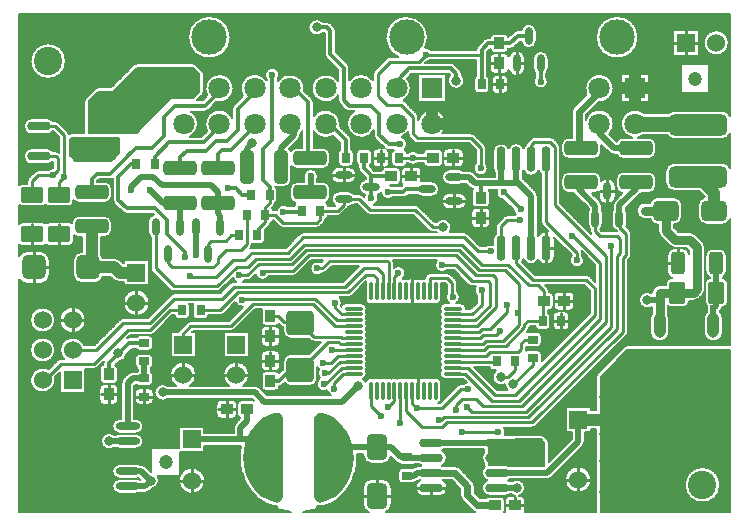
<source format=gtl>
G04 Layer_Physical_Order=1*
G04 Layer_Color=255*
%FSLAX24Y24*%
%MOIN*%
G70*
G01*
G75*
%ADD10C,0.0079*%
G04:AMPARAMS|DCode=11|XSize=28mil|YSize=35.8mil|CornerRadius=2.8mil|HoleSize=0mil|Usage=FLASHONLY|Rotation=0.000|XOffset=0mil|YOffset=0mil|HoleType=Round|Shape=RoundedRectangle|*
%AMROUNDEDRECTD11*
21,1,0.0280,0.0302,0,0,0.0*
21,1,0.0224,0.0358,0,0,0.0*
1,1,0.0056,0.0112,-0.0151*
1,1,0.0056,-0.0112,-0.0151*
1,1,0.0056,-0.0112,0.0151*
1,1,0.0056,0.0112,0.0151*
%
%ADD11ROUNDEDRECTD11*%
G04:AMPARAMS|DCode=12|XSize=28mil|YSize=35.8mil|CornerRadius=2.8mil|HoleSize=0mil|Usage=FLASHONLY|Rotation=270.000|XOffset=0mil|YOffset=0mil|HoleType=Round|Shape=RoundedRectangle|*
%AMROUNDEDRECTD12*
21,1,0.0280,0.0302,0,0,270.0*
21,1,0.0224,0.0358,0,0,270.0*
1,1,0.0056,-0.0151,-0.0112*
1,1,0.0056,-0.0151,0.0112*
1,1,0.0056,0.0151,0.0112*
1,1,0.0056,0.0151,-0.0112*
%
%ADD12ROUNDEDRECTD12*%
G04:AMPARAMS|DCode=13|XSize=41mil|YSize=36mil|CornerRadius=1.8mil|HoleSize=0mil|Usage=FLASHONLY|Rotation=90.000|XOffset=0mil|YOffset=0mil|HoleType=Round|Shape=RoundedRectangle|*
%AMROUNDEDRECTD13*
21,1,0.0410,0.0324,0,0,90.0*
21,1,0.0374,0.0360,0,0,90.0*
1,1,0.0036,0.0162,0.0187*
1,1,0.0036,0.0162,-0.0187*
1,1,0.0036,-0.0162,-0.0187*
1,1,0.0036,-0.0162,0.0187*
%
%ADD13ROUNDEDRECTD13*%
G04:AMPARAMS|DCode=14|XSize=41mil|YSize=36mil|CornerRadius=1.8mil|HoleSize=0mil|Usage=FLASHONLY|Rotation=180.000|XOffset=0mil|YOffset=0mil|HoleType=Round|Shape=RoundedRectangle|*
%AMROUNDEDRECTD14*
21,1,0.0410,0.0324,0,0,180.0*
21,1,0.0374,0.0360,0,0,180.0*
1,1,0.0036,-0.0187,0.0162*
1,1,0.0036,0.0187,0.0162*
1,1,0.0036,0.0187,-0.0162*
1,1,0.0036,-0.0187,-0.0162*
%
%ADD14ROUNDEDRECTD14*%
%ADD15O,0.0800X0.0295*%
%ADD16O,0.0807X0.0256*%
G04:AMPARAMS|DCode=17|XSize=126mil|YSize=80.7mil|CornerRadius=20.2mil|HoleSize=0mil|Usage=FLASHONLY|Rotation=270.000|XOffset=0mil|YOffset=0mil|HoleType=Round|Shape=RoundedRectangle|*
%AMROUNDEDRECTD17*
21,1,0.1260,0.0404,0,0,270.0*
21,1,0.0856,0.0807,0,0,270.0*
1,1,0.0404,-0.0202,-0.0428*
1,1,0.0404,-0.0202,0.0428*
1,1,0.0404,0.0202,0.0428*
1,1,0.0404,0.0202,-0.0428*
%
%ADD17ROUNDEDRECTD17*%
%ADD18O,0.0118X0.0630*%
%ADD19O,0.0630X0.0118*%
%ADD20O,0.0295X0.0850*%
G04:AMPARAMS|DCode=21|XSize=110.2mil|YSize=47.2mil|CornerRadius=11.8mil|HoleSize=0mil|Usage=FLASHONLY|Rotation=180.000|XOffset=0mil|YOffset=0mil|HoleType=Round|Shape=RoundedRectangle|*
%AMROUNDEDRECTD21*
21,1,0.1102,0.0236,0,0,180.0*
21,1,0.0866,0.0472,0,0,180.0*
1,1,0.0236,-0.0433,0.0118*
1,1,0.0236,0.0433,0.0118*
1,1,0.0236,0.0433,-0.0118*
1,1,0.0236,-0.0433,-0.0118*
%
%ADD21ROUNDEDRECTD21*%
G04:AMPARAMS|DCode=22|XSize=110.2mil|YSize=47.2mil|CornerRadius=11.8mil|HoleSize=0mil|Usage=FLASHONLY|Rotation=90.000|XOffset=0mil|YOffset=0mil|HoleType=Round|Shape=RoundedRectangle|*
%AMROUNDEDRECTD22*
21,1,0.1102,0.0236,0,0,90.0*
21,1,0.0866,0.0472,0,0,90.0*
1,1,0.0236,0.0118,0.0433*
1,1,0.0236,0.0118,-0.0433*
1,1,0.0236,-0.0118,-0.0433*
1,1,0.0236,-0.0118,0.0433*
%
%ADD22ROUNDEDRECTD22*%
G04:AMPARAMS|DCode=23|XSize=194.9mil|YSize=70.9mil|CornerRadius=17.7mil|HoleSize=0mil|Usage=FLASHONLY|Rotation=0.000|XOffset=0mil|YOffset=0mil|HoleType=Round|Shape=RoundedRectangle|*
%AMROUNDEDRECTD23*
21,1,0.1949,0.0354,0,0,0.0*
21,1,0.1594,0.0709,0,0,0.0*
1,1,0.0354,0.0797,-0.0177*
1,1,0.0354,-0.0797,-0.0177*
1,1,0.0354,-0.0797,0.0177*
1,1,0.0354,0.0797,0.0177*
%
%ADD23ROUNDEDRECTD23*%
%ADD24R,0.0394X0.0394*%
G04:AMPARAMS|DCode=25|XSize=90.6mil|YSize=82.7mil|CornerRadius=12.4mil|HoleSize=0mil|Usage=FLASHONLY|Rotation=0.000|XOffset=0mil|YOffset=0mil|HoleType=Round|Shape=RoundedRectangle|*
%AMROUNDEDRECTD25*
21,1,0.0906,0.0579,0,0,0.0*
21,1,0.0657,0.0827,0,0,0.0*
1,1,0.0248,0.0329,-0.0289*
1,1,0.0248,-0.0329,-0.0289*
1,1,0.0248,-0.0329,0.0289*
1,1,0.0248,0.0329,0.0289*
%
%ADD25ROUNDEDRECTD25*%
G04:AMPARAMS|DCode=26|XSize=47.2mil|YSize=74.8mil|CornerRadius=11.8mil|HoleSize=0mil|Usage=FLASHONLY|Rotation=180.000|XOffset=0mil|YOffset=0mil|HoleType=Round|Shape=RoundedRectangle|*
%AMROUNDEDRECTD26*
21,1,0.0472,0.0512,0,0,180.0*
21,1,0.0236,0.0748,0,0,180.0*
1,1,0.0236,-0.0118,0.0256*
1,1,0.0236,0.0118,0.0256*
1,1,0.0236,0.0118,-0.0256*
1,1,0.0236,-0.0118,-0.0256*
%
%ADD26ROUNDEDRECTD26*%
%ADD27C,0.0472*%
%ADD28O,0.0281X0.0591*%
%ADD29O,0.0591X0.0281*%
G04:AMPARAMS|DCode=30|XSize=51.2mil|YSize=72mil|CornerRadius=2.6mil|HoleSize=0mil|Usage=FLASHONLY|Rotation=90.000|XOffset=0mil|YOffset=0mil|HoleType=Round|Shape=RoundedRectangle|*
%AMROUNDEDRECTD30*
21,1,0.0512,0.0669,0,0,90.0*
21,1,0.0461,0.0720,0,0,90.0*
1,1,0.0051,0.0335,0.0230*
1,1,0.0051,0.0335,-0.0230*
1,1,0.0051,-0.0335,-0.0230*
1,1,0.0051,-0.0335,0.0230*
%
%ADD30ROUNDEDRECTD30*%
G04:AMPARAMS|DCode=31|XSize=86.6mil|YSize=68.9mil|CornerRadius=17.2mil|HoleSize=0mil|Usage=FLASHONLY|Rotation=90.000|XOffset=0mil|YOffset=0mil|HoleType=Round|Shape=RoundedRectangle|*
%AMROUNDEDRECTD31*
21,1,0.0866,0.0344,0,0,90.0*
21,1,0.0522,0.0689,0,0,90.0*
1,1,0.0344,0.0172,0.0261*
1,1,0.0344,0.0172,-0.0261*
1,1,0.0344,-0.0172,-0.0261*
1,1,0.0344,-0.0172,0.0261*
%
%ADD31ROUNDEDRECTD31*%
G04:AMPARAMS|DCode=32|XSize=86.6mil|YSize=68.9mil|CornerRadius=17.2mil|HoleSize=0mil|Usage=FLASHONLY|Rotation=180.000|XOffset=0mil|YOffset=0mil|HoleType=Round|Shape=RoundedRectangle|*
%AMROUNDEDRECTD32*
21,1,0.0866,0.0344,0,0,180.0*
21,1,0.0522,0.0689,0,0,180.0*
1,1,0.0344,-0.0261,0.0172*
1,1,0.0344,0.0261,0.0172*
1,1,0.0344,0.0261,-0.0172*
1,1,0.0344,-0.0261,-0.0172*
%
%ADD32ROUNDEDRECTD32*%
G04:AMPARAMS|DCode=33|XSize=51.2mil|YSize=72mil|CornerRadius=2.6mil|HoleSize=0mil|Usage=FLASHONLY|Rotation=180.000|XOffset=0mil|YOffset=0mil|HoleType=Round|Shape=RoundedRectangle|*
%AMROUNDEDRECTD33*
21,1,0.0512,0.0669,0,0,180.0*
21,1,0.0461,0.0720,0,0,180.0*
1,1,0.0051,-0.0230,0.0335*
1,1,0.0051,0.0230,0.0335*
1,1,0.0051,0.0230,-0.0335*
1,1,0.0051,-0.0230,-0.0335*
%
%ADD33ROUNDEDRECTD33*%
G04:AMPARAMS|DCode=34|XSize=279.5mil|YSize=218.5mil|CornerRadius=10.9mil|HoleSize=0mil|Usage=FLASHONLY|Rotation=270.000|XOffset=0mil|YOffset=0mil|HoleType=Round|Shape=RoundedRectangle|*
%AMROUNDEDRECTD34*
21,1,0.2795,0.1967,0,0,270.0*
21,1,0.2577,0.2185,0,0,270.0*
1,1,0.0219,-0.0983,-0.1288*
1,1,0.0219,-0.0983,0.1288*
1,1,0.0219,0.0983,0.1288*
1,1,0.0219,0.0983,-0.1288*
%
%ADD34ROUNDEDRECTD34*%
%ADD35O,0.0394X0.0846*%
G04:AMPARAMS|DCode=36|XSize=82.7mil|YSize=78.7mil|CornerRadius=19.7mil|HoleSize=0mil|Usage=FLASHONLY|Rotation=90.000|XOffset=0mil|YOffset=0mil|HoleType=Round|Shape=RoundedRectangle|*
%AMROUNDEDRECTD36*
21,1,0.0827,0.0394,0,0,90.0*
21,1,0.0433,0.0787,0,0,90.0*
1,1,0.0394,0.0197,0.0217*
1,1,0.0394,0.0197,-0.0217*
1,1,0.0394,-0.0197,-0.0217*
1,1,0.0394,-0.0197,0.0217*
%
%ADD36ROUNDEDRECTD36*%
%ADD37C,0.0098*%
%ADD38C,0.0394*%
%ADD39C,0.0138*%
%ADD40C,0.0295*%
%ADD41C,0.0197*%
%ADD42C,0.0118*%
%ADD43C,0.0236*%
%ADD44C,0.0512*%
%ADD45C,0.0945*%
%ADD46R,0.0600X0.0600*%
%ADD47C,0.0600*%
%ADD48R,0.0600X0.0600*%
%ADD49C,0.0709*%
%ADD50R,0.0709X0.0709*%
%ADD51C,0.1181*%
%ADD52C,0.0236*%
%ADD53C,0.0315*%
G36*
X30254Y33471D02*
X30384Y33430D01*
X30535Y33370D01*
X30674Y33287D01*
X30800Y33183D01*
X30804Y33178D01*
X30953Y33013D01*
X31079Y32829D01*
X31179Y32630D01*
X31252Y32419D01*
X31296Y32201D01*
X31311Y31978D01*
X31296Y31756D01*
X31252Y31538D01*
X31179Y31327D01*
X31079Y31128D01*
X30953Y30944D01*
X30804Y30779D01*
X30802Y30776D01*
X30675Y30671D01*
X30534Y30587D01*
X30381Y30525D01*
X30247Y30484D01*
X30174Y30475D01*
X30103Y30494D01*
X30044Y30537D01*
X30005Y30599D01*
X29991Y30672D01*
Y33277D01*
X30005Y33352D01*
X30045Y33415D01*
X30106Y33460D01*
X30179Y33480D01*
X30254Y33471D01*
D02*
G37*
G36*
X28834Y33463D02*
X28893Y33419D01*
X28932Y33357D01*
X28946Y33285D01*
Y30679D01*
X28932Y30605D01*
X28892Y30541D01*
X28831Y30496D01*
X28758Y30477D01*
X28683Y30486D01*
X28553Y30526D01*
X28402Y30587D01*
X28263Y30670D01*
X28138Y30774D01*
X28133Y30779D01*
X27984Y30944D01*
X27858Y31128D01*
X27758Y31327D01*
X27685Y31538D01*
X27641Y31756D01*
X27626Y31978D01*
X27641Y32201D01*
X27685Y32419D01*
X27758Y32630D01*
X27858Y32829D01*
X27984Y33013D01*
X28133Y33178D01*
X28135Y33180D01*
X28262Y33286D01*
X28403Y33370D01*
X28556Y33431D01*
X28690Y33473D01*
X28763Y33482D01*
X28834Y33463D01*
D02*
G37*
D10*
X43810Y45807D02*
G03*
X43810Y45807I-418J0D01*
G01*
X43858Y43354D02*
G03*
X43583Y43543I-276J-106D01*
G01*
X41988D02*
G03*
X41810Y43483I0J-295D01*
G01*
X40797Y45991D02*
G03*
X40797Y45991I-709J0D01*
G01*
D02*
G03*
X40797Y45991I-709J0D01*
G01*
X37401Y46188D02*
G03*
X36886Y46220I-258J0D01*
G01*
X37729Y44790D02*
G03*
X37801Y44968I-187J178D01*
G01*
X37778Y44515D02*
G03*
X37729Y44659I-236J0D01*
G01*
X37801Y45278D02*
G03*
X37284Y45278I-258J0D01*
G01*
X36886Y45846D02*
G03*
X37401Y45878I256J32D01*
G01*
X39468Y43819D02*
G03*
X39970Y44291I30J471D01*
G01*
D02*
G03*
X39070Y44090I-472J0D01*
G01*
X40968Y43483D02*
G03*
X40579Y42648I-289J-374D01*
G01*
X39970Y43109D02*
G03*
X39045Y43244I-472J0D01*
G01*
X37355Y44659D02*
G03*
X37778Y44515I187J-144D01*
G01*
X38642Y43661D02*
G03*
X38573Y43494I167J-167D01*
G01*
X38642Y43661D02*
G03*
X38573Y43494I167J-167D01*
G01*
X43583Y42598D02*
G03*
X43858Y42788I0J295D01*
G01*
X41739Y42735D02*
G03*
X41988Y42598I249J158D01*
G01*
X43858Y41622D02*
G03*
X43583Y41811I-276J-106D01*
G01*
X41988D02*
G03*
X41693Y41516I0J-295D01*
G01*
X41388Y42411D02*
G03*
X41152Y42648I-236J0D01*
G01*
X40779D02*
G03*
X40968Y42735I-100J462D01*
G01*
X40285Y42648D02*
G03*
X40074Y42516I0J-236D01*
G01*
X41152Y41939D02*
G03*
X41388Y42175I0J236D01*
G01*
X40071Y42077D02*
G03*
X40285Y41939I215J98D01*
G01*
X41693Y41161D02*
G03*
X41988Y40866I295J0D01*
G01*
X41388Y41270D02*
G03*
X41152Y41506I-236J0D01*
G01*
X43012Y40664D02*
G03*
X42776Y40379I54J-285D01*
G01*
X42264D02*
G03*
X41973Y40669I-290J0D01*
G01*
X41452D02*
G03*
X41177Y40472I0J-290D01*
G01*
X41152Y40797D02*
G03*
X41388Y41033I0J236D01*
G01*
X40285Y41506D02*
G03*
X40049Y41270I0J-236D01*
G01*
Y41033D02*
G03*
X40265Y40798I236J0D01*
G01*
X40419Y40101D02*
G03*
X40377Y40242I-258J0D01*
G01*
X39823Y42767D02*
G03*
X39970Y43109I-325J343D01*
G01*
X39837Y42140D02*
G03*
X39990Y42077I153J153D01*
G01*
X39837Y42141D02*
G03*
X39990Y42077I153J153D01*
G01*
X39331Y41939D02*
G03*
X39567Y42175I0J236D01*
G01*
X37973Y42618D02*
G03*
X37854Y42667I-118J-118D01*
G01*
X37973Y42618D02*
G03*
X37854Y42667I-118J-118D01*
G01*
X38465Y42648D02*
G03*
X38228Y42411I0J-236D01*
G01*
X38179Y42343D02*
G03*
X38130Y42461I-167J0D01*
G01*
X38179Y42343D02*
G03*
X38130Y42461I-167J0D01*
G01*
X38228Y42175D02*
G03*
X38465Y41939I236J0D01*
G01*
X37470Y41549D02*
G03*
X37553Y41433I250J90D01*
G01*
X36970Y41549D02*
G03*
X37470Y41549I250J90D01*
G01*
X40038Y41011D02*
G03*
X39567Y41211I-278J0D01*
G01*
X39331Y40797D02*
G03*
X39482Y40852I0J236D01*
G01*
X39567Y41270D02*
G03*
X39331Y41506I-236J0D01*
G01*
X39482Y40701D02*
G03*
X40038Y40701I278J0D01*
G01*
X40007Y40540D02*
G03*
X39944Y40387I153J-153D01*
G01*
X40007Y40540D02*
G03*
X39944Y40387I153J-153D01*
G01*
Y40242D02*
G03*
X39902Y40101I217J-141D01*
G01*
X39619D02*
G03*
X39577Y40242I-258J0D01*
G01*
Y40374D02*
G03*
X39513Y40527I-217J0D01*
G01*
X39577Y40374D02*
G03*
X39513Y40527I-217J0D01*
G01*
X39144Y40242D02*
G03*
X39102Y40101I217J-141D01*
G01*
X38465Y41506D02*
G03*
X38228Y41270I0J-236D01*
G01*
Y41033D02*
G03*
X38465Y40797I236J0D01*
G01*
X37437Y40711D02*
G03*
X37374Y40864I-217J0D01*
G01*
X37437Y40711D02*
G03*
X37373Y40864I-217J0D01*
G01*
X38634Y40797D02*
G03*
X38656Y40772I175J128D01*
G01*
X38634Y40797D02*
G03*
X38656Y40772I175J128D01*
G01*
X36771Y46220D02*
G03*
X36639Y46165I0J-187D01*
G01*
X36771Y46220D02*
G03*
X36639Y46165I0J-187D01*
G01*
X36526Y45601D02*
G03*
X36658Y45656I0J187D01*
G01*
X36526Y45601D02*
G03*
X36658Y45656I0J187D01*
G01*
X37020Y45278D02*
G03*
X36473Y45348I-278J0D01*
G01*
X36459Y45985D02*
G03*
X36323Y46111I-136J-11D01*
G01*
X35999D02*
G03*
X35863Y45975I0J-136D01*
G01*
X35798D02*
G03*
X35665Y45920I0J-187D01*
G01*
X36323Y45465D02*
G03*
X36459Y45601I0J136D01*
G01*
X35864Y45590D02*
G03*
X35999Y45465I136J11D01*
G01*
X36473Y45348D02*
G03*
X36323Y45460I-150J-43D01*
G01*
X35999D02*
G03*
X35844Y45305I0J-156D01*
G01*
X35798Y45975D02*
G03*
X35665Y45920I0J-187D01*
G01*
X35439Y45693D02*
G03*
X35385Y45581I132J-132D01*
G01*
X35439Y45693D02*
G03*
X35385Y45581I132J-132D01*
G01*
X37284Y44968D02*
G03*
X37355Y44790I258J0D01*
G01*
X36323Y44775D02*
G03*
X36474Y44893I0J156D01*
G01*
X36474D02*
G03*
X37020Y44968I268J75D01*
G01*
X36459Y44570D02*
G03*
X36293Y44736I-166J0D01*
G01*
Y44102D02*
G03*
X36459Y44268I0J166D01*
G01*
X35844Y44931D02*
G03*
X35999Y44775I156J0D01*
G01*
X36069Y44736D02*
G03*
X35903Y44570I0J-166D01*
G01*
X35829D02*
G03*
X35758Y44696I-146J0D01*
G01*
X35384D02*
G03*
X35313Y44570I75J-125D01*
G01*
X35903Y44268D02*
G03*
X36069Y44102I166J0D01*
G01*
X35683Y44122D02*
G03*
X35829Y44268I0J146D01*
G01*
X35313D02*
G03*
X35459Y44122I146J0D01*
G01*
X34689Y45083D02*
G03*
X34557Y45138I-132J-132D01*
G01*
X34689Y45083D02*
G03*
X34557Y45138I-132J-132D01*
G01*
X33691Y45648D02*
G03*
X33780Y45991I-620J344D01*
G01*
X33691Y45648D02*
G03*
X33780Y45991I-620J344D01*
G01*
X33721Y45177D02*
G03*
X33887Y45246I-0J236D01*
G01*
Y45581D02*
G03*
X33691Y45648I-167J-167D01*
G01*
X33780Y45991D02*
G03*
X32781Y45344I-709J0D01*
G01*
X33780Y45991D02*
G03*
X32781Y45344I-709J0D01*
G01*
X32530D02*
G03*
X32411Y45295I0J-167D01*
G01*
X32530Y45344D02*
G03*
X32411Y45295I0J-167D01*
G01*
X34911Y44783D02*
G03*
X34857Y44916I-187J0D01*
G01*
X34911Y44783D02*
G03*
X34857Y44916I-187J0D01*
G01*
X35000Y44547D02*
G03*
X34911Y44750I-276J0D01*
G01*
X34516Y44727D02*
G03*
X35000Y44547I208J-180D01*
G01*
X34390Y43109D02*
G03*
X33465Y43244I-472J0D01*
G01*
X33209Y44291D02*
G03*
X33079Y44616I-472J0D01*
G01*
X32978Y43885D02*
G03*
X33209Y44291I-242J406D01*
G01*
X33012Y43858D02*
G03*
X32978Y43885I-118J-118D01*
G01*
X33012Y43858D02*
G03*
X32978Y43885I-118J-118D01*
G01*
X33465Y43337D02*
G03*
X33416Y43455I-167J0D01*
G01*
X33465Y43337D02*
G03*
X33416Y43455I-167J0D01*
G01*
X37333Y42667D02*
G03*
X37214Y42618I0J-167D01*
G01*
X37333Y42667D02*
G03*
X37214Y42618I0J-167D01*
G01*
X37102Y42506D02*
G03*
X37054Y42401I118J-118D01*
G01*
X37102Y42506D02*
G03*
X37054Y42401I118J-118D01*
G01*
D02*
G03*
X36970Y42284I167J-207D01*
G01*
D02*
G03*
X36470Y42284I-250J-90D01*
G01*
D02*
G03*
X35955Y42194I-250J-90D01*
G01*
X35345Y42736D02*
G03*
X35226Y42785I-118J-118D01*
G01*
X35345Y42736D02*
G03*
X35226Y42785I-118J-118D01*
G01*
X35709Y42303D02*
G03*
X35660Y42421I-167J0D01*
G01*
X35709Y42303D02*
G03*
X35660Y42421I-167J0D01*
G01*
X36937Y41485D02*
G03*
X36970Y41549I-217J154D01*
G01*
X35955Y41639D02*
G03*
X36004Y41485I266J0D01*
G01*
X35778Y41624D02*
G03*
X35709Y41791I-236J0D01*
G01*
X34969Y42130D02*
G03*
X34813Y42286I-156J0D01*
G01*
X34439D02*
G03*
X34284Y42130I0J-156D01*
G01*
X34813Y41651D02*
G03*
X34969Y41807I0J156D01*
G01*
X35294Y41485D02*
G03*
X35141Y41548I-153J-153D01*
G01*
X35294Y41484D02*
G03*
X35141Y41548I-153J-153D01*
G01*
X34956D02*
G03*
X34815Y41590I-141J-217D01*
G01*
X34284Y41807D02*
G03*
X34439Y41651I156J0D01*
G01*
X36094Y40915D02*
G03*
X36279Y40583I215J-98D01*
G01*
X35374Y41791D02*
G03*
X35778Y41624I167J-167D01*
G01*
X35839Y40827D02*
G03*
X35807Y40915I-136J0D01*
G01*
X36636Y40226D02*
G03*
X36715Y40078I234J30D01*
G01*
X36427Y40059D02*
G03*
X36309Y40010I0J-167D01*
G01*
X36427Y40059D02*
G03*
X36309Y40010I0J-167D01*
G01*
X35703Y40317D02*
G03*
X35839Y40453I0J136D01*
G01*
X35859Y40157D02*
G03*
X35703Y40313I-156J0D01*
G01*
X35435Y41348D02*
G03*
X35352Y41427I-199J-128D01*
G01*
X35025Y41115D02*
G03*
X35173Y40993I211J106D01*
G01*
X34815Y41073D02*
G03*
X34956Y41115I0J258D01*
G01*
X35187Y40979D02*
G03*
X35283Y40923I153J153D01*
G01*
X35187Y40979D02*
G03*
X35283Y40923I153J153D01*
G01*
D02*
G03*
X35243Y40827I96J-96D01*
G01*
Y40453D02*
G03*
X35379Y40317I136J0D01*
G01*
Y40313D02*
G03*
X35224Y40157I0J-156D01*
G01*
X35093Y40532D02*
G03*
X34815Y40810I-278J0D01*
G01*
Y40253D02*
G03*
X35093Y40532I0J278D01*
G01*
X34261Y42785D02*
G03*
X34390Y43109I-344J324D01*
G01*
X33327Y42500D02*
G03*
X33445Y42451I118J118D01*
G01*
X33327Y42500D02*
G03*
X33445Y42451I118J118D01*
G01*
X34279Y42130D02*
G03*
X34143Y42267I-136J0D01*
G01*
X33769D02*
G03*
X33633Y42136I0J-136D01*
G01*
X34143Y41670D02*
G03*
X34279Y41807I0J136D01*
G01*
X33633Y41801D02*
G03*
X33769Y41670I136J5D01*
G01*
X33454Y42136D02*
G03*
X33121Y42136I-167J-167D01*
G01*
Y41801D02*
G03*
X33454Y41801I167J167D01*
G01*
X33130Y42766D02*
G03*
X33179Y42647I167J0D01*
G01*
X33130Y42766D02*
G03*
X33179Y42647I167J0D01*
G01*
X33005Y42249D02*
G03*
X33091Y42431I-150J182D01*
G01*
X33082Y42136D02*
G03*
X33005Y42249I-145J-16D01*
G01*
X32894Y42664D02*
G03*
X33130Y42848I-157J445D01*
G01*
X33091Y42431D02*
G03*
X32894Y42664I-236J0D01*
G01*
X32357Y42283D02*
G03*
X32327Y42285I-30J-163D01*
G01*
X32431Y42248D02*
G03*
X32470Y42244I39J183D01*
G01*
X32636D02*
G03*
X32567Y42120I77J-124D01*
G01*
X32492D02*
G03*
X32431Y42248I-166J0D01*
G01*
Y42248D02*
G03*
X32470Y42244I39J183D01*
G01*
X32936Y41671D02*
G03*
X33082Y41801I0J146D01*
G01*
X32567Y41817D02*
G03*
X32713Y41671I146J0D01*
G01*
X32366Y41656D02*
G03*
X32492Y41817I-39J161D01*
G01*
X34505Y41590D02*
G03*
X34505Y41073I0J-258D01*
G01*
X34164Y40932D02*
G03*
X33905Y41190I-258J0D01*
G01*
X33562Y41520D02*
G03*
X33406Y41676I-156J0D01*
G01*
X33595Y41190D02*
G03*
X33561Y41188I0J-258D01*
G01*
X34505Y40810D02*
G03*
X34505Y40253I0J-278D01*
G01*
X33905Y40673D02*
G03*
X34164Y40932I0J258D01*
G01*
X33417Y40744D02*
G03*
X33595Y40673I178J187D01*
G01*
X33032Y41676D02*
G03*
X32876Y41520I0J-156D01*
G01*
Y41196D02*
G03*
X32936Y41074I156J0D01*
G01*
X32872Y41520D02*
G03*
X32736Y41656I-136J0D01*
G01*
Y41060D02*
G03*
X32872Y41196I0J136D01*
G01*
X32595Y41024D02*
G03*
X32527Y41060I-144J-187D01*
G01*
X32963Y40650D02*
G03*
X33095Y40704I0J187D01*
G01*
X32963Y40650D02*
G03*
X33095Y40704I0J187D01*
G01*
X33465Y40364D02*
G03*
X33346Y40413I-118J-118D01*
G01*
X33465Y40364D02*
G03*
X33346Y40413I-118J-118D01*
G01*
X43588Y39744D02*
G03*
X43858Y39929I0J290D01*
G01*
X42776Y40034D02*
G03*
X43066Y39744I290J0D01*
G01*
X43740Y38711D02*
G03*
X43504Y38947I-236J0D01*
G01*
X43268D02*
G03*
X43032Y38711I0J-236D01*
G01*
X42698Y39420D02*
G03*
X42510Y39498I-188J-188D01*
G01*
X42698Y39420D02*
G03*
X42510Y39498I-188J-188D01*
G01*
X43022Y38986D02*
G03*
X42944Y39174I-266J0D01*
G01*
X43022Y38986D02*
G03*
X42944Y39174I-266J0D01*
G01*
X41978Y39744D02*
G03*
X42264Y40034I-5J290D01*
G01*
X41177Y39941D02*
G03*
X41447Y39744I275J93D01*
G01*
X41004Y40472D02*
G03*
X41004Y39941I0J-266D01*
G01*
X41447Y39547D02*
G03*
X41525Y39359I266J0D01*
G01*
X41447Y39547D02*
G03*
X41525Y39359I266J0D01*
G01*
X41840Y39044D02*
G03*
X42028Y38967I188J188D01*
G01*
X41839Y39045D02*
G03*
X42028Y38967I188J188D01*
G01*
X42490Y38780D02*
G03*
X42244Y38967I-246J-70D01*
G01*
X42008D02*
G03*
X41752Y38711I0J-256D01*
G01*
X43613Y37989D02*
G03*
X43740Y38199I-109J210D01*
G01*
X43032D02*
G03*
X43180Y37980I236J0D01*
G01*
X43770Y37815D02*
G03*
X43626Y37959I-144J0D01*
G01*
X43166D02*
G03*
X43022Y37815I0J-144D01*
G01*
X43626Y37002D02*
G03*
X43770Y37146I0J144D01*
G01*
X43022D02*
G03*
X43077Y37032I144J0D01*
G01*
X41752Y38199D02*
G03*
X41919Y37959I256J0D01*
G01*
X42944Y37411D02*
G03*
X43022Y37598I-188J188D01*
G01*
X42944Y37410D02*
G03*
X43022Y37598I-188J188D01*
G01*
X42638Y37215D02*
G03*
X42826Y37293I0J266D01*
G01*
X42638Y37215D02*
G03*
X42826Y37292I0J266D01*
G01*
X41866Y37959D02*
G03*
X41722Y37815I0J-144D01*
G01*
X41524Y37746D02*
G03*
X41336Y37668I0J-266D01*
G01*
X41524Y37746D02*
G03*
X41335Y37668I0J-266D01*
G01*
X41316Y37649D02*
G03*
X41238Y37461I188J-188D01*
G01*
X42326Y37002D02*
G03*
X42470Y37146I0J144D01*
G01*
X41316Y37649D02*
G03*
X41238Y37461I188J-188D01*
G01*
Y37458D02*
G03*
X41238Y36990I-146J-234D01*
G01*
X40395Y39684D02*
G03*
X40419Y39791I-235J107D01*
G01*
X39902D02*
G03*
X40047Y39558I258J0D01*
G01*
X39528Y39594D02*
G03*
X39619Y39791I-167J197D01*
G01*
X40561Y39449D02*
G03*
X40512Y39567I-167J0D01*
G01*
X40561Y39449D02*
G03*
X40512Y39567I-167J0D01*
G01*
Y38622D02*
G03*
X40561Y38740I-118J118D01*
G01*
X40512Y38622D02*
G03*
X40561Y38740I-118J118D01*
G01*
X39193Y39518D02*
G03*
X39220Y39427I167J0D01*
G01*
X39193Y39518D02*
G03*
X39220Y39427I167J0D01*
G01*
X39102Y39791D02*
G03*
X39193Y39594I258J0D01*
G01*
X38006Y39244D02*
G03*
X37997Y39316I-285J0D01*
G01*
X38917Y38799D02*
G03*
X38906Y38859I-167J0D01*
G01*
X38917Y38799D02*
G03*
X38906Y38859I-167J0D01*
G01*
X38986Y38553D02*
G03*
X38917Y38720I-236J0D01*
G01*
X37460Y38573D02*
G03*
X38006Y38689I261J116D01*
G01*
X39183Y38022D02*
G03*
X39065Y38071I-118J-118D01*
G01*
X39183Y38022D02*
G03*
X39065Y38071I-118J-118D01*
G01*
X38583Y38720D02*
G03*
X38986Y38553I167J-167D01*
G01*
X38660Y37357D02*
G03*
X38504Y37513I-156J0D01*
G01*
X38130D02*
G03*
X37975Y37357I0J-156D01*
G01*
X37970D02*
G03*
X37834Y37493I-136J0D01*
G01*
X43549Y36895D02*
G03*
X43608Y37002I-153J153D01*
G01*
X43549Y36894D02*
G03*
X43608Y37002I-153J153D01*
G01*
X43077Y37032D02*
G03*
X43083Y36856I222J-81D01*
G01*
X43614Y36614D02*
G03*
X43516Y36843I-315J0D01*
G01*
X43083D02*
G03*
X42984Y36614I217J-229D01*
G01*
Y36161D02*
G03*
X43614Y36161I315J0D01*
G01*
X41770Y37039D02*
G03*
X41866Y37002I96J107D01*
G01*
X41819Y36614D02*
G03*
X41770Y36783I-315J0D01*
G01*
X41238D02*
G03*
X41189Y36614I266J-169D01*
G01*
Y36161D02*
G03*
X41819Y36161I315J0D01*
G01*
X40414Y36063D02*
G03*
X40463Y36181I-118J118D01*
G01*
X40414Y36063D02*
G03*
X40463Y36181I-118J118D01*
G01*
X40433Y35719D02*
G03*
X40321Y35672I0J-157D01*
G01*
X40433Y35719D02*
G03*
X40322Y35672I0J-157D01*
G01*
X39426Y34777D02*
G03*
X39380Y34665I111J-112D01*
G01*
X39426Y34777D02*
G03*
X39380Y34665I111J-111D01*
G01*
X38504Y36877D02*
G03*
X38660Y37033I0J156D01*
G01*
X38496Y36687D02*
G03*
X38330Y36852I-166J0D01*
G01*
Y36219D02*
G03*
X38496Y36384I0J166D01*
G01*
X37975Y37033D02*
G03*
X38130Y36877I156J0D01*
G01*
X38107Y36852D02*
G03*
X37941Y36687I0J-166D01*
G01*
Y36384D02*
G03*
X38107Y36219I166J0D01*
G01*
X38942Y32356D02*
G03*
X39006Y32510I-153J153D01*
G01*
X38942Y32357D02*
G03*
X39006Y32510I-153J153D01*
G01*
X39227Y31248D02*
G03*
X39227Y31248I-438J0D01*
G01*
X37553Y39829D02*
G03*
X37602Y39710I167J0D01*
G01*
X37553Y39829D02*
G03*
X37602Y39710I167J0D01*
G01*
X37792Y39520D02*
G03*
X37460Y39360I-72J-276D01*
G01*
D02*
G03*
X37437Y39398I-239J-116D01*
G01*
X36970Y38599D02*
G03*
X37460Y38573I250J90D01*
G01*
X36920Y38514D02*
G03*
X36970Y38599I-199J176D01*
G01*
X36102Y39803D02*
G03*
X36053Y39685I118J-118D01*
G01*
X36102Y39803D02*
G03*
X36053Y39685I118J-118D01*
G01*
X35703Y39627D02*
G03*
X35859Y39783I0J156D01*
G01*
X35224D02*
G03*
X35379Y39627I156J0D01*
G01*
X36053Y39450D02*
G03*
X35955Y39244I167J-206D01*
G01*
Y39070D02*
G03*
X35701Y39018I-87J-220D01*
G01*
X35108Y39439D02*
G03*
X34990Y39488I-118J-118D01*
G01*
X35108Y39439D02*
G03*
X34990Y39488I-118J-118D01*
G01*
X37815Y37540D02*
G03*
X37766Y37658I-167J0D01*
G01*
X37815Y37540D02*
G03*
X37766Y37658I-167J0D01*
G01*
X37834Y36897D02*
G03*
X37970Y37033I0J136D01*
G01*
X37866Y36687D02*
G03*
X37776Y36822I-146J0D01*
G01*
X37720Y36238D02*
G03*
X37866Y36384I0J146D01*
G01*
X37351Y36368D02*
G03*
X37497Y36238I145J16D01*
G01*
X37425Y35657D02*
G03*
X37571Y35803I0J146D01*
G01*
Y36027D02*
G03*
X37425Y36173I-146J0D01*
G01*
X35128Y37746D02*
G03*
X35246Y37697I118J118D01*
G01*
X35379D02*
G03*
X35404Y37392I192J-138D01*
G01*
X35128Y37746D02*
G03*
X35246Y37697I118J118D01*
G01*
X34843Y37333D02*
G03*
X34754Y37517I-236J0D01*
G01*
X37106Y36201D02*
G03*
X37156Y36319I-118J118D01*
G01*
X37106Y36201D02*
G03*
X37156Y36319I-118J118D01*
G01*
X37122Y36173D02*
G03*
X37069Y36163I0J-146D01*
G01*
X37067Y35668D02*
G03*
X37122Y35657I56J135D01*
G01*
X37054Y35546D02*
G03*
X37067Y35610I-155J64D01*
G01*
X34721Y37126D02*
G03*
X34843Y37333I-114J207D01*
G01*
X35049Y36949D02*
G03*
X34872Y37126I-177J0D01*
G01*
X34510Y39488D02*
G03*
X34567Y39656I-219J167D01*
G01*
D02*
G03*
X34072Y39823I-276J0D01*
G01*
X34547Y38081D02*
G03*
X34429Y38130I-118J-118D01*
G01*
X34547Y38081D02*
G03*
X34429Y38130I-118J-118D01*
G01*
X34076Y38553D02*
G03*
X34419Y38228I176J-157D01*
G01*
X33819Y39537D02*
G03*
X33937Y39488I118J118D01*
G01*
X33819Y39537D02*
G03*
X33937Y39488I118J118D01*
G01*
X32638Y38484D02*
G03*
X32623Y38553I-167J0D01*
G01*
X32638Y38484D02*
G03*
X32623Y38553I-167J0D01*
G01*
X33031Y38130D02*
G03*
X32638Y38306I-236J0D01*
G01*
X34754Y37805D02*
G03*
X34705Y37923I-167J0D01*
G01*
X34754Y37805D02*
G03*
X34705Y37923I-167J0D01*
G01*
X34419Y37477D02*
G03*
X34492Y37126I187J-144D01*
G01*
X33848Y38130D02*
G03*
X33681Y37963I0J-167D01*
G01*
X33848Y38130D02*
G03*
X33681Y37963I0J-167D01*
G01*
X33947Y37116D02*
G03*
X34222Y37264I98J147D01*
G01*
X34360Y37126D02*
G03*
X34213Y36850I0J-177D01*
G01*
Y35669D02*
G03*
X34213Y35472I147J-98D01*
G01*
Y35866D02*
G03*
X34213Y35669I147J-98D01*
G01*
Y36260D02*
G03*
X34213Y36063I147J-98D01*
G01*
Y36850D02*
G03*
X34213Y36654I147J-98D01*
G01*
Y36654D02*
G03*
X34213Y36457I147J-98D01*
G01*
X33750Y37116D02*
G03*
X33947Y37116I98J147D01*
G01*
X34213Y36457D02*
G03*
X34213Y36260I147J-98D01*
G01*
Y36063D02*
G03*
X34213Y35866I147J-98D01*
G01*
X33681Y37950D02*
G03*
X33553Y37923I-30J-175D01*
G01*
D02*
G03*
X33375Y37934I-98J-147D01*
G01*
X33553Y37116D02*
G03*
X33750Y37116I98J147D01*
G01*
X33375Y37106D02*
G03*
X33553Y37116I80J158D01*
G01*
X33375Y37934D02*
G03*
X33141Y37934I-117J-158D01*
G01*
D02*
G03*
X32963Y37923I-80J-158D01*
G01*
X32934Y37939D02*
G03*
X33031Y38130I-138J191D01*
G01*
X32963Y37923D02*
G03*
X32934Y37939I-98J-147D01*
G01*
X32963Y37116D02*
G03*
X33141Y37106I98J147D01*
G01*
X32766Y37116D02*
G03*
X32963Y37116I98J147D01*
G01*
X32569D02*
G03*
X32766Y37116I98J147D01*
G01*
X32372D02*
G03*
X32569Y37116I98J147D01*
G01*
X33141Y37106D02*
G03*
X33375Y37106I117J158D01*
G01*
X37122Y35563D02*
G03*
X37054Y35546I0J-146D01*
G01*
X37571Y35417D02*
G03*
X37425Y35563I-146J0D01*
G01*
X37054Y35546D02*
G03*
X37067Y35610I-155J64D01*
G01*
X37264Y32982D02*
G03*
X37382Y33031I0J167D01*
G01*
X37264Y32982D02*
G03*
X37382Y33031I0J167D01*
G01*
X36349Y34423D02*
G03*
X36422Y34242I276J6D01*
G01*
X37651Y32700D02*
G03*
X37538Y32746I-111J-111D01*
G01*
X37805Y32480D02*
G03*
X37759Y32592I-157J0D01*
G01*
X37805Y32480D02*
G03*
X37759Y32592I-157J0D01*
G01*
X37651Y32700D02*
G03*
X37538Y32746I-112J-111D01*
G01*
X36392Y32733D02*
G03*
X36350Y32736I-42J-262D01*
G01*
X35817Y35010D02*
G03*
X35961Y34890I144J26D01*
G01*
X36056D02*
G03*
X36349Y34423I145J-234D01*
G01*
X34872Y34606D02*
G03*
X34930Y34616I0J177D01*
G01*
X36332Y32736D02*
G03*
X36358Y32844I-210J108D01*
G01*
D02*
G03*
X36314Y32982I-236J0D01*
G01*
X35659Y31735D02*
G03*
X35672Y31672I157J0D01*
G01*
X35659Y32160D02*
G03*
X35659Y31781I186J-190D01*
G01*
X35080Y34486D02*
G03*
X34942Y34419I28J-235D01*
G01*
X37750Y31254D02*
G03*
X37903Y31318I0J217D01*
G01*
X37750Y31254D02*
G03*
X37903Y31317I0J217D01*
G01*
X36440Y31220D02*
G03*
X36504Y31254I-90J250D01*
G01*
Y31187D02*
G03*
X36440Y31220I-154J-217D01*
G01*
X37024Y30970D02*
G03*
X36578Y31187I-276J0D01*
G01*
X36808Y30702D02*
G03*
X37024Y30970I-60J269D01*
G01*
X36578Y30754D02*
G03*
X36688Y30702I170J217D01*
G01*
X37026Y30546D02*
G03*
X36870Y30702I-156J0D01*
G01*
X37012Y30157D02*
G03*
X37026Y30222I-142J64D01*
G01*
X36350Y30705D02*
G03*
X36504Y30754I0J266D01*
G01*
X36336Y30546D02*
G03*
X36200Y30682I-136J0D01*
G01*
X36496Y30702D02*
G03*
X36341Y30546I0J-156D01*
G01*
Y30222D02*
G03*
X36355Y30157I156J0D01*
G01*
X35672Y31672D02*
G03*
X35755Y31220I173J-202D01*
G01*
D02*
G03*
X35845Y30705I90J-250D01*
G01*
X35335Y31043D02*
G03*
X35265Y31210I-236J0D01*
G01*
X35335Y31043D02*
G03*
X35265Y31210I-236J0D01*
G01*
X36320Y30157D02*
G03*
X36336Y30222I-120J64D01*
G01*
X35826Y30682D02*
G03*
X35712Y30620I0J-136D01*
G01*
X35266Y30217D02*
G03*
X35366Y30157I167J167D01*
G01*
X34862Y30719D02*
G03*
X34931Y30551I236J0D01*
G01*
X34862Y30719D02*
G03*
X34931Y30551I236J0D01*
G01*
X35266Y30217D02*
G03*
X35366Y30157I167J167D01*
G01*
X34872Y34419D02*
G03*
X34754Y34370I0J-167D01*
G01*
X34872Y34419D02*
G03*
X34754Y34370I0J-167D01*
G01*
X34213Y34882D02*
G03*
X34360Y34606I147J-98D01*
G01*
X34838Y31638D02*
G03*
X34671Y31707I-167J-167D01*
G01*
X34838Y31638D02*
G03*
X34671Y31707I-167J-167D01*
G01*
X34416Y31970D02*
G03*
X34240Y32220I-266J0D01*
G01*
Y31720D02*
G03*
X34416Y31970I-90J250D01*
G01*
X34213Y35276D02*
G03*
X34213Y35079I147J-98D01*
G01*
Y35472D02*
G03*
X34213Y35276I147J-98D01*
G01*
Y35079D02*
G03*
X34213Y34882I147J-98D01*
G01*
X34240Y32220D02*
G03*
X34304Y32254I-90J250D01*
G01*
X33572Y34627D02*
G03*
X33338Y34627I-117J-158D01*
G01*
X33947Y34616D02*
G03*
X33750Y34616I-98J-147D01*
G01*
X33750D02*
G03*
X33572Y34627I-98J-147D01*
G01*
X32766Y34616D02*
G03*
X32569Y34616I-98J-147D01*
G01*
D02*
G03*
X32372Y34616I-98J-147D01*
G01*
X32963D02*
G03*
X32766Y34616I-98J-147D01*
G01*
X34126Y33799D02*
G03*
X34222Y33957I-81J157D01*
G01*
Y34469D02*
G03*
X33947Y34616I-177J0D01*
G01*
X33338Y34627D02*
G03*
X33159Y34616I-80J-158D01*
G01*
X33159D02*
G03*
X32963Y34616I-98J-147D01*
G01*
X33491Y31754D02*
G03*
X33555Y31720I154J217D01*
G01*
X34272Y31707D02*
G03*
X34240Y31720I-122J-236D01*
G01*
X33242Y31730D02*
G03*
X33322Y31754I0J146D01*
G01*
X33555Y31720D02*
G03*
X33491Y31687I90J-250D01*
G01*
X32721Y31835D02*
G03*
X32834Y31775I153J153D01*
G01*
X32721Y31835D02*
G03*
X32834Y31775I153J153D01*
G01*
X32259Y31772D02*
G03*
X32545Y32011I0J290D01*
G01*
X32834Y31775D02*
G03*
X32939Y31730I106J101D01*
G01*
X34435Y30970D02*
G03*
X34266Y31231I-285J0D01*
G01*
X34150Y30685D02*
G03*
X34435Y30970I0J285D01*
G01*
X33529Y31231D02*
G03*
X33645Y30685I116J-261D01*
G01*
X33419Y31687D02*
G03*
X33275Y31632I0J-217D01*
G01*
X33419Y31687D02*
G03*
X33275Y31632I0J-217D01*
G01*
X33502Y31247D02*
G03*
X33529Y31231I143J224D01*
G01*
X33275Y31632D02*
G03*
X33242Y31636I-33J-142D01*
G01*
X32939D02*
G03*
X32793Y31490I0J-146D01*
G01*
X33344Y31162D02*
G03*
X33480Y31225I-17J216D01*
G01*
X33344Y31162D02*
G03*
X33480Y31225I-17J216D01*
G01*
X32793Y31266D02*
G03*
X32939Y31120I146J0D01*
G01*
X32569Y30969D02*
G03*
X32259Y31280I-310J0D01*
G01*
X33242Y31120D02*
G03*
X33344Y31162I0J146D01*
G01*
X32368Y30157D02*
G03*
X32569Y30448I-109J290D01*
G01*
X31998Y44882D02*
G03*
X31949Y44764I118J-118D01*
G01*
X31998Y44882D02*
G03*
X31949Y44764I118J-118D01*
G01*
Y44552D02*
G03*
X31161Y44552I-394J-261D01*
G01*
Y44980D02*
G03*
X31107Y45113I-187J0D01*
G01*
X31161Y44980D02*
G03*
X31107Y45113I-187J0D01*
G01*
X30714Y46196D02*
G03*
X30659Y46328I-187J0D01*
G01*
X30714Y46196D02*
G03*
X30659Y46328I-187J0D01*
G01*
X31029Y43578D02*
G03*
X31161Y43524I132J132D01*
G01*
X31029Y43578D02*
G03*
X31161Y43524I132J132D01*
G01*
X30787Y43898D02*
G03*
X30842Y43765I187J0D01*
G01*
X30787Y43898D02*
G03*
X30842Y43765I187J0D01*
G01*
X31978Y42736D02*
G03*
X32033Y42604I187J0D01*
G01*
X31978Y42736D02*
G03*
X32033Y42604I187J0D01*
G01*
X31328Y43524D02*
G03*
X31978Y42899I227J-414D01*
G01*
X32103Y42285D02*
G03*
X31937Y42120I0J-166D01*
G01*
Y41817D02*
G03*
X32103Y41652I166J0D01*
G01*
X31911Y42130D02*
G03*
X31765Y42276I-146J0D01*
G01*
X31542D02*
G03*
X31396Y42130I0J-146D01*
G01*
X31840Y41702D02*
G03*
X31911Y41827I-75J125D01*
G01*
X31396D02*
G03*
X31466Y41702I146J0D01*
G01*
X31230Y42559D02*
G03*
X31176Y42691I-187J0D01*
G01*
X31230Y42559D02*
G03*
X31176Y42691I-187J0D01*
G01*
X30839Y43028D02*
G03*
X30846Y43109I-465J82D01*
G01*
X31301Y42130D02*
G03*
X31230Y42255I-146J0D01*
G01*
X31155Y41681D02*
G03*
X31301Y41827I0J146D01*
G01*
X30856Y42255D02*
G03*
X30786Y42130I75J-125D01*
G01*
Y41827D02*
G03*
X30932Y41681I146J0D01*
G01*
X30536Y46451D02*
G03*
X30404Y46506I-132J-132D01*
G01*
X30536Y46451D02*
G03*
X30404Y46506I-132J-132D01*
G01*
X30271D02*
G03*
X30271Y46132I-202J-187D01*
G01*
X30340Y45428D02*
G03*
X30394Y45296I187J0D01*
G01*
X30340Y45428D02*
G03*
X30394Y45296I187J0D01*
G01*
X28780Y44590D02*
G03*
X28829Y44734I-187J144D01*
G01*
D02*
G03*
X28406Y44590I-236J0D01*
G01*
X30787Y44519D02*
G03*
X30787Y44062I-413J-229D01*
G01*
X29970Y43819D02*
G03*
X29916Y43951I-187J0D01*
G01*
X30846Y43109D02*
G03*
X29970Y43355I-472J0D01*
G01*
Y42864D02*
G03*
X30627Y42711I404J246D01*
G01*
X30522Y42077D02*
G03*
X30285Y42313I-236J0D01*
G01*
Y41604D02*
G03*
X30522Y41841I0J236D01*
G01*
X29970Y43819D02*
G03*
X29916Y43951I-187J0D01*
G01*
X29665Y44291D02*
G03*
X28780Y44519I-472J0D01*
G01*
X29658Y44209D02*
G03*
X29665Y44291I-465J82D01*
G01*
X28406Y44552D02*
G03*
X27612Y44038I-394J-261D01*
G01*
X29518Y42766D02*
G03*
X29596Y42864I-325J343D01*
G01*
X29454Y42563D02*
G03*
X29518Y42717I-153J153D01*
G01*
X29454Y42563D02*
G03*
X29518Y42717I-153J153D01*
G01*
X29419Y42313D02*
G03*
X29215Y42195I0J-236D01*
G01*
X29215D02*
G03*
X29164Y42273I-219J-89D01*
G01*
X32326Y41652D02*
G03*
X32228Y41545I36J-131D01*
G01*
X31466Y41624D02*
G03*
X31521Y41492I187J0D01*
G01*
X31466Y41624D02*
G03*
X31521Y41492I187J0D01*
G01*
X31702Y41254D02*
G03*
X31683Y40744I32J-256D01*
G01*
X32217Y40805D02*
G03*
X32595Y40650I234J32D01*
G01*
X32096Y40744D02*
G03*
X32217Y40805I-52J253D01*
G01*
X32126Y40630D02*
G03*
X32096Y40744I-236J0D01*
G01*
X31983Y40413D02*
G03*
X32126Y40630I-94J217D01*
G01*
X31683Y40744D02*
G03*
X31656Y40667I207J-114D01*
G01*
X31607Y40716D02*
G03*
X31489Y40765I-118J-118D01*
G01*
X31607Y40716D02*
G03*
X31489Y40765I-118J-118D01*
G01*
X31412Y41398D02*
G03*
X31134Y41676I-278J0D01*
G01*
Y41119D02*
G03*
X31412Y41398I0J278D01*
G01*
X30824Y41676D02*
G03*
X30824Y41119I0J-278D01*
G01*
X30522Y40935D02*
G03*
X30285Y41171I-236J0D01*
G01*
X31331Y40765D02*
G03*
X31134Y40856I-197J-167D01*
G01*
X30383Y40484D02*
G03*
X30522Y40699I-97J215D01*
G01*
X31722Y40128D02*
G03*
X31841Y40079I118J118D01*
G01*
X31722Y40128D02*
G03*
X31841Y40079I118J118D01*
G01*
X31134Y40339D02*
G03*
X31331Y40430I0J258D01*
G01*
X31098Y40290D02*
G03*
X31132Y40339I-118J118D01*
G01*
X31720Y37851D02*
G03*
X31703Y37776I160J-76D01*
G01*
X31098Y40290D02*
G03*
X31132Y40339I-118J118D01*
G01*
X30778Y40039D02*
G03*
X30896Y40088I0J167D01*
G01*
X30778Y40039D02*
G03*
X30896Y40088I0J167D01*
G01*
X30824Y40856D02*
G03*
X30695Y40374I0J-258D01*
G01*
X30454D02*
G03*
X30383Y40484I-145J-16D01*
G01*
X30364Y39920D02*
G03*
X30454Y40039I-55J135D01*
G01*
X30315Y39813D02*
G03*
X30364Y39920I-118J118D01*
G01*
X30315Y39813D02*
G03*
X30364Y39920I-118J118D01*
G01*
X30265Y38120D02*
G03*
X30374Y38169I-10J167D01*
G01*
X30265Y38120D02*
G03*
X30374Y38169I-10J167D01*
G01*
X30118Y41368D02*
G03*
X29883Y41604I-236J0D01*
G01*
X30098Y41274D02*
G03*
X30118Y41368I-217J94D01*
G01*
X29881Y41604D02*
G03*
X29665Y41274I1J-236D01*
G01*
X29232Y41696D02*
G03*
X29419Y41604I187J144D01*
G01*
X30079Y39646D02*
G03*
X30197Y39695I0J167D01*
G01*
X30079Y39646D02*
G03*
X30197Y39695I0J167D01*
G01*
X29377Y40466D02*
G03*
X29329Y40358I98J-109D01*
G01*
X29419Y41171D02*
G03*
X29183Y40935I0J-236D01*
G01*
Y40699D02*
G03*
X29377Y40466I236J0D01*
G01*
X28996Y41004D02*
G03*
X29232Y41240I0J236D01*
G01*
X28762Y40889D02*
G03*
X28692Y41014I-146J0D01*
G01*
Y41014D02*
G03*
X28760Y41004I68J226D01*
G01*
X28671Y40452D02*
G03*
X28762Y40587I-55J135D01*
G01*
X28622Y40344D02*
G03*
X28671Y40452I-118J118D01*
G01*
X28622Y40344D02*
G03*
X28671Y40452I-118J118D01*
G01*
X29111Y40354D02*
G03*
X28738Y40226I-144J-187D01*
G01*
X28819Y39695D02*
G03*
X28937Y39646I118J118D01*
G01*
X28819Y39695D02*
G03*
X28937Y39646I118J118D01*
G01*
X28738Y40226D02*
G03*
X28681Y40236I-57J-157D01*
G01*
X28738Y40226D02*
G03*
X28681Y40236I-57J-157D01*
G01*
X28623D02*
G03*
X28591Y40313I-145J-16D01*
G01*
X28525Y39779D02*
G03*
X28622Y39892I-47J138D01*
G01*
X28484Y39714D02*
G03*
X28525Y39779I-118J118D01*
G01*
X28484Y39714D02*
G03*
X28525Y39779I-118J118D01*
G01*
X28348Y39541D02*
G03*
X28344Y39574I-146J0D01*
G01*
X30221Y38489D02*
G03*
X30265Y38120I-123J-202D01*
G01*
X29616Y39488D02*
G03*
X29498Y39439I0J-167D01*
G01*
X29616Y39488D02*
G03*
X29498Y39439I0J-167D01*
G01*
X29291Y38041D02*
G03*
X29410Y38090I0J167D01*
G01*
X29291Y38041D02*
G03*
X29410Y38090I0J167D01*
G01*
X28202Y39093D02*
G03*
X28348Y39239I0J146D01*
G01*
X28038Y38086D02*
G03*
X28482Y38041I230J53D01*
G01*
X27205Y45991D02*
G03*
X27205Y45991I-709J0D01*
G01*
D02*
G03*
X27205Y45991I-709J0D01*
G01*
X26309Y44764D02*
G03*
X26263Y44875I-157J0D01*
G01*
X26309Y44764D02*
G03*
X26263Y44875I-157J0D01*
G01*
X26066Y45072D02*
G03*
X25955Y45118I-112J-111D01*
G01*
X26066Y45072D02*
G03*
X25955Y45118I-111J-111D01*
G01*
X24075D02*
G03*
X23963Y45072I0J-157D01*
G01*
X24075Y45118D02*
G03*
X23963Y45072I0J-157D01*
G01*
X27303Y44291D02*
G03*
X26424Y44050I-472J0D01*
G01*
X26731Y43829D02*
G03*
X27303Y44291I100J462D01*
G01*
X27319Y43744D02*
G03*
X27264Y43612I132J-132D01*
G01*
X27319Y43744D02*
G03*
X27264Y43612I132J-132D01*
G01*
Y43298D02*
G03*
X26424Y42869I-433J-189D01*
G01*
X26339Y43514D02*
G03*
X26471Y43569I0J187D01*
G01*
X26339Y43514D02*
G03*
X26471Y43569I0J187D01*
G01*
X26263Y44062D02*
G03*
X26309Y44173I-111J111D01*
G01*
X26263Y44062D02*
G03*
X26309Y44173I-111J112D01*
G01*
X26122Y43109D02*
G03*
X25894Y43514I-472J0D01*
G01*
X25840Y42677D02*
G03*
X26122Y43109I-191J432D01*
G01*
X22785Y44321D02*
G03*
X22674Y44275I0J-157D01*
G01*
X21713Y45197D02*
G03*
X21713Y45197I-591J0D01*
G01*
D02*
G03*
X21713Y45197I-591J0D01*
G01*
X22785Y44321D02*
G03*
X22674Y44275I0J-157D01*
G01*
X22379Y43980D02*
G03*
X22333Y43868I111J-112D01*
G01*
X22379Y43979D02*
G03*
X22333Y43868I111J-111D01*
G01*
X22004Y42805D02*
G03*
X21837Y42769I-55J-148D01*
G01*
X21819Y42750D02*
G03*
X21772Y42845I-166J-24D01*
G01*
X21819Y42750D02*
G03*
X21772Y42845I-166J-24D01*
G01*
X21475Y43142D02*
G03*
X21356Y43191I-118J-118D01*
G01*
X21475Y43142D02*
G03*
X21356Y43191I-118J-118D01*
G01*
X21286D02*
G03*
X21079Y43289I-206J-167D01*
G01*
X20574D02*
G03*
X20574Y42758I0J-266D01*
G01*
X21079D02*
G03*
X21286Y42856I0J266D01*
G01*
X23618Y40163D02*
G03*
X23750Y40108I132J132D01*
G01*
X24640Y40076D02*
G03*
X24444Y39825I62J-251D01*
G01*
X23618Y40163D02*
G03*
X23750Y40108I132J132D01*
G01*
X23278Y40581D02*
G03*
X23332Y40448I187J0D01*
G01*
X23278Y40581D02*
G03*
X23332Y40448I187J0D01*
G01*
X27923Y39103D02*
G03*
X27979Y39093I55J135D01*
G01*
X27874Y38986D02*
G03*
X27923Y39103I-118J118D01*
G01*
X27874Y38986D02*
G03*
X27923Y39103I-118J118D01*
G01*
X24444Y39515D02*
G03*
X24535Y39318I258J0D01*
G01*
X27904Y38976D02*
G03*
X27858Y38970I0J-167D01*
G01*
X27904Y38976D02*
G03*
X27858Y38970I0J-167D01*
G01*
X23189Y41260D02*
G03*
X23278Y41282I0J187D01*
G01*
X23189Y41260D02*
G03*
X23278Y41282I0J187D01*
G01*
X23248Y40945D02*
G03*
X23012Y41181I-236J0D01*
G01*
Y40472D02*
G03*
X23248Y40709I0J236D01*
G01*
Y39803D02*
G03*
X23012Y40039I-236J0D01*
G01*
Y39331D02*
G03*
X23248Y39567I0J236D01*
G01*
X27766Y37884D02*
G03*
X27884Y37933I0J167D01*
G01*
X27766Y37884D02*
G03*
X27884Y37933I0J167D01*
G01*
X27274Y37982D02*
G03*
X27386Y37844I226J69D01*
G01*
X24535Y38290D02*
G03*
X24584Y38172I167J0D01*
G01*
X24535Y38290D02*
G03*
X24584Y38172I167J0D01*
G01*
X27614Y37844D02*
G03*
X27667Y37884I-114J207D01*
G01*
X27303Y37844D02*
G03*
X27185Y37795I0J-167D01*
G01*
X27303Y37844D02*
G03*
X27185Y37795I0J-167D01*
G01*
X22943Y38642D02*
G03*
X22894Y38730I-296J-108D01*
G01*
X23540Y38549D02*
G03*
X23317Y38642I-223J-222D01*
G01*
X23540Y38549D02*
G03*
X23317Y38642I-223J-223D01*
G01*
X23281Y37917D02*
G03*
X23504Y37825I223J223D01*
G01*
X23281Y37917D02*
G03*
X23504Y37825I223J222D01*
G01*
X22648Y37785D02*
G03*
X22950Y38012I0J315D01*
G01*
X21486Y42146D02*
G03*
X21372Y42191I-114J-122D01*
G01*
X21486Y42146D02*
G03*
X21372Y42191I-114J-122D01*
G01*
X21965Y40557D02*
G03*
X22146Y40472I181J152D01*
G01*
X21286Y42191D02*
G03*
X21079Y42289I-206J-167D01*
G01*
Y41758D02*
G03*
X21270Y41838I0J266D01*
G01*
X21269Y41624D02*
G03*
X21103Y41555I0J-236D01*
G01*
X21821Y40355D02*
G03*
X21965Y40498I0J144D01*
G01*
X20574Y42289D02*
G03*
X20574Y41758I0J-266D01*
G01*
X20787Y41555D02*
G03*
X20669Y41506I0J-167D01*
G01*
X20787Y41555D02*
G03*
X20669Y41506I0J-167D01*
G01*
X20482Y41319D02*
G03*
X20433Y41201I118J-118D01*
G01*
X20482Y41319D02*
G03*
X20433Y41201I118J-118D01*
G01*
X21043Y40404D02*
G03*
X21152Y40355I108J94D01*
G01*
X20935D02*
G03*
X21043Y40404I0J144D01*
G01*
X20266Y41103D02*
G03*
X20157Y41054I0J-144D01*
G01*
Y40404D02*
G03*
X20266Y40355I108J94D01*
G01*
X22146Y40039D02*
G03*
X21909Y39803I0J-236D01*
G01*
X21984Y39394D02*
G03*
X22146Y39331I161J172D01*
G01*
X22254Y38848D02*
G03*
X21939Y38533I0J-315D01*
G01*
X21909Y39796D02*
G03*
X21821Y39822I-89J-137D01*
G01*
Y39035D02*
G03*
X21984Y39198I0J163D01*
G01*
X21152Y39822D02*
G03*
X21043Y39781I0J-163D01*
G01*
Y39076D02*
G03*
X21152Y39035I108J122D01*
G01*
X21171Y38533D02*
G03*
X20837Y38868I-335J0D01*
G01*
X21939Y38100D02*
G03*
X22254Y37785I315J0D01*
G01*
X20837Y37766D02*
G03*
X21171Y38100I0J335D01*
G01*
X21043Y39781D02*
G03*
X20935Y39822I-108J-122D01*
G01*
Y39035D02*
G03*
X21043Y39076I0J163D01*
G01*
X20266Y39822D02*
G03*
X20157Y39781I0J-163D01*
G01*
Y39076D02*
G03*
X20266Y39035I108J122D01*
G01*
X20157Y37926D02*
G03*
X20443Y37766I285J175D01*
G01*
Y38868D02*
G03*
X20157Y38708I0J-335D01*
G01*
X31978Y37116D02*
G03*
X32175Y37116I98J147D01*
G01*
X31703Y37264D02*
G03*
X31978Y37116I177J0D01*
G01*
X32175D02*
G03*
X32372Y37116I98J147D01*
G01*
X31712Y36850D02*
G03*
X31742Y36949I-147J98D01*
G01*
Y36752D02*
G03*
X31712Y36850I-177J0D01*
G01*
X31742Y36949D02*
G03*
X31565Y37126I-177J0D01*
G01*
X31712Y36654D02*
G03*
X31742Y36752I-147J98D01*
G01*
Y36555D02*
G03*
X31712Y36654I-177J0D01*
G01*
X31742Y36358D02*
G03*
X31712Y36457I-177J0D01*
G01*
D02*
G03*
X31742Y36555I-147J98D01*
G01*
X31712Y36260D02*
G03*
X31742Y36358I-147J98D01*
G01*
X31712Y36063D02*
G03*
X31742Y36161I-147J98D01*
G01*
D02*
G03*
X31712Y36260I-177J0D01*
G01*
Y35866D02*
G03*
X31742Y35965I-147J98D01*
G01*
D02*
G03*
X31712Y36063I-177J0D01*
G01*
X31742Y35768D02*
G03*
X31712Y35866I-177J0D01*
G01*
X31122Y37323D02*
G03*
X31240Y37372I0J167D01*
G01*
X31122Y37323D02*
G03*
X31240Y37372I0J167D01*
G01*
X31053Y37126D02*
G03*
X30886Y37008I0J-177D01*
G01*
X30877Y37017D02*
G03*
X30915Y37146I-198J129D01*
G01*
D02*
G03*
X30835Y37323I-236J0D01*
G01*
X28695Y36370D02*
G03*
X28811Y36435I0J136D01*
G01*
X28245Y36929D02*
G03*
X28235Y36880I127J-49D01*
G01*
Y36506D02*
G03*
X28372Y36370I136J0D01*
G01*
X28878Y36368D02*
G03*
X28957Y36324I118J118D01*
G01*
X28878Y36368D02*
G03*
X28957Y36324I118J118D01*
G01*
X29882Y35886D02*
G03*
X30000Y35837I118J118D01*
G01*
X29882Y35886D02*
G03*
X30000Y35837I118J118D01*
G01*
X28957Y36187D02*
G03*
X29199Y35945I242J0D01*
G01*
X28851Y36210D02*
G03*
X28695Y36366I-156J0D01*
G01*
X28372D02*
G03*
X28216Y36210I0J-156D01*
G01*
X31742Y35571D02*
G03*
X31712Y35669I-177J0D01*
G01*
Y35669D02*
G03*
X31742Y35768I-147J98D01*
G01*
X31712Y35472D02*
G03*
X31742Y35571I-147J98D01*
G01*
X31712Y34882D02*
G03*
X31742Y34980I-147J98D01*
G01*
Y35177D02*
G03*
X31712Y35276I-177J0D01*
G01*
D02*
G03*
X31742Y35374I-147J98D01*
G01*
D02*
G03*
X31712Y35472I-177J0D01*
G01*
X31742Y34980D02*
G03*
X31712Y35079I-177J0D01*
G01*
Y35079D02*
G03*
X31742Y35177I-147J98D01*
G01*
X30158Y34939D02*
G03*
X30176Y34627I186J-145D01*
G01*
X30098Y34993D02*
G03*
X30158Y34939I187J144D01*
G01*
X31742Y34783D02*
G03*
X31712Y34882I-177J0D01*
G01*
X28695Y35681D02*
G03*
X28851Y35836I0J156D01*
G01*
X28216D02*
G03*
X28372Y35681I156J0D01*
G01*
X28850Y35394D02*
G03*
X28694Y35550I-156J0D01*
G01*
X29199Y35433D02*
G03*
X28957Y35191I0J-242D01*
G01*
X28694Y34864D02*
G03*
X28850Y35020I0J156D01*
G01*
X28813Y34792D02*
G03*
X28694Y34860I-118J-68D01*
G01*
X28371D02*
G03*
X28235Y34724I0J-136D01*
G01*
X27361Y37153D02*
G03*
X27622Y37012I218J91D01*
G01*
X26742Y37520D02*
G03*
X26860Y37569I0J167D01*
G01*
X26742Y37520D02*
G03*
X26860Y37569I0J167D01*
G01*
X27205Y36191D02*
G03*
X27323Y36240I0J167D01*
G01*
X27205Y36191D02*
G03*
X27323Y36240I0J167D01*
G01*
X26860Y36722D02*
G03*
X26979Y36771I0J167D01*
G01*
X26860Y36722D02*
G03*
X26979Y36771I0J167D01*
G01*
X25964Y37116D02*
G03*
X25943Y37041I125J-75D01*
G01*
X25849D02*
G03*
X25828Y37116I-146J0D01*
G01*
X26312Y36593D02*
G03*
X26458Y36722I0J146D01*
G01*
X25943Y36739D02*
G03*
X26089Y36593I146J0D01*
G01*
X25866Y36526D02*
G03*
X25748Y36477I0J-167D01*
G01*
X25702Y36593D02*
G03*
X25849Y36739I0J146D01*
G01*
X25866Y36526D02*
G03*
X25748Y36477I0J-167D01*
G01*
X28371Y35550D02*
G03*
X28215Y35394I0J-156D01*
G01*
Y35020D02*
G03*
X28371Y34864I156J0D01*
G01*
X27830Y34738D02*
G03*
X27155Y34370I-438J0D01*
G01*
X26058Y34748D02*
G03*
X25399Y34370I-438J0D01*
G01*
X32175Y34616D02*
G03*
X31978Y34616I-98J-147D01*
G01*
X31607Y34611D02*
G03*
X31742Y34783I-42J172D01*
G01*
X32372Y34616D02*
G03*
X32175Y34616I-98J-147D01*
G01*
X31978D02*
G03*
X31705Y34499I-98J-147D01*
G01*
X31705D02*
G03*
X31607Y34611I-249J-119D01*
G01*
X30419Y34222D02*
G03*
X30535Y34065I231J50D01*
G01*
X30176Y34627D02*
G03*
X30419Y34222I129J-198D01*
G01*
X31624Y32062D02*
G03*
X31914Y31772I290J0D01*
G01*
X29856Y34370D02*
G03*
X30098Y34612I0J242D01*
G01*
X28998Y34476D02*
G03*
X29199Y34370I200J136D01*
G01*
X28831Y34361D02*
G03*
X28934Y34412I-22J176D01*
G01*
X28831Y34361D02*
G03*
X28934Y34412I-22J176D01*
G01*
X28175Y34307D02*
G03*
X28022Y34370I-153J-153D01*
G01*
X28694Y34214D02*
G03*
X28831Y34350I0J136D01*
G01*
X28235D02*
G03*
X28371Y34214I136J0D01*
G01*
X28175Y34306D02*
G03*
X28022Y34370I-153J-153D01*
G01*
X27991Y33878D02*
G03*
X27933Y33891I-58J-123D01*
G01*
X31914Y31280D02*
G03*
X31604Y30969I0J-310D01*
G01*
Y30448D02*
G03*
X31806Y30157I310J0D01*
G01*
X27629Y34370D02*
G03*
X27830Y34738I-237J368D01*
G01*
X27419Y33754D02*
G03*
X27263Y33910I-156J0D01*
G01*
X27559Y33891D02*
G03*
X27423Y33754I0J-136D01*
G01*
Y33431D02*
G03*
X27530Y33298I136J0D01*
G01*
X27377Y33136D02*
G03*
X27313Y32982I153J-153D01*
G01*
X27263Y33275D02*
G03*
X27419Y33431I0J156D01*
G01*
X27376Y33135D02*
G03*
X27313Y32982I153J-153D01*
G01*
X25841Y34370D02*
G03*
X26058Y34748I-221J378D01*
G01*
X26889Y33910D02*
G03*
X26734Y33754I0J-156D01*
G01*
Y33431D02*
G03*
X26889Y33275I156J0D01*
G01*
X26353Y31211D02*
G03*
X25512Y31380I-438J0D01*
G01*
X25503Y31358D02*
G03*
X26353Y31211I412J-148D01*
G01*
X25334Y36722D02*
G03*
X25479Y36593I145J16D01*
G01*
X25330Y37451D02*
G03*
X25212Y37402I0J-167D01*
G01*
X25330Y37451D02*
G03*
X25212Y37402I0J-167D01*
G01*
X25187Y37569D02*
G03*
X25305Y37520I118J118D01*
G01*
X25187Y37569D02*
G03*
X25305Y37520I118J118D01*
G01*
X25502Y36231D02*
G03*
X25462Y36166I118J-118D01*
G01*
X25502Y36231D02*
G03*
X25462Y36166I118J-118D01*
G01*
X24503Y37140D02*
G03*
X24503Y37140I-438J0D01*
G01*
X23632Y36634D02*
G03*
X23514Y36585I0J-167D01*
G01*
X23632Y36634D02*
G03*
X23514Y36585I0J-167D01*
G01*
X24528Y36063D02*
G03*
X24646Y36112I0J167D01*
G01*
X24528Y36063D02*
G03*
X24646Y36112I0J167D01*
G01*
X24618Y35909D02*
G03*
X24472Y36055I-146J0D01*
G01*
Y35539D02*
G03*
X24618Y35685I0J146D01*
G01*
Y35299D02*
G03*
X24472Y35445I-146J0D01*
G01*
X24537Y34945D02*
G03*
X24618Y35075I-65J131D01*
G01*
X24170Y36055D02*
G03*
X24044Y35984I0J-146D01*
G01*
Y35610D02*
G03*
X24170Y35539I125J75D01*
G01*
X23829Y35984D02*
G03*
X23755Y35969I0J-187D01*
G01*
X23829Y35984D02*
G03*
X23755Y35969I0J-187D01*
G01*
X24170Y35445D02*
G03*
X24024Y35299I0J-146D01*
G01*
Y35075D02*
G03*
X24104Y34945I146J0D01*
G01*
X23473Y35177D02*
G03*
X23740Y35444I-9J275D01*
G01*
X23448Y34941D02*
G03*
X23363Y35067I-136J0D01*
G01*
X22377Y36567D02*
G03*
X22377Y36567I-438J0D01*
G01*
X21357D02*
G03*
X21357Y36567I-418J0D01*
G01*
X22322Y35734D02*
G03*
X21649Y35266I-383J-167D01*
G01*
X22978Y35192D02*
G03*
X22963Y35118I172J-74D01*
G01*
X22978Y35192D02*
G03*
X22963Y35118I172J-74D01*
G01*
Y35075D02*
G03*
X22852Y34941I25J-134D01*
G01*
X22648Y34931D02*
G03*
X22766Y34980I0J167D01*
G01*
X22648Y34931D02*
G03*
X22766Y34980I0J167D01*
G01*
X21535Y35266D02*
G03*
X21417Y35217I0J-167D01*
G01*
X21535Y35266D02*
G03*
X21417Y35217I0J-167D01*
G01*
X21357Y35567D02*
G03*
X21357Y35567I-418J0D01*
G01*
X21136Y34936D02*
G03*
X21357Y34567I-197J-369D01*
G01*
X25111Y34370D02*
G03*
X25111Y33937I-170J-217D01*
G01*
X24638Y34128D02*
G03*
X24472Y34293I-166J0D01*
G01*
Y33738D02*
G03*
X24638Y33904I0J166D01*
G01*
X24618Y34738D02*
G03*
X24537Y34868I-146J0D01*
G01*
X24472Y34368D02*
G03*
X24618Y34514I0J146D01*
G01*
X24068Y34409D02*
G03*
X24170Y34368I102J105D01*
G01*
X24104Y34868D02*
G03*
X24068Y34842I65J-131D01*
G01*
X23937D02*
G03*
X23784Y34779I0J-217D01*
G01*
X23937Y34842D02*
G03*
X23783Y34779I0J-217D01*
G01*
X23627Y34622D02*
G03*
X23563Y34469I153J-153D01*
G01*
X23626Y34622D02*
G03*
X23563Y34469I153J-153D01*
G01*
X24055Y32782D02*
G03*
X24301Y33028I0J246D01*
G01*
X24170Y34293D02*
G03*
X24004Y34128I0J-166D01*
G01*
Y33904D02*
G03*
X24170Y33738I166J0D01*
G01*
X24301Y33028D02*
G03*
X24055Y33274I-246J0D01*
G01*
X24301Y32528D02*
G03*
X24055Y32774I-246J0D01*
G01*
X24813Y31211D02*
G03*
X24770Y31358I-276J0D01*
G01*
X24570Y30937D02*
G03*
X24813Y31211I-33J274D01*
G01*
X24374Y31681D02*
G03*
X24220Y31744I-153J-153D01*
G01*
X24374Y31680D02*
G03*
X24220Y31744I-153J-153D01*
G01*
X24055Y32281D02*
G03*
X24301Y32528I0J246D01*
G01*
X24172Y31744D02*
G03*
X24055Y31774I-117J-217D01*
G01*
Y31281D02*
G03*
X24144Y31298I0J246D01*
G01*
X24354Y30811D02*
G03*
X24507Y30874I0J217D01*
G01*
X24354Y30811D02*
G03*
X24508Y30875I0J217D01*
G01*
X24172Y31244D02*
G03*
X24055Y31274I-117J-217D01*
G01*
Y30782D02*
G03*
X24172Y30811I0J246D01*
G01*
X23312Y34431D02*
G03*
X23448Y34567I0J136D01*
G01*
X23467Y34271D02*
G03*
X23312Y34427I-156J0D01*
G01*
Y33742D02*
G03*
X23467Y33897I0J156D01*
G01*
X22852Y34567D02*
G03*
X22988Y34431I136J0D01*
G01*
X21357Y34567D02*
G03*
X21344Y34670I-418J0D01*
G01*
X22988Y34427D02*
G03*
X22832Y34271I0J-156D01*
G01*
Y33897D02*
G03*
X22988Y33742I156J0D01*
G01*
X23504Y32774D02*
G03*
X23387Y32744I0J-246D01*
G01*
Y32311D02*
G03*
X23504Y32281I117J217D01*
G01*
Y33274D02*
G03*
X23504Y32782I0J-246D01*
G01*
X23328Y32744D02*
G03*
X23328Y32311I-170J-217D01*
G01*
X23504Y31774D02*
G03*
X23504Y31281I0J-246D01*
G01*
Y31274D02*
G03*
X23504Y30782I0J-246D01*
G01*
X36504Y31687D02*
G03*
X36350Y31736I-154J-217D01*
G01*
X43524Y31073D02*
G03*
X43524Y31073I-591J0D01*
G01*
D02*
G03*
X43524Y31073I-591J0D01*
G01*
X43464Y46219D02*
Y46772D01*
X43405Y46225D02*
Y46772D01*
X43579Y46181D02*
X43858D01*
X43524Y46204D02*
Y46772D01*
X43287Y46212D02*
Y46772D01*
X43228Y46192D02*
Y46772D01*
X43346Y46223D02*
Y46772D01*
X43760Y46006D02*
Y46772D01*
X43667Y46122D02*
X43858D01*
X43761Y46004D02*
X43858D01*
X43722Y46063D02*
X43858D01*
X43642Y46142D02*
Y46772D01*
X43583Y46179D02*
Y46772D01*
X43701Y46089D02*
Y46772D01*
X40605Y46476D02*
X43858D01*
X40543Y46535D02*
X43858D01*
X40695Y46358D02*
X43858D01*
X40655Y46417D02*
X43858D01*
X42830Y46240D02*
X43858D01*
X40727Y46299D02*
X43858D01*
X42830Y46181D02*
X43205D01*
X43169Y46161D02*
Y46772D01*
X43110Y46116D02*
Y46772D01*
X42830Y46122D02*
X43117D01*
X43051Y46050D02*
Y46772D01*
X42992Y45930D02*
Y46772D01*
X42830Y46063D02*
X43061D01*
X43808Y45768D02*
X43858D01*
X43798Y45709D02*
X43858D01*
X43779Y45650D02*
X43858D01*
X43749Y45590D02*
X43858D01*
X43802Y45886D02*
X43858D01*
X43787Y45945D02*
X43858D01*
X43809Y45827D02*
X43858D01*
X43706Y45531D02*
X43858D01*
X43642Y45472D02*
X43858D01*
X43532Y45413D02*
X43858D01*
X43159Y44941D02*
X43858D01*
X43159Y45059D02*
X43858D01*
X43110Y45089D02*
Y45498D01*
X43159Y45000D02*
X43858D01*
X42830Y45945D02*
X42997D01*
X42830Y46004D02*
X43023D01*
X42830Y45590D02*
X43034D01*
X42830Y45650D02*
X43004D01*
X42830Y45768D02*
X42975D01*
X42830Y45886D02*
X42981D01*
X42830Y45709D02*
X42985D01*
X42830Y45413D02*
X43251D01*
X42830Y45472D02*
X43141D01*
X42215Y45089D02*
X43159D01*
X43051D02*
Y45565D01*
X42992Y45089D02*
Y45684D01*
X42830Y45531D02*
X43077D01*
X42697Y46245D02*
Y46772D01*
X42638Y46245D02*
Y46772D01*
X42815Y46245D02*
Y46772D01*
X42756Y46245D02*
Y46772D01*
X42520Y46245D02*
Y46772D01*
X42342Y46245D02*
Y46772D01*
X42579Y46245D02*
Y46772D01*
X42933Y45089D02*
Y46772D01*
X42874Y45089D02*
Y46772D01*
X42830Y45369D02*
Y46245D01*
X42461D02*
Y46772D01*
X42401Y46245D02*
Y46772D01*
X42283Y46245D02*
Y46772D01*
X41988Y46245D02*
Y46772D01*
X40748Y46251D02*
Y46772D01*
X42106Y46245D02*
Y46772D01*
X41954Y46245D02*
X42830D01*
X40630Y46449D02*
Y46772D01*
X40571Y46511D02*
Y46772D01*
X40689Y46368D02*
Y46772D01*
X42224Y46245D02*
Y46772D01*
X42165Y46245D02*
Y46772D01*
X42047Y46245D02*
Y46772D01*
X40752Y46240D02*
X41954D01*
Y45369D02*
Y46245D01*
X40771Y46181D02*
X41954D01*
X40785Y46122D02*
X41954D01*
X42830Y45827D02*
X42974D01*
X42756Y45089D02*
Y45369D01*
X42697Y45089D02*
Y45369D01*
X42579Y45089D02*
Y45369D01*
X42638Y45089D02*
Y45369D01*
X42461Y45089D02*
Y45369D01*
X42401Y45089D02*
Y45369D01*
X42815Y45089D02*
Y45369D01*
X42520Y45089D02*
Y45369D01*
X42283Y45089D02*
Y45369D01*
X42224Y45089D02*
Y45369D01*
X42342Y45089D02*
Y45369D01*
X40797Y46004D02*
X41954D01*
X40794Y46063D02*
X41954D01*
X40796Y45945D02*
X41954D01*
X40789Y45886D02*
X41954D01*
X40778Y45827D02*
X41954D01*
X40761Y45768D02*
X41954D01*
X40628Y45531D02*
X41954D01*
X40571Y45472D02*
X41954D01*
Y45369D02*
X42830D01*
X40738Y45709D02*
X41954D01*
X40709Y45650D02*
X41954D01*
X40673Y45590D02*
X41954D01*
X43464Y43543D02*
Y45395D01*
X43287Y43543D02*
Y45402D01*
X43405Y43543D02*
Y45389D01*
X43346Y43543D02*
Y45391D01*
X43228Y43543D02*
Y45422D01*
X43169Y43543D02*
Y45453D01*
X43159Y44144D02*
Y45089D01*
X43858Y43354D02*
Y46772D01*
X43819Y43425D02*
Y46772D01*
X43760Y43484D02*
Y45609D01*
X43701Y43519D02*
Y45525D01*
X43642Y43537D02*
Y45472D01*
X43583Y43543D02*
Y45435D01*
X43524Y43543D02*
Y45410D01*
X43159Y44646D02*
X43858D01*
X43159Y44705D02*
X43858D01*
X43159Y44527D02*
X43858D01*
X43159Y44587D02*
X43858D01*
X43159Y44823D02*
X43858D01*
X43159Y44882D02*
X43858D01*
X43159Y44764D02*
X43858D01*
X43159Y44409D02*
X43858D01*
X43159Y44468D02*
X43858D01*
X43159Y44291D02*
X43858D01*
X43159Y44350D02*
X43858D01*
X43159Y44173D02*
X43858D01*
X43159Y44232D02*
X43858D01*
X41152Y44173D02*
X42215D01*
X42992Y43543D02*
Y44144D01*
X42933Y43543D02*
Y44144D01*
X43110Y43543D02*
Y44144D01*
X43051Y43543D02*
Y44144D01*
X42815Y43543D02*
Y44144D01*
X42579Y43543D02*
Y44144D01*
X42874Y43543D02*
Y44144D01*
X42756Y43543D02*
Y44144D01*
X43784Y43464D02*
X43858D01*
X43689Y43524D02*
X43858D01*
X42638Y43543D02*
Y44144D01*
X42520Y43543D02*
Y44144D01*
X42697Y43543D02*
Y44144D01*
X41152Y43937D02*
X43858D01*
X41152Y43996D02*
X43858D01*
X41152Y43819D02*
X43858D01*
X41152Y43878D02*
X43858D01*
X42215Y44144D02*
X43159D01*
X41152Y44114D02*
X43858D01*
X41152Y44055D02*
X43858D01*
X42461Y43543D02*
Y44144D01*
X42401Y43543D02*
Y44144D01*
X41988Y43543D02*
X43583D01*
X42283D02*
Y44144D01*
X42224Y43543D02*
Y44144D01*
X42342Y43543D02*
Y44144D01*
X41988Y43543D02*
Y45369D01*
X41929Y43537D02*
Y46772D01*
X42165Y43543D02*
Y45369D01*
X42047Y43543D02*
Y45369D01*
X41811Y43484D02*
Y46772D01*
X41752Y43483D02*
Y46772D01*
X41870Y43519D02*
Y46772D01*
X41575Y43483D02*
Y46772D01*
X41516Y43483D02*
Y46772D01*
X41693Y43483D02*
Y46772D01*
X41634Y43483D02*
Y46772D01*
X41398Y43483D02*
Y46772D01*
X41339Y43483D02*
Y46772D01*
X41457Y43483D02*
Y46772D01*
X40925Y44763D02*
Y46772D01*
X40866Y44763D02*
Y46772D01*
X40807Y44763D02*
Y46772D01*
X40748Y44763D02*
Y45732D01*
X40689Y44763D02*
Y45615D01*
X40630Y44763D02*
Y45534D01*
X40571Y44763D02*
Y45472D01*
X41220Y43483D02*
Y46772D01*
X41161Y43483D02*
Y46772D01*
X41279Y43483D02*
Y46772D01*
X41043Y44763D02*
Y46772D01*
X40984Y44763D02*
Y46772D01*
X41102Y44763D02*
Y46772D01*
X41152Y44468D02*
X42215D01*
X41152Y44527D02*
X42215D01*
X41152Y44350D02*
X42215D01*
X41152Y44409D02*
X42215D01*
X41152Y44646D02*
X42215D01*
X41152Y44705D02*
X42215D01*
X41152Y44587D02*
X42215D01*
Y44144D02*
Y45089D01*
X42106Y43543D02*
Y45369D01*
X41152Y44232D02*
X42215D01*
X41152Y44291D02*
X42215D01*
X41152Y43818D02*
Y44763D01*
X41102Y43483D02*
Y43818D01*
X40807Y43564D02*
Y43818D01*
X40748Y43577D02*
Y43818D01*
X40630Y43579D02*
Y43818D01*
X40571Y43569D02*
Y43818D01*
X40689Y43582D02*
Y43818D01*
X41043Y43483D02*
Y43818D01*
X40907Y43524D02*
X41882D01*
X40968Y43483D02*
X41810D01*
X40925Y43513D02*
Y43818D01*
X40866Y43543D02*
Y43818D01*
X40984Y43483D02*
Y43818D01*
X40216Y46688D02*
Y46772D01*
X40157Y46697D02*
Y46772D01*
X40335Y46656D02*
Y46772D01*
X40276Y46675D02*
Y46772D01*
X40039Y46698D02*
Y46772D01*
X39980Y46692D02*
Y46772D01*
X40098Y46700D02*
Y46772D01*
X40461Y46594D02*
X43858D01*
X40341Y46653D02*
X43858D01*
X40512Y44763D02*
Y45423D01*
X40499Y45413D02*
X41954D01*
X40453Y46599D02*
Y46772D01*
X40394Y46631D02*
Y46772D01*
X40512Y46560D02*
Y46772D01*
X39921Y46680D02*
Y46772D01*
X39862Y46663D02*
Y46772D01*
X39803Y46640D02*
Y46772D01*
X33323Y46653D02*
X39836D01*
X39744Y46611D02*
Y46772D01*
X39685Y46574D02*
Y46772D01*
X33443Y46594D02*
X39716D01*
X39685Y44724D02*
Y45409D01*
X37762Y45413D02*
X39679D01*
X39626Y46528D02*
Y46772D01*
X33525Y46535D02*
X39634D01*
X39626Y44745D02*
Y45455D01*
X40453Y44763D02*
Y45383D01*
X40399Y45354D02*
X43858D01*
X40394Y44763D02*
Y45352D01*
X40221Y45295D02*
X43858D01*
X40335Y44763D02*
Y45327D01*
X40276Y44763D02*
Y45308D01*
X40216Y44763D02*
Y45294D01*
X40207Y44763D02*
X41152D01*
X39810Y44646D02*
X40207D01*
X39907Y44527D02*
X40207D01*
X39866Y44587D02*
X40207D01*
X39862Y44592D02*
Y45320D01*
X39803Y44651D02*
Y45343D01*
X39921Y44501D02*
Y45303D01*
X37801Y45177D02*
X43858D01*
X37801Y45236D02*
X43858D01*
X37801Y45000D02*
X42215D01*
X37801Y45118D02*
X43858D01*
X37800Y45295D02*
X39956D01*
X37789Y45354D02*
X39778D01*
X37801Y45059D02*
X42215D01*
X37799Y44941D02*
X42215D01*
X37786Y44882D02*
X42215D01*
X37756Y44823D02*
X42215D01*
X39744Y44694D02*
Y45372D01*
X37729Y44764D02*
X42215D01*
X39725Y44705D02*
X40207D01*
X39449Y46296D02*
Y46772D01*
X39390Y46109D02*
Y46772D01*
X39567Y46471D02*
Y46772D01*
X39508Y46397D02*
Y46772D01*
X37618Y45525D02*
Y46772D01*
X37559Y45536D02*
Y46772D01*
X37677Y45498D02*
Y46772D01*
X39213Y44667D02*
Y46772D01*
X39153Y44614D02*
Y46772D01*
X39331Y44732D02*
Y46772D01*
X39272Y44705D02*
Y46772D01*
X37795Y45331D02*
Y46772D01*
X37736Y45449D02*
Y46772D01*
X39094Y44536D02*
Y46772D01*
X37262Y46417D02*
X39522D01*
X33588Y46476D02*
X39572D01*
X37376Y46299D02*
X39450D01*
X37337Y46358D02*
X39482D01*
X37382Y46285D02*
Y46772D01*
X37395Y46240D02*
X39425D01*
X37401Y46122D02*
X39392D01*
X37401Y46181D02*
X39406D01*
X37401Y46063D02*
X39384D01*
X37500Y45533D02*
Y46772D01*
X37441Y45516D02*
Y46772D01*
X37401Y45878D02*
Y46188D01*
X39508Y44763D02*
Y45585D01*
X39449Y44760D02*
Y45687D01*
X39567Y44758D02*
Y45512D01*
X37713Y45472D02*
X39606D01*
X39390Y44750D02*
Y45874D01*
X37801Y44968D02*
Y45278D01*
X37739Y44646D02*
X39186D01*
X37729Y44705D02*
X39271D01*
X37778Y44527D02*
X39089D01*
X37767Y44587D02*
X39130D01*
X37736Y44650D02*
Y44797D01*
X37729Y44659D02*
Y44790D01*
X37395Y45827D02*
X39399D01*
X37376Y45768D02*
X39416D01*
X37337Y45709D02*
X39439D01*
X37263Y45650D02*
X39468D01*
X37401Y45945D02*
X39381D01*
X37401Y46004D02*
X39380D01*
X37401Y45886D02*
X39388D01*
X36459Y45590D02*
X39504D01*
X37593Y45531D02*
X39549D01*
X37382Y45481D02*
Y45781D01*
X36857Y45531D02*
X37491D01*
X39970Y44291D02*
X40207D01*
X39967Y44232D02*
X40207D01*
X39956Y44173D02*
X40207D01*
X39955Y44409D02*
X40207D01*
X39936Y44468D02*
X40207D01*
X39967Y44350D02*
X40207D01*
Y43818D02*
Y44763D01*
X40157Y42610D02*
Y45286D01*
X39936Y44114D02*
X40207D01*
X40039Y42550D02*
Y45284D01*
X39980Y42609D02*
Y45291D01*
X40098Y42556D02*
Y45283D01*
X39908Y44055D02*
X40207D01*
X39867Y43996D02*
X40207D01*
X39811Y43937D02*
X40207D01*
X39728Y43878D02*
X40207D01*
X39567Y43577D02*
Y43823D01*
X39921Y43320D02*
Y44080D01*
X39862Y43411D02*
Y43989D01*
X39803Y43470D02*
Y43930D01*
X39744Y43513D02*
Y43887D01*
X39685Y43543D02*
Y43857D01*
X39626Y43564D02*
Y43836D01*
X39045Y43396D02*
X39468Y43819D01*
X40512Y43551D02*
Y43818D01*
X40453Y43524D02*
Y43818D01*
X40207D02*
X41152D01*
X39409Y43760D02*
X43858D01*
X39524Y43819D02*
X40207D01*
X39508Y43582D02*
Y43818D01*
X39449Y43579D02*
Y43800D01*
X40394Y43486D02*
Y43818D01*
X39810Y43464D02*
X40367D01*
X39725Y43524D02*
X40452D01*
X40276Y43355D02*
Y43818D01*
X40216Y43205D02*
Y43818D01*
X40335Y43433D02*
Y43818D01*
X39390Y43569D02*
Y43741D01*
X39350Y43701D02*
X43858D01*
X39291Y43642D02*
X43858D01*
X39232Y43583D02*
X43858D01*
X39331Y43551D02*
Y43682D01*
X39272Y43524D02*
Y43623D01*
X39173Y43524D02*
X39271D01*
X39213Y43486D02*
Y43563D01*
X39114Y43464D02*
X39186D01*
X39153Y43433D02*
Y43504D01*
X39094Y43355D02*
Y43445D01*
X39054Y43405D02*
X39130D01*
X38917Y43936D02*
Y46772D01*
X38858Y43877D02*
Y46772D01*
X39035Y44386D02*
Y46772D01*
X38976Y43995D02*
Y46772D01*
X38740Y43759D02*
Y46772D01*
X38681Y43700D02*
Y46772D01*
X38799Y43818D02*
Y46772D01*
X38504Y42648D02*
Y46772D01*
X38445Y42647D02*
Y46772D01*
X38622Y43638D02*
Y46772D01*
X38563Y42648D02*
Y46772D01*
X38327Y42603D02*
Y46772D01*
X38268Y42542D02*
Y46772D01*
X38386Y42634D02*
Y46772D01*
X37854Y42667D02*
Y46772D01*
X37774Y44468D02*
X39060D01*
X37753Y44409D02*
X39041D01*
X37712Y44350D02*
X39029D01*
X37795Y42667D02*
Y44916D01*
X37736Y42667D02*
Y44380D01*
X38150Y42438D02*
Y46772D01*
X38090Y42500D02*
Y46772D01*
X38209Y40438D02*
Y46772D01*
X37972Y42619D02*
Y46772D01*
X37913Y42657D02*
Y46772D01*
X38031Y42560D02*
Y46772D01*
X37618Y44291D02*
X39026D01*
X36455Y44232D02*
X39029D01*
X39035Y44054D02*
Y44195D01*
X38642Y43661D02*
X39070Y44090D01*
X36459Y44291D02*
X37466D01*
X37677Y42667D02*
Y44321D01*
X37618Y42667D02*
Y44291D01*
X38573Y42648D02*
Y43494D01*
X37559Y42667D02*
Y44279D01*
X37441Y42667D02*
Y44302D01*
X37382Y42667D02*
Y44341D01*
X37500Y42667D02*
Y44283D01*
X36429Y44173D02*
X39040D01*
X36354Y44114D02*
X39060D01*
X34390Y43996D02*
X38977D01*
X34390Y44055D02*
X39036D01*
X34390Y43878D02*
X38859D01*
X34390Y43937D02*
X38918D01*
X34390Y43819D02*
X38800D01*
X33170Y43701D02*
X38682D01*
X33111Y43760D02*
X38741D01*
X33229Y43642D02*
X38625D01*
X34145Y43524D02*
X38575D01*
X33288Y43583D02*
X38590D01*
X34229Y43464D02*
X38573D01*
X43803Y42697D02*
X43858D01*
X43730Y42638D02*
X43858D01*
X43583Y41811D02*
Y42598D01*
X43346Y41811D02*
Y42598D01*
X43287Y41811D02*
Y42598D01*
X43524Y41811D02*
Y42598D01*
X43858Y41622D02*
Y42788D01*
X43819Y41693D02*
Y42716D01*
X43760Y41752D02*
Y42657D01*
X43701Y41786D02*
Y42623D01*
X43642Y41805D02*
Y42604D01*
X43464Y41811D02*
Y42598D01*
X43405Y41811D02*
Y42598D01*
X43169Y41811D02*
Y42598D01*
X43051Y41811D02*
Y42598D01*
X43228Y41811D02*
Y42598D01*
X41988D02*
X43583D01*
X42401Y41811D02*
Y42598D01*
X42461Y41811D02*
Y42598D01*
X42283Y41811D02*
Y42598D01*
X42224Y41811D02*
Y42598D01*
X43110Y41811D02*
Y42598D01*
X42342Y41811D02*
Y42598D01*
X42047Y41811D02*
Y42598D01*
X41988Y41811D02*
Y42598D01*
X42106Y41811D02*
Y42598D01*
X42874Y41811D02*
Y42598D01*
X42815Y41811D02*
Y42598D01*
X42992Y41811D02*
Y42598D01*
X42933Y41811D02*
Y42598D01*
X42520Y41811D02*
Y42598D01*
X42165Y41811D02*
Y42598D01*
X42756Y41811D02*
Y42598D01*
X43590Y41811D02*
X43858D01*
X43819Y41693D02*
X43858D01*
X43760Y41752D02*
X43858D01*
X42638Y41811D02*
Y42598D01*
X42579Y41811D02*
Y42598D01*
X42697Y41811D02*
Y42598D01*
X41388Y42342D02*
X43858D01*
X41388Y42401D02*
X43858D01*
X41388Y42224D02*
X43858D01*
X41388Y42283D02*
X43858D01*
X41362Y42520D02*
X43858D01*
X41318Y42579D02*
X43858D01*
X41383Y42461D02*
X43858D01*
X41388Y42165D02*
X43858D01*
X41378Y42106D02*
X43858D01*
X41350Y42047D02*
X43858D01*
X41988Y41811D02*
X43583D01*
X41296Y41988D02*
X43858D01*
X41161Y42647D02*
Y42735D01*
X41102Y42648D02*
Y42735D01*
X40968D02*
X41739D01*
X40909Y42697D02*
X41768D01*
X41043Y42648D02*
Y42735D01*
X40984Y42648D02*
Y42735D01*
X40925Y42648D02*
Y42706D01*
X41811Y41752D02*
Y42658D01*
X41752Y41693D02*
Y42717D01*
X41219Y42638D02*
X41841D01*
X41279Y42610D02*
Y42735D01*
X41220Y42637D02*
Y42735D01*
X41339Y42556D02*
Y42735D01*
X39956Y42992D02*
X40222D01*
X39955Y43228D02*
X40222D01*
X40335Y42648D02*
Y42786D01*
X40285Y42648D02*
X40579D01*
X39970Y43110D02*
X40207D01*
X39967Y43169D02*
X40210D01*
X39967Y43051D02*
X40210D01*
X40394Y42648D02*
Y42733D01*
X40779Y42648D02*
X41152D01*
X40453D02*
Y42695D01*
X40276Y42647D02*
Y42864D01*
X40216Y42637D02*
Y43014D01*
X41929Y41805D02*
Y42604D01*
X41870Y41786D02*
Y42623D01*
X41388Y42175D02*
Y42411D01*
X41043Y41506D02*
Y41939D01*
X40748Y41506D02*
Y41939D01*
X41102Y41506D02*
Y41939D01*
X41220Y41496D02*
Y41949D01*
X41161Y41506D02*
Y41939D01*
X40984Y41506D02*
Y41939D01*
X40925Y41506D02*
Y41939D01*
X40807Y41506D02*
Y41939D01*
X40689Y41506D02*
Y41939D01*
X40866Y41506D02*
Y41939D01*
X40453Y41506D02*
Y41939D01*
X40512Y41506D02*
Y41939D01*
X40285D02*
X41152D01*
X40011Y42579D02*
X40119D01*
X39952Y42638D02*
X40218D01*
X39990Y42077D02*
X40071D01*
X40630Y41506D02*
Y41939D01*
X40571Y41506D02*
Y41939D01*
X40285Y41506D02*
X41152D01*
X40335D02*
Y41939D01*
X40276Y41506D02*
Y41939D01*
X40394Y41506D02*
Y41939D01*
X41870Y40669D02*
Y40891D01*
X41988Y40866D02*
X42812D01*
X41929Y40669D02*
Y40872D01*
X41752Y40669D02*
Y40984D01*
X41693Y41161D02*
Y41516D01*
X41811Y40669D02*
Y40925D01*
X42165Y40597D02*
Y40866D01*
X41693Y40669D02*
Y42735D01*
X42812Y40866D02*
X43012Y40667D01*
X42224Y40525D02*
Y40866D01*
X41575Y40669D02*
Y42735D01*
X41516Y40669D02*
Y42735D01*
X41634Y40669D02*
Y42735D01*
X41350Y41398D02*
X41693D01*
X41296Y41457D02*
X41693D01*
X41388Y41279D02*
X41693D01*
X41378Y41339D02*
X41693D01*
X41388Y41220D02*
X41693D01*
X41388Y41161D02*
X41693D01*
X41388Y41043D02*
X41718D01*
X41388Y41102D02*
X41699D01*
X41383Y40984D02*
X41752D01*
X41361Y40925D02*
X41811D01*
X41457Y40669D02*
Y42735D01*
X41398Y40664D02*
Y42735D01*
X41388Y41033D02*
Y41270D01*
X42874Y40597D02*
Y40805D01*
X42815Y40525D02*
Y40864D01*
X42933Y40637D02*
Y40746D01*
X42263Y40394D02*
X42776D01*
X42254Y40453D02*
X42785D01*
X42264Y40335D02*
X42776D01*
X42264Y40216D02*
X42776D01*
X42264Y40276D02*
X42776D01*
X42264Y40098D02*
X42776D01*
X42264Y40157D02*
X42776D01*
Y40034D02*
Y40379D01*
X42264Y40034D02*
Y40379D01*
Y40039D02*
X42776D01*
X41318Y40866D02*
X42813D01*
X41219Y40807D02*
X42872D01*
X40828Y40748D02*
X42931D01*
X40769Y40689D02*
X42990D01*
X42047Y40660D02*
Y40866D01*
X41988Y40669D02*
Y40866D01*
X41452Y40669D02*
X41973D01*
X42191Y40571D02*
X42848D01*
X42120Y40630D02*
X42920D01*
X42232Y40512D02*
X42808D01*
X42106Y40637D02*
Y40866D01*
X41339Y41414D02*
Y42031D01*
X41279Y41468D02*
Y41977D01*
X40877Y40797D02*
X41152D01*
X40216Y41496D02*
Y41949D01*
X40157Y41468D02*
Y41977D01*
X40216Y40749D02*
Y40808D01*
X41339Y40646D02*
Y40889D01*
X41279Y40613D02*
Y40835D01*
X41220Y40554D02*
Y40807D01*
X41161Y40472D02*
Y40797D01*
X40925Y40460D02*
Y40797D01*
X40157Y40690D02*
Y40835D01*
X40984Y40472D02*
Y40797D01*
X40098Y41414D02*
Y42031D01*
X40038Y40866D02*
X40119D01*
X40038Y40925D02*
X40076D01*
X40049Y41033D02*
Y41270D01*
X39980Y41181D02*
Y42077D01*
X39994Y41161D02*
X40049D01*
X40038Y40807D02*
X40218D01*
X40007Y40540D02*
X40265Y40798D01*
X40039Y40572D02*
Y42077D01*
X40038Y40701D02*
Y41011D01*
X40098Y40631D02*
Y40889D01*
X40710Y40630D02*
X41306D01*
X40651Y40571D02*
X41234D01*
X41004Y40472D02*
X41177D01*
X40592Y40512D02*
X41194D01*
X41102Y40472D02*
Y40797D01*
X41043Y40472D02*
Y40797D01*
X40533Y40453D02*
X40903D01*
X40866Y40434D02*
Y40786D01*
X40807Y40385D02*
Y40727D01*
X40473Y40394D02*
X40815D01*
X40419Y39980D02*
X40865D01*
X40748Y40278D02*
Y40668D01*
X40419Y40098D02*
X40761D01*
X40419Y40039D02*
X40798D01*
X40377Y40297D02*
X40871Y40791D01*
X40038Y40748D02*
X40215D01*
X40414Y40335D02*
X40771D01*
X40377Y40276D02*
X40747D01*
X40038Y40689D02*
X40156D01*
X40029Y40630D02*
X40097D01*
X40006Y40571D02*
X40038D01*
X40391Y40216D02*
X40738D01*
X40412Y40157D02*
X40743D01*
X40394Y40212D02*
Y40314D01*
X39944Y40242D02*
Y40387D01*
X40377Y40242D02*
Y40297D01*
X39907Y43346D02*
X40270D01*
X39866Y43405D02*
X40311D01*
X39908Y42874D02*
X40270D01*
X39867Y42815D02*
X40310D01*
X39936Y43287D02*
X40241D01*
X39936Y42933D02*
X40241D01*
X39834Y42756D02*
X40366D01*
X39823Y42767D02*
X40074Y42516D01*
X39893Y42697D02*
X40449D01*
X39921Y42669D02*
Y42899D01*
X39862Y42728D02*
Y42808D01*
X39567Y42283D02*
X39694D01*
X39567Y42342D02*
X39635D01*
X39567Y42224D02*
X39753D01*
X39567Y42165D02*
X39812D01*
X39045Y43346D02*
X39089D01*
X39045Y43244D02*
Y43396D01*
X39567Y42175D02*
Y42410D01*
X39803Y41286D02*
Y42174D01*
X39567Y42410D02*
X39837Y42141D01*
X39557Y42106D02*
X39881D01*
X39529Y42047D02*
X40087D01*
X39744Y41289D02*
Y42233D01*
X39508Y41426D02*
Y42019D01*
X39475Y41988D02*
X40141D01*
X39331Y41506D02*
Y41939D01*
X39272Y41506D02*
Y41939D01*
X39213Y41506D02*
Y41939D01*
X39035Y41506D02*
Y41939D01*
X38976Y41506D02*
Y41939D01*
X39153Y41506D02*
Y41939D01*
X39529Y41398D02*
X40087D01*
X39475Y41457D02*
X40141D01*
X39567Y41279D02*
X39688D01*
X39557Y41339D02*
X40059D01*
X39449Y41474D02*
Y41971D01*
X39390Y41498D02*
Y41946D01*
X39094Y41506D02*
Y41939D01*
X38179Y41870D02*
X43858D01*
X38179Y41929D02*
X43858D01*
X38179Y41752D02*
X41811D01*
X38179Y41811D02*
X41981D01*
X38465Y41939D02*
X39331D01*
X38179Y41693D02*
X41752D01*
X38179Y41634D02*
X41718D01*
X38179Y41516D02*
X41693D01*
X38179Y41575D02*
X41699D01*
X38465Y41506D02*
X39331D01*
X38858D02*
Y41939D01*
X38799Y41506D02*
Y41939D01*
X38917Y41506D02*
Y41939D01*
X38465Y42648D02*
X38573D01*
X37949Y42638D02*
X38397D01*
X38071Y42520D02*
X38255D01*
X38012Y42579D02*
X38298D01*
X37333Y42667D02*
X37854D01*
X38130Y42461D02*
X38234D01*
X38228Y42175D02*
Y42411D01*
X38168Y42401D02*
X38228D01*
X37973Y42618D02*
X38130Y42461D01*
X34386Y43169D02*
X38573D01*
X34375Y43228D02*
X38573D01*
X34390Y43110D02*
X38573D01*
X34386Y43051D02*
X38573D01*
X34326Y43346D02*
X38573D01*
X34286Y43405D02*
X38573D01*
X34355Y43287D02*
X38573D01*
X35321Y42756D02*
X38573D01*
X34287Y42815D02*
X38573D01*
X35384Y42697D02*
X38573D01*
X34375Y42992D02*
X38573D01*
X34356Y42933D02*
X38573D01*
X34327Y42874D02*
X38573D01*
X38504Y41506D02*
Y41939D01*
X38622Y41506D02*
Y41939D01*
X38563Y41506D02*
Y41939D01*
X38179Y42106D02*
X38239D01*
X38179Y42165D02*
X38229D01*
X38179Y42047D02*
X38266D01*
X38445Y41505D02*
Y41940D01*
X38386Y41492D02*
Y41953D01*
X38740Y41506D02*
Y41939D01*
X38681Y41506D02*
Y41939D01*
X38327Y41462D02*
Y41983D01*
X38268Y41400D02*
Y42045D01*
X38179Y41457D02*
X38320D01*
X38179Y42283D02*
X38228D01*
X38179Y42342D02*
X38228D01*
X38179Y41988D02*
X38320D01*
X38179Y42224D02*
X38228D01*
X37414Y41457D02*
X37527D01*
X37331Y41398D02*
X37553D01*
X38179Y41339D02*
X38239D01*
X38179Y41398D02*
X38266D01*
X38179Y41279D02*
X38229D01*
X36937Y41339D02*
X37553D01*
X36958Y41279D02*
X37553D01*
X39921Y41238D02*
Y42088D01*
X39862Y41270D02*
Y42119D01*
X39943Y41220D02*
X40049D01*
X39833Y41279D02*
X40049D01*
X39685Y41279D02*
Y42292D01*
X39626Y41254D02*
Y42351D01*
X39567Y41276D02*
Y42169D01*
X39567Y41211D02*
Y41270D01*
X39508Y40533D02*
Y40584D01*
X39482Y40701D02*
Y40852D01*
X39398Y40807D02*
X39482D01*
X39331Y40710D02*
Y40797D01*
X39243D02*
X39331D01*
X39293Y40748D02*
X39482D01*
X39243Y40797D02*
X39513Y40527D01*
X39411Y40630D02*
X39491D01*
X39352Y40689D02*
X39482D01*
X39449Y40592D02*
Y40829D01*
X39390Y40651D02*
Y40805D01*
X38656Y40772D02*
X39144Y40284D01*
X39885Y40453D02*
X39954D01*
X39576Y40394D02*
X39944D01*
X39577Y40335D02*
X39944D01*
X39577Y40242D02*
Y40374D01*
Y40276D02*
X39944D01*
X39921Y40199D02*
Y40474D01*
X39612Y40157D02*
X39908D01*
X39591Y40216D02*
X39929D01*
X39619Y40098D02*
X39902D01*
X39619Y40039D02*
X39902D01*
X39567Y40439D02*
Y40501D01*
X39562Y40453D02*
X39635D01*
X39470Y40571D02*
X39514D01*
X38312Y40335D02*
X39093D01*
X38371Y40276D02*
X39144D01*
Y40242D02*
Y40284D01*
X38430Y40216D02*
X39129D01*
X38548Y40098D02*
X39102D01*
X38489Y40157D02*
X39108D01*
X38607Y40039D02*
X39102D01*
X38179Y41220D02*
X38228D01*
X38179Y40984D02*
X38234D01*
X38179Y41161D02*
X38228D01*
Y41033D02*
Y41270D01*
X38179Y41102D02*
X38228D01*
X38179Y41043D02*
X38228D01*
X38327Y40320D02*
Y40842D01*
X38386Y40261D02*
Y40811D01*
X38179Y40807D02*
X38397D01*
X38179Y40925D02*
X38255D01*
X38179Y40467D02*
Y42343D01*
X38268Y40379D02*
Y40903D01*
X37253Y40984D02*
X37553D01*
X37194Y41043D02*
X37553D01*
X38179Y40866D02*
X38298D01*
X37312Y40925D02*
X37553D01*
X37076Y41161D02*
X37553D01*
X37017Y41220D02*
X37553D01*
X37135Y41102D02*
X37553D01*
X37371Y40866D02*
X37553D01*
X37414Y40807D02*
X37553D01*
X37382Y40855D02*
Y41428D01*
X36937Y41300D02*
X37373Y40864D01*
X38179Y40689D02*
X38739D01*
X38179Y40748D02*
X38680D01*
X38179Y40571D02*
X38857D01*
X38179Y40630D02*
X38798D01*
X38465Y40797D02*
X38634D01*
X38622Y40025D02*
Y40797D01*
X38179Y40512D02*
X38916D01*
X38253Y40394D02*
X39034D01*
X38194Y40453D02*
X38975D01*
X38504Y40143D02*
Y40797D01*
X38445Y40202D02*
Y40798D01*
X38563Y40084D02*
Y40797D01*
X37437Y40512D02*
X37553D01*
X37437Y40571D02*
X37553D01*
X37437Y40394D02*
X37553D01*
X37437Y40453D02*
X37553D01*
X37437Y40689D02*
X37553D01*
X37434Y40748D02*
X37553D01*
X37437Y40630D02*
X37553D01*
X37437Y40098D02*
X37553D01*
X37437Y40157D02*
X37553D01*
X37437Y40039D02*
X37553D01*
X37437Y40276D02*
X37553D01*
X37437Y40335D02*
X37553D01*
X37437Y40216D02*
X37553D01*
X37205Y46439D02*
Y46772D01*
X37146Y46446D02*
Y46772D01*
X37323Y46373D02*
Y46772D01*
X37264Y46416D02*
Y46772D01*
X37027Y46420D02*
Y46772D01*
X36968Y46379D02*
Y46772D01*
X37087Y46440D02*
Y46772D01*
X36909Y46300D02*
Y46772D01*
X36849Y45846D02*
X36886D01*
X36909Y45500D02*
Y45766D01*
X36829Y45827D02*
X36889D01*
X36850Y46220D02*
Y46772D01*
X36791Y46220D02*
Y46772D01*
X36850Y45534D02*
Y45846D01*
X36732Y46216D02*
Y46772D01*
X36771Y46220D02*
X36886D01*
X36614Y46140D02*
Y46772D01*
X36555Y46081D02*
Y46772D01*
X36673Y46192D02*
Y46772D01*
X36791Y45552D02*
Y45789D01*
X36658Y45656D02*
X36849Y45846D01*
X36770Y45768D02*
X36909D01*
X36711Y45709D02*
X36947D01*
X36459Y45985D02*
X36639Y46165D01*
X36427Y46063D02*
X36537D01*
X36732Y45556D02*
Y45730D01*
X37323Y45415D02*
Y45693D01*
X36941Y45472D02*
X37372D01*
X37010Y45354D02*
X37295D01*
X36985Y45413D02*
X37322D01*
X37020Y45295D02*
X37284D01*
X36968Y45440D02*
Y45687D01*
X37020Y45236D02*
X37284D01*
Y44968D02*
Y45278D01*
X37020Y45177D02*
X37284D01*
X37020Y45059D02*
X37284D01*
X37020Y45118D02*
X37284D01*
X37020Y44968D02*
Y45278D01*
Y45000D02*
X37284D01*
X36673Y45547D02*
Y45670D01*
X36652Y45650D02*
X37022D01*
X36614Y45525D02*
Y45623D01*
X36459Y45601D02*
X36526D01*
X36440Y45531D02*
X36627D01*
X36555Y45484D02*
Y45603D01*
X36496Y45408D02*
Y45601D01*
X36368Y45472D02*
X36543D01*
X36435Y45413D02*
X36499D01*
X36260Y46111D02*
Y46772D01*
X36201Y46111D02*
Y46772D01*
X36319Y46111D02*
Y46772D01*
X35999Y46111D02*
X36323D01*
X36083D02*
Y46772D01*
X36024Y46111D02*
Y46772D01*
X36142Y46111D02*
Y46772D01*
X36496Y46022D02*
Y46772D01*
X36437Y46050D02*
Y46772D01*
X36378Y46099D02*
Y46772D01*
X35965Y46106D02*
Y46772D01*
X35905Y46073D02*
Y46772D01*
X35846Y45975D02*
Y46772D01*
X35787Y45974D02*
Y46772D01*
X35798Y45975D02*
X35863D01*
X35669Y45924D02*
Y46772D01*
X35610Y45865D02*
Y46772D01*
X35728Y45961D02*
Y46772D01*
X35433Y45687D02*
Y46772D01*
X35374Y45581D02*
Y46772D01*
X35551Y45806D02*
Y46772D01*
X35492Y45747D02*
Y46772D01*
X35256Y45581D02*
Y46772D01*
X35197Y45581D02*
Y46772D01*
X35315Y45581D02*
Y46772D01*
X36437Y45411D02*
Y45526D01*
X35999Y45460D02*
X36323D01*
X35999Y45465D02*
X36323D01*
X35806Y45531D02*
X35882D01*
X35905Y45429D02*
Y45502D01*
X35846Y45333D02*
Y45572D01*
X35758Y45295D02*
X35844D01*
X35758Y45059D02*
X35844D01*
X35758Y45484D02*
X35864Y45590D01*
X35758Y45472D02*
X35955D01*
X35758Y45433D02*
Y45484D01*
X35439Y45693D02*
X35665Y45920D01*
X35758Y45354D02*
X35852D01*
X35758Y45413D02*
X35888D01*
X35758Y45236D02*
X35844D01*
X35758Y45118D02*
X35844D01*
X35758Y45177D02*
X35844D01*
X35758Y45000D02*
X35844D01*
X36979Y44823D02*
X37328D01*
X37355Y44659D02*
Y44790D01*
X36931Y44764D02*
X37355D01*
X37019Y44941D02*
X37285D01*
X37007Y44882D02*
X37299D01*
X37323Y44603D02*
Y44832D01*
X37264Y42652D02*
Y45650D01*
X37205Y42609D02*
Y45627D01*
X37146Y42550D02*
Y45620D01*
X37087Y42488D02*
Y45626D01*
X37027Y42377D02*
Y45647D01*
X36968Y42289D02*
Y44806D01*
X36909Y42381D02*
Y44746D01*
X36436Y44823D02*
X36505D01*
X35999Y44775D02*
X36323D01*
X35758Y44764D02*
X36554D01*
X36260Y44736D02*
Y44775D01*
X36201Y44736D02*
Y44775D01*
X36319Y44734D02*
Y44775D01*
X36555Y42402D02*
Y44762D01*
X36496Y42336D02*
Y44839D01*
X36437Y44652D02*
Y44824D01*
X36378Y44713D02*
Y44785D01*
X36831Y44705D02*
X37355D01*
X36441Y44646D02*
X37345D01*
X36459Y44350D02*
X37373D01*
X36459Y44409D02*
X37331D01*
X36459Y44527D02*
X37306D01*
X36458Y44587D02*
X37317D01*
X36459Y44468D02*
X37311D01*
X36850Y42426D02*
Y44712D01*
X36791Y42450D02*
Y44694D01*
X37323Y42667D02*
Y44427D01*
X36732Y42459D02*
Y44690D01*
X36673Y42455D02*
Y44699D01*
X36614Y42437D02*
Y44721D01*
X36459Y44268D02*
Y44570D01*
X36390Y44705D02*
X36653D01*
X36069Y44736D02*
X36293D01*
X36437Y42348D02*
Y44186D01*
X36378Y42408D02*
Y44126D01*
X36319Y42441D02*
Y44104D01*
X36260Y42457D02*
Y44102D01*
X36201Y42459D02*
Y44102D01*
X36069D02*
X36293D01*
X36142Y44736D02*
Y44775D01*
X36083Y44736D02*
Y44775D01*
X36024Y44730D02*
Y44775D01*
X35844Y44931D02*
Y45305D01*
X35965Y44699D02*
Y44779D01*
X35905Y44596D02*
Y44807D01*
X35828Y44587D02*
X35904D01*
X35808Y44646D02*
X35921D01*
X35787Y44672D02*
Y45513D01*
X35758Y44696D02*
Y45433D01*
X35846Y41348D02*
Y44902D01*
X35758Y44882D02*
X35852D01*
X35758Y44941D02*
X35844D01*
X35758Y44705D02*
X35972D01*
X35758Y44823D02*
X35887D01*
X35374Y44689D02*
Y45246D01*
X35315Y44593D02*
Y45246D01*
X35384Y44696D02*
Y45246D01*
X35313Y44268D02*
Y44570D01*
X35197Y42785D02*
Y45246D01*
X35138Y42785D02*
Y45246D01*
X35256Y42783D02*
Y45246D01*
X35829Y44468D02*
X35903D01*
X35829Y44527D02*
X35903D01*
X35829Y44350D02*
X35903D01*
X35829Y44409D02*
X35903D01*
Y44268D02*
Y44570D01*
X35829Y44268D02*
Y44570D01*
Y44291D02*
X35903D01*
X36024Y42372D02*
Y44109D01*
X36142Y42448D02*
Y44102D01*
X36083Y42421D02*
Y44102D01*
X35905Y41348D02*
Y44242D01*
X35824Y44232D02*
X35907D01*
X35965Y42265D02*
Y44140D01*
X35794Y44173D02*
X35933D01*
X35459Y44122D02*
X35683D01*
X35374Y42707D02*
Y44149D01*
X35315Y42760D02*
Y44245D01*
X35433Y42648D02*
Y44124D01*
X35787Y41348D02*
Y44166D01*
X35728Y41768D02*
Y44129D01*
X35669Y42411D02*
Y44122D01*
X35551Y42530D02*
Y44122D01*
X35492Y42589D02*
Y44122D01*
X35610Y42471D02*
Y44122D01*
X34606Y45581D02*
Y46772D01*
X34547Y45581D02*
Y46772D01*
X34724Y45581D02*
Y46772D01*
X34665Y45581D02*
Y46772D01*
X34429Y45581D02*
Y46772D01*
X34370Y45581D02*
Y46772D01*
X34488Y45581D02*
Y46772D01*
X35020Y45581D02*
Y46772D01*
X34961Y45581D02*
Y46772D01*
X35138Y45581D02*
Y46772D01*
X35079Y45581D02*
Y46772D01*
X34842Y45581D02*
Y46772D01*
X34783Y45581D02*
Y46772D01*
X34902Y45581D02*
Y46772D01*
X33677Y46358D02*
X36948D01*
X33637Y46417D02*
X37023D01*
X33734Y46240D02*
X36889D01*
X33709Y46299D02*
X36909D01*
X33767Y46122D02*
X36596D01*
X33754Y46181D02*
X36657D01*
X33776Y46063D02*
X35896D01*
X34311Y45581D02*
Y46772D01*
X34252Y45581D02*
Y46772D01*
X33779Y46004D02*
X35867D01*
X33778Y45945D02*
X35696D01*
X34134Y45581D02*
Y46772D01*
X34075Y45581D02*
Y46772D01*
X34193Y45581D02*
Y46772D01*
X34429Y45138D02*
Y45246D01*
X34370Y45138D02*
Y45246D01*
X34547Y45138D02*
Y45246D01*
X34488Y45138D02*
Y45246D01*
X34252Y45138D02*
Y45246D01*
X34193Y45138D02*
Y45246D01*
X34311Y45138D02*
Y45246D01*
X34724Y45048D02*
Y45246D01*
X34713Y45059D02*
X35384D01*
X34641Y45118D02*
X35384D01*
X34665Y45103D02*
Y45246D01*
X34606Y45131D02*
Y45246D01*
X33772Y45886D02*
X35631D01*
X33760Y45827D02*
X35572D01*
X33743Y45768D02*
X35513D01*
X33721Y45709D02*
X35454D01*
X33877Y45590D02*
X35386D01*
X33727Y45650D02*
X35406D01*
X33887Y45581D02*
X35385D01*
X33887Y45246D02*
X35384D01*
X33877Y45236D02*
X35384D01*
X33721Y45177D02*
X35384D01*
X34134Y45138D02*
Y45246D01*
X34075Y45138D02*
Y45246D01*
X33682Y45138D02*
X34557D01*
X33484Y46567D02*
Y46772D01*
X33425Y46605D02*
Y46772D01*
X33602Y46460D02*
Y46772D01*
X33543Y46520D02*
Y46772D01*
X33307Y46659D02*
Y46772D01*
X33248Y46678D02*
Y46772D01*
X33366Y46636D02*
Y46772D01*
X33898Y45581D02*
Y46772D01*
X33839Y45618D02*
Y46772D01*
X34016Y45581D02*
Y46772D01*
X33957Y45581D02*
Y46772D01*
X33720Y46275D02*
Y46772D01*
X33661Y46383D02*
Y46772D01*
X33779Y46001D02*
Y46772D01*
X33071Y46700D02*
Y46772D01*
X33012Y46698D02*
Y46772D01*
X33189Y46690D02*
Y46772D01*
X33130Y46698D02*
Y46772D01*
X32894Y46677D02*
Y46772D01*
X32835Y46659D02*
Y46772D01*
X32953Y46690D02*
Y46772D01*
X32598Y46519D02*
Y46772D01*
X32539Y46460D02*
Y46772D01*
X32657Y46567D02*
Y46772D01*
X32421Y46274D02*
Y46772D01*
X32303Y45187D02*
Y46772D01*
X32480Y46383D02*
Y46772D01*
X33779Y45642D02*
Y45982D01*
X32776Y46636D02*
Y46772D01*
X33720Y45650D02*
Y45708D01*
X34016Y45138D02*
Y45246D01*
X33957Y45138D02*
Y45246D01*
X33898Y45138D02*
Y45246D01*
X33839Y45138D02*
Y45209D01*
X33779Y45138D02*
Y45185D01*
X33682Y45138D02*
X33721Y45177D01*
X33720Y45138D02*
Y45177D01*
X32716Y46605D02*
Y46772D01*
X32530Y45344D02*
X32781D01*
X32598D02*
Y45463D01*
X32539Y45344D02*
Y45523D01*
X32657Y45344D02*
Y45416D01*
X32716Y45344D02*
Y45378D01*
X32421Y45305D02*
Y45708D01*
X32362Y45246D02*
Y46772D01*
X32480Y45337D02*
Y45600D01*
X34883Y44882D02*
X35384D01*
X34911Y44764D02*
X35384D01*
X34907Y44823D02*
X35384D01*
X34902Y44844D02*
Y45246D01*
X34842Y44930D02*
Y45246D01*
X35079Y42785D02*
Y45246D01*
X35020Y42785D02*
Y45246D01*
X34982Y44646D02*
X35334D01*
X34951Y44705D02*
X35384D01*
X34961Y44689D02*
Y45246D01*
X34911Y44750D02*
Y44783D01*
X34783Y44989D02*
Y45246D01*
X34689Y45083D02*
X34857Y44916D01*
X34831Y44941D02*
X35384D01*
X34772Y45000D02*
X35384D01*
X33227Y44764D02*
X34480D01*
X33227Y44764D02*
X34480D01*
X33445Y44763D02*
X34390D01*
X34488Y44689D02*
Y44755D01*
X34480Y44764D02*
X34516Y44727D01*
X34390Y44705D02*
X34498D01*
X34429Y42785D02*
Y44764D01*
X34390Y43818D02*
Y44763D01*
Y44646D02*
X34467D01*
X34999Y44527D02*
X35313D01*
X34997Y44587D02*
X35314D01*
X34988Y44468D02*
X35313D01*
X34963Y44409D02*
X35313D01*
X34961Y42785D02*
Y44405D01*
X34917Y44350D02*
X35313D01*
X34826Y44291D02*
X35313D01*
X34902Y42785D02*
Y44336D01*
X34842Y42785D02*
Y44298D01*
X34783Y42785D02*
Y44278D01*
X34724Y42785D02*
Y44272D01*
X34606Y42785D02*
Y44298D01*
X34547Y42785D02*
Y44336D01*
X34665Y42785D02*
Y44278D01*
X34390Y44350D02*
X34532D01*
X34390Y44409D02*
X34486D01*
X34390Y44232D02*
X35318D01*
X34390Y44291D02*
X34622D01*
X34390Y44527D02*
X34450D01*
X34390Y44587D02*
X34452D01*
X34390Y44468D02*
X34460D01*
X34488Y42785D02*
Y44405D01*
X34390Y44173D02*
X35348D01*
X34390Y44114D02*
X36008D01*
X34370Y43245D02*
Y43818D01*
X33445D02*
X34390D01*
X33193Y44409D02*
X33445D01*
X33174Y44468D02*
X33445D01*
X33205Y44350D02*
X33445D01*
X33194Y44173D02*
X33445D01*
X33209Y44291D02*
X33445D01*
X33189Y44426D02*
Y44726D01*
X33205Y44232D02*
X33445D01*
X33425Y43445D02*
Y44764D01*
X33366Y43504D02*
Y44764D01*
X33445Y43818D02*
Y44763D01*
X33174Y44114D02*
X33445D01*
X33307Y43563D02*
Y44764D01*
X33248Y43623D02*
Y44764D01*
X33189Y43682D02*
Y44155D01*
X33168Y44705D02*
X33445D01*
X33109Y44646D02*
X33445D01*
X33145Y44527D02*
X33445D01*
X33104Y44587D02*
X33445D01*
X33130Y44552D02*
Y44667D01*
X33079Y44616D02*
X33227Y44764D01*
X33146Y44055D02*
X33445D01*
X33106Y43996D02*
X33445D01*
X33049Y43937D02*
X33445D01*
X33130Y43741D02*
Y44029D01*
X33071Y43800D02*
Y43957D01*
X33957Y43580D02*
Y43818D01*
X33898Y43581D02*
Y43818D01*
X34075Y43555D02*
Y43818D01*
X34016Y43572D02*
Y43818D01*
X33779Y43561D02*
Y43818D01*
X33720Y43539D02*
Y43818D01*
X33839Y43575D02*
Y43818D01*
X34193Y43493D02*
Y43818D01*
X34134Y43529D02*
Y43818D01*
X34311Y43371D02*
Y43818D01*
X34252Y43443D02*
Y43818D01*
X33661Y43507D02*
Y43818D01*
X33602Y43462D02*
Y43818D01*
X33052Y43819D02*
X33445D01*
X32989Y43878D02*
X33445D01*
X33406Y43464D02*
X33606D01*
X33347Y43524D02*
X33690D01*
X33012Y43859D02*
Y43907D01*
X33543Y43398D02*
Y43818D01*
X33484Y43298D02*
Y43818D01*
X33450Y43405D02*
X33549D01*
X33012Y43858D02*
X33416Y43455D01*
X37102Y42506D02*
X37214Y42618D01*
X36886Y42401D02*
X37054D01*
X36386D02*
X36555D01*
X36941Y42342D02*
X37000D01*
X36441D02*
X36500D01*
X35709Y41791D02*
Y42303D01*
Y42283D02*
X35970D01*
X35502Y42579D02*
X37175D01*
X35443Y42638D02*
X37238D01*
X35621Y42461D02*
X37070D01*
X35562Y42520D02*
X37116D01*
X35345Y42736D02*
X35660Y42421D01*
X35704Y42342D02*
X36000D01*
X35677Y42401D02*
X36055D01*
X35374Y41791D02*
Y42234D01*
X35157Y42451D02*
X35374Y42234D01*
Y41791D02*
Y42234D01*
X35709Y41929D02*
X35955D01*
X35709Y41988D02*
X35955D01*
X35767Y41693D02*
X35955D01*
X35740Y41752D02*
X35955D01*
X35709Y42106D02*
X35955D01*
X35709Y42165D02*
X35955D01*
X35709Y42047D02*
X35955D01*
X36937Y41457D02*
X37027D01*
X35751Y41516D02*
X35985D01*
X35955Y41639D02*
Y42194D01*
X35777Y41634D02*
X35955D01*
X35772Y41575D02*
X35963D01*
X35709Y42224D02*
X35956D01*
X34938D02*
X35374D01*
X34969Y42106D02*
X35374D01*
X34965Y42165D02*
X35374D01*
X34969Y41988D02*
X35374D01*
X34969Y42047D02*
X35374D01*
X34969Y41929D02*
X35374D01*
X35709Y41811D02*
X35955D01*
X35709Y41870D02*
X35955D01*
X35708Y41457D02*
X36004D01*
X34969Y41811D02*
X35374D01*
X34969Y41870D02*
X35374D01*
X34961Y42181D02*
Y42451D01*
X34902Y42259D02*
Y42451D01*
X34843Y42283D02*
X35324D01*
X34783Y42286D02*
Y42451D01*
X34724Y42286D02*
Y42451D01*
X34842Y42283D02*
Y42451D01*
X35197Y41541D02*
Y42411D01*
X35138Y41548D02*
Y42451D01*
X35315Y41691D02*
Y42293D01*
X35256Y41515D02*
Y42352D01*
X35079Y41548D02*
Y42451D01*
X35020Y41548D02*
Y42451D01*
X34969Y41807D02*
Y42130D01*
X34606Y42286D02*
Y42451D01*
X34547Y42286D02*
Y42451D01*
X34665Y42286D02*
Y42451D01*
X34439Y42286D02*
X34813D01*
X34370Y42785D02*
Y42974D01*
X34311Y42785D02*
Y42848D01*
X34488Y42286D02*
Y42451D01*
X34429Y42286D02*
Y42451D01*
X34370Y42270D02*
Y42451D01*
X34311Y42219D02*
Y42451D01*
X34284Y41807D02*
Y42130D01*
X34959Y41752D02*
X35343D01*
X34920Y41693D02*
X35315D01*
X34903Y41575D02*
X35310D01*
X34902Y41575D02*
Y41678D01*
X34842Y41589D02*
Y41654D01*
X34783Y41590D02*
Y41651D01*
X35315Y41463D02*
Y41557D01*
X35254Y41516D02*
X35331D01*
X34961Y41548D02*
Y41756D01*
X34956Y41548D02*
X35141D01*
X34505Y41590D02*
X34815D01*
X34439Y41651D02*
X34813D01*
X34547Y41590D02*
Y41651D01*
X34606Y41590D02*
Y41651D01*
X34665Y41590D02*
Y41651D01*
X34488Y41589D02*
Y41651D01*
X34724Y41590D02*
Y41651D01*
X34370Y41552D02*
Y41667D01*
X34311Y41502D02*
Y41718D01*
X34429Y41578D02*
Y41651D01*
X37027Y41210D02*
Y41456D01*
X36968Y41269D02*
Y41544D01*
X37087Y41151D02*
Y41410D01*
X36937Y41398D02*
X37110D01*
X36004Y41348D02*
Y41485D01*
X35965Y41348D02*
Y41568D01*
X36937Y41300D02*
Y41485D01*
X37323Y40915D02*
Y41394D01*
X37146Y41092D02*
Y41384D01*
X37264Y40974D02*
Y41377D01*
X37205Y41033D02*
Y41374D01*
X36083Y40884D02*
Y40915D01*
X35846Y40219D02*
Y40915D01*
X35609Y41398D02*
X36004D01*
X35807Y40915D02*
X36094D01*
X35561Y41348D02*
X36004D01*
X35728D02*
Y41480D01*
X35669Y41348D02*
Y41425D01*
X35610Y41348D02*
Y41398D01*
X35839Y40748D02*
X36083D01*
X35834Y40866D02*
X36078D01*
X35839Y40630D02*
X36165D01*
X35839Y40689D02*
X36111D01*
X35839Y40453D02*
Y40827D01*
Y40807D02*
X36073D01*
X35859Y40157D02*
X36655D01*
X36673Y40059D02*
Y40125D01*
X35859Y40098D02*
X36694D01*
X36496Y40059D02*
Y40366D01*
X36279Y40583D02*
X36636Y40226D01*
X36555Y40059D02*
Y40306D01*
X36614Y40059D02*
Y40247D01*
X36437Y40059D02*
Y40425D01*
X36427Y40059D02*
X36693D01*
X36378Y40052D02*
Y40484D01*
X36319Y40019D02*
Y40543D01*
X35839Y40512D02*
X36350D01*
X35839Y40453D02*
X36409D01*
X35826Y40394D02*
X36468D01*
X35770Y40335D02*
X36527D01*
X35839Y40571D02*
X36291D01*
X35379Y40317D02*
X35703D01*
X35847Y40216D02*
X36637D01*
X35804Y40276D02*
X36586D01*
X35859Y40039D02*
X36348D01*
X35787Y40288D02*
Y40346D01*
X35379Y40313D02*
X35703D01*
X35433Y41351D02*
Y41414D01*
X35393Y41398D02*
X35474D01*
X35551Y41348D02*
Y41388D01*
X35492Y41348D02*
Y41393D01*
X35374Y41412D02*
Y41457D01*
X35294Y41484D02*
X35352Y41427D01*
X35322Y41457D02*
X35375D01*
X35435Y41348D02*
X35561D01*
X34935Y41102D02*
X35032D01*
X35020Y40720D02*
Y41115D01*
X34961Y40769D02*
Y41115D01*
X34956D02*
X35025D01*
X34505Y41073D02*
X34815D01*
X34783Y40810D02*
Y41073D01*
X34724Y40810D02*
Y41073D01*
X34606Y40810D02*
Y41073D01*
X34547Y40810D02*
Y41073D01*
X34665Y40810D02*
Y41073D01*
X34902Y40796D02*
Y41088D01*
X34842Y40808D02*
Y41074D01*
X34488Y40809D02*
Y41074D01*
X34370Y40774D02*
Y41111D01*
X34311Y40730D02*
Y41161D01*
X34429Y40799D02*
Y41085D01*
X35256Y40884D02*
Y40932D01*
X35079Y40621D02*
Y41044D01*
X35075Y40630D02*
X35243D01*
X35091Y40571D02*
X35243D01*
X35256Y40252D02*
Y40396D01*
X35315Y40299D02*
Y40333D01*
X35243Y40453D02*
Y40827D01*
X35093Y40512D02*
X35243D01*
X35082Y40453D02*
X35243D01*
X34854Y40807D02*
X35243D01*
X35045Y40689D02*
X35243D01*
X34990Y40748D02*
X35243D01*
X34505Y40810D02*
X34815D01*
X35057Y40394D02*
X35257D01*
X35012Y40335D02*
X35313D01*
X34924Y40276D02*
X35278D01*
X34505Y40253D02*
X34815D01*
X34261Y42785D02*
X35226D01*
X34134Y42267D02*
Y42451D01*
X34016Y42267D02*
Y42451D01*
X33957Y42267D02*
Y42451D01*
X34075Y42267D02*
Y42451D01*
X33898Y42267D02*
Y42451D01*
X33839Y42267D02*
Y42451D01*
X34252Y42212D02*
Y42451D01*
X34193Y42257D02*
Y42451D01*
X33720Y42257D02*
Y42451D01*
X33661Y42213D02*
Y42451D01*
X33779Y42267D02*
Y42451D01*
X33465Y43244D02*
Y43337D01*
X33464Y43346D02*
X33509D01*
X33445Y42451D02*
X35157D01*
X33179Y42647D02*
X33327Y42500D01*
X33073Y42520D02*
X33307D01*
X33089Y42461D02*
X33389D01*
X33425Y42160D02*
Y42452D01*
X33602Y42136D02*
Y42451D01*
X33543Y42136D02*
Y42451D01*
X33307Y42204D02*
Y42519D01*
X33248Y42201D02*
Y42578D01*
X33366Y42191D02*
Y42471D01*
X33769Y42267D02*
X34143D01*
X34279Y41807D02*
Y42130D01*
X34242Y42224D02*
X34315D01*
X33484Y42136D02*
Y42451D01*
X33454Y42136D02*
X33633D01*
X34218Y41693D02*
X34333D01*
X33769Y41670D02*
X34143D01*
X33512Y41634D02*
X35305D01*
X33484Y41655D02*
Y41801D01*
X33454D02*
X33633D01*
X33089Y42401D02*
X35206D01*
X33073Y42342D02*
X35265D01*
X33039Y42283D02*
X34410D01*
X33038Y42224D02*
X33671D01*
X33418Y42165D02*
X33638D01*
X33382Y41752D02*
X33645D01*
X33425Y41675D02*
Y41777D01*
X33013Y41693D02*
X33695D01*
X33366Y41676D02*
Y41746D01*
X33307Y41676D02*
Y41733D01*
X33032Y41676D02*
X33406D01*
X32969Y42638D02*
X33189D01*
X32966Y42697D02*
X33145D01*
X33130Y42766D02*
Y42848D01*
X33049Y42756D02*
X33130D01*
X33012Y42607D02*
Y42726D01*
X33189Y42183D02*
Y42637D01*
X33130Y42145D02*
Y42848D01*
X33039Y42579D02*
X33248D01*
X33071Y42177D02*
Y42337D01*
Y42526D02*
Y42776D01*
X32953Y42646D02*
Y42690D01*
X32470Y42244D02*
X32636D01*
X32303Y42285D02*
Y42334D01*
X32598Y42210D02*
Y42244D01*
X32539Y41656D02*
Y42244D01*
X32480Y42182D02*
Y42244D01*
X33082Y42136D02*
X33121D01*
X33075Y42165D02*
X33157D01*
X33248Y41676D02*
Y41736D01*
X33067Y41752D02*
X33193D01*
X32567Y41817D02*
Y42120D01*
X32492Y41870D02*
X32567D01*
X33082Y41801D02*
X33121D01*
X33130Y41676D02*
Y41792D01*
X33189Y41676D02*
Y41754D01*
X33071Y41676D02*
Y41760D01*
X32598Y41656D02*
Y41727D01*
X32713Y41671D02*
X32936D01*
X32486Y42165D02*
X32574D01*
X32455Y42224D02*
X32611D01*
X32492Y42047D02*
X32567D01*
X32492Y42106D02*
X32567D01*
X32492Y41988D02*
X32567D01*
X32492Y41817D02*
Y42120D01*
Y41929D02*
X32567D01*
X32479Y41752D02*
X32582D01*
X32436Y41693D02*
X32636D01*
X32366Y41656D02*
X32736D01*
X32492Y41811D02*
X32567D01*
X32480Y41656D02*
Y41755D01*
X34252Y41382D02*
Y41725D01*
X34016Y41165D02*
Y41670D01*
X33957Y41185D02*
Y41670D01*
X33898Y41190D02*
Y41670D01*
X33779Y41190D02*
Y41670D01*
X33720Y41190D02*
Y41680D01*
X33839Y41190D02*
Y41670D01*
X34252Y40646D02*
Y41281D01*
X34099Y41102D02*
X34386D01*
X34023Y41161D02*
X34311D01*
X34134Y41052D02*
Y41670D01*
X34075Y41127D02*
Y41670D01*
X33562Y41516D02*
X34324D01*
X33552Y41575D02*
X34418D01*
X33562Y41398D02*
X34256D01*
X33562Y41457D02*
X34279D01*
X33543Y41594D02*
Y41801D01*
X33562Y41339D02*
X34247D01*
X33661Y41190D02*
Y41724D01*
X33562Y41279D02*
X34252D01*
X33595Y41190D02*
X33905D01*
X33562Y41220D02*
X34272D01*
X33602Y41190D02*
Y41801D01*
X33562Y41196D02*
Y41520D01*
X34158Y40984D02*
X35182D01*
X34138Y41043D02*
X35080D01*
X34164Y40925D02*
X35276D01*
X34155Y40866D02*
X35249D01*
X34132Y40807D02*
X34467D01*
X34087Y40748D02*
X34331D01*
X33994Y40689D02*
X34276D01*
X33849Y39980D02*
X35224D01*
X33790Y40039D02*
X35224D01*
X33839Y39991D02*
Y40673D01*
X33779Y40050D02*
Y40673D01*
X33425Y40394D02*
X34264D01*
X32565Y40630D02*
X34245D01*
X33554Y40276D02*
X34397D01*
X33495Y40335D02*
X34309D01*
X33543Y40286D02*
Y40678D01*
X33595Y40673D02*
X33905D01*
X33672Y40157D02*
X35224D01*
X33613Y40216D02*
X35235D01*
X33731Y40098D02*
X35224D01*
X33661Y40168D02*
Y40673D01*
X33602Y40227D02*
Y40673D01*
X33720Y40109D02*
Y40673D01*
X32894Y41592D02*
Y41671D01*
X32835Y41614D02*
Y41671D01*
X32872Y41196D02*
Y41520D01*
X32885Y41024D02*
X32925Y41064D01*
X33248Y40413D02*
Y40744D01*
X33189Y40413D02*
Y40744D01*
X32894Y41032D02*
Y41125D01*
X32876Y41196D02*
Y41520D01*
X32835Y41024D02*
Y41103D01*
X32811Y41634D02*
X32925D01*
X32834Y41102D02*
X32908D01*
X32565Y41043D02*
X32905D01*
X32244Y41588D02*
Y41652D01*
X32527Y41060D02*
X32736D01*
X32776Y41024D02*
Y41066D01*
X32716Y41024D02*
Y41060D01*
X32595Y41024D02*
X32885D01*
X32598D02*
Y41060D01*
X32657Y41024D02*
Y41060D01*
X33307Y40413D02*
Y40744D01*
X33095Y40704D02*
X33135Y40744D01*
X33417D01*
X33077Y40689D02*
X33506D01*
X33071Y40413D02*
Y40684D01*
X33484Y40345D02*
Y40698D01*
X33425Y40394D02*
Y40737D01*
X33366Y40412D02*
Y40744D01*
X33130Y40413D02*
Y40739D01*
X33012Y40413D02*
Y40656D01*
X32894Y40413D02*
Y40650D01*
X32835Y40413D02*
Y40650D01*
X32953Y40413D02*
Y40650D01*
X32595D02*
X32963D01*
X32716Y40413D02*
Y40650D01*
X32657Y40413D02*
Y40650D01*
X32776Y40413D02*
Y40650D01*
X32598Y40413D02*
Y40650D01*
X32539Y40413D02*
Y40618D01*
X32480Y40413D02*
Y40602D01*
X32362Y40413D02*
Y40618D01*
X32303Y40413D02*
Y40652D01*
X32421Y40413D02*
Y40602D01*
X43821Y39862D02*
X43858D01*
X43763Y39803D02*
X43858D01*
X43464Y38947D02*
Y39744D01*
X43346Y38947D02*
Y39744D01*
X43287Y38947D02*
Y39744D01*
X43405Y38947D02*
Y39744D01*
X43701Y38841D02*
Y39767D01*
X43642Y38903D02*
Y39749D01*
X43583Y38933D02*
Y39744D01*
X43524Y38946D02*
Y39744D01*
X43169Y38925D02*
Y39744D01*
X43110Y38887D02*
Y39744D01*
X43228Y38944D02*
Y39744D01*
X42149Y39803D02*
X42891D01*
X43066Y39744D02*
X43588D01*
X41978Y39744D02*
X43858D01*
X42259Y39980D02*
X42781D01*
X42241Y39921D02*
X42799D01*
X42207Y39862D02*
X42832D01*
X42992Y39108D02*
Y39754D01*
X42933Y39185D02*
Y39776D01*
X43051Y38805D02*
Y39744D01*
X41978Y39685D02*
X43858D01*
X42815Y39303D02*
Y39889D01*
X42756Y39362D02*
Y40866D01*
X42874Y39244D02*
Y39817D01*
X42999Y39094D02*
X43858D01*
X42962Y39153D02*
X43858D01*
X43022Y38976D02*
X43858D01*
X43017Y39035D02*
X43858D01*
X43618Y38917D02*
X43858D01*
X43268Y38947D02*
X43504D01*
X43022Y38917D02*
X43153D01*
X43723Y38799D02*
X43858D01*
X43688Y38858D02*
X43858D01*
X43740Y38681D02*
X43858D01*
X43738Y38740D02*
X43858D01*
X43022Y38858D02*
X43083D01*
X42069Y39567D02*
X43858D01*
X42010Y39626D02*
X43858D01*
X42664Y39449D02*
X43858D01*
X42128Y39508D02*
X43858D01*
X42728Y39390D02*
X43858D01*
X42846Y39272D02*
X43858D01*
X42787Y39331D02*
X43858D01*
X42905Y39213D02*
X43858D01*
X42698Y39420D02*
X42944Y39174D01*
X42283Y39498D02*
Y40866D01*
X42224Y39498D02*
Y39888D01*
X42165Y39498D02*
Y39817D01*
X42138Y39498D02*
X42510D01*
X42106Y39529D02*
Y39776D01*
X42047Y39589D02*
Y39754D01*
X41988Y39648D02*
Y39744D01*
X42579Y39489D02*
Y40866D01*
X42520Y39498D02*
Y40866D01*
X42697Y39421D02*
Y40866D01*
X42638Y39465D02*
Y40866D01*
X42401Y39498D02*
Y40866D01*
X42342Y39498D02*
Y40866D01*
X42461Y39498D02*
Y40866D01*
X41978Y39657D02*
X42138Y39498D01*
X41978Y39657D02*
Y39744D01*
X41004Y39941D02*
X41177D01*
X41447Y39547D02*
Y39744D01*
X41525Y39359D02*
X41839Y39045D01*
X40561Y39331D02*
X41553D01*
X40561Y39449D02*
X41466D01*
X40561Y38740D02*
Y39449D01*
Y39390D02*
X41499D01*
X42028Y38967D02*
X42244D01*
X42400D01*
X42028D02*
X42244D01*
X41870Y38926D02*
Y39018D01*
X41929Y38954D02*
Y38985D01*
X42400Y38967D02*
X42490Y38876D01*
Y38780D02*
Y38876D01*
X42453Y38858D02*
X42490D01*
X42401Y38912D02*
Y38965D01*
X42395Y38917D02*
X42449D01*
X42461Y38847D02*
Y38906D01*
X40561Y39035D02*
X41849D01*
X40561Y39094D02*
X41790D01*
X40561Y38917D02*
X41857D01*
X40561Y38976D02*
X41956D01*
X40561Y39213D02*
X41672D01*
X40561Y39272D02*
X41612D01*
X40561Y39153D02*
X41731D01*
X41811Y38874D02*
Y39073D01*
X40561Y38858D02*
X41799D01*
X41752Y38717D02*
Y39132D01*
X40561Y38799D02*
X41768D01*
X40561Y38740D02*
X41754D01*
X43740Y38386D02*
X43858D01*
X43740Y38445D02*
X43858D01*
X43740Y38268D02*
X43858D01*
X43740Y38327D02*
X43858D01*
X43740Y38563D02*
X43858D01*
X43740Y38622D02*
X43858D01*
X43740Y38504D02*
X43858D01*
Y35719D02*
Y39929D01*
X43740Y38209D02*
X43858D01*
X43735Y38150D02*
X43858D01*
X43714Y38090D02*
X43858D01*
X43819Y35719D02*
Y39859D01*
X43760Y37868D02*
Y39801D01*
X43740Y38199D02*
Y38711D01*
X43671Y38031D02*
X43858D01*
X43613Y37972D02*
X43858D01*
X43032Y38199D02*
Y38711D01*
X43022Y38090D02*
X43058D01*
X43022Y38031D02*
X43101D01*
X43701Y37938D02*
Y38068D01*
X43642Y37958D02*
Y38007D01*
X43613Y37959D02*
Y37989D01*
X43022Y37972D02*
X43180D01*
X43051Y37902D02*
Y38105D01*
X43022Y37598D02*
Y38986D01*
X43110Y37947D02*
Y38023D01*
X43770Y37618D02*
X43858D01*
X43770Y37677D02*
X43858D01*
X43770Y37500D02*
X43858D01*
X43770Y37559D02*
X43858D01*
X43770Y37795D02*
X43858D01*
X43765Y37854D02*
X43858D01*
X43770Y37736D02*
X43858D01*
X43770Y37382D02*
X43858D01*
X43770Y37441D02*
X43858D01*
X43770Y37264D02*
X43858D01*
X43770Y37323D02*
X43858D01*
X43770Y37205D02*
X43858D01*
X43770Y37146D02*
Y37815D01*
Y37146D02*
X43858D01*
X43731Y37913D02*
X43858D01*
X43022D02*
X43061D01*
X42970Y37441D02*
X43022D01*
X42915Y37382D02*
X43022D01*
X42856Y37323D02*
X43022D01*
X42470Y37146D02*
X43022D01*
Y37146D02*
Y37815D01*
X42792Y37264D02*
X43022D01*
X42470Y37205D02*
X43022D01*
X41866Y37959D02*
X41919D01*
X41752Y37903D02*
Y38193D01*
X41752Y38199D02*
Y38711D01*
X41811Y37948D02*
Y38035D01*
X41575Y37746D02*
Y39309D01*
X41516Y37746D02*
Y39369D01*
X41693Y37746D02*
Y39191D01*
X41634Y37746D02*
Y39250D01*
X41398Y37714D02*
Y39749D01*
X41339Y37671D02*
Y39767D01*
X41457Y37737D02*
Y39476D01*
X41161Y37491D02*
Y39941D01*
X41102Y37500D02*
Y39941D01*
X41279Y37603D02*
Y39801D01*
X41220Y37469D02*
Y39859D01*
X40984Y37478D02*
Y39942D01*
X40925Y37443D02*
Y39953D01*
X41043Y37496D02*
Y39941D01*
X40807Y35719D02*
Y40028D01*
X40748Y35719D02*
Y40135D01*
X40866Y37381D02*
Y39980D01*
X40689Y35719D02*
Y40609D01*
X40630Y35719D02*
Y40550D01*
X40571Y35719D02*
Y40491D01*
X42992Y36684D02*
Y37477D01*
X42826Y37293D02*
X42944Y37410D01*
X42874Y35719D02*
Y37341D01*
X42933Y35719D02*
Y37400D01*
X42815Y35719D02*
Y37282D01*
X42756Y35719D02*
Y37242D01*
X42697Y35719D02*
Y37221D01*
X42579Y35719D02*
Y37215D01*
X42520Y35719D02*
Y37215D01*
X42638Y35719D02*
Y37215D01*
X41722Y37746D02*
Y37815D01*
X41524Y37746D02*
X41722D01*
X41099Y37500D02*
X41241D01*
X42470Y37146D02*
Y37215D01*
X42638D01*
X42461Y35719D02*
Y37094D01*
X40419Y39803D02*
X41276D01*
X40419Y39862D02*
X41218D01*
X40414Y39744D02*
X41447D01*
X40396Y39685D02*
X41447D01*
X40419Y39791D02*
Y40101D01*
X39902Y39791D02*
Y40101D01*
X40419Y39921D02*
X41184D01*
X40512Y39567D02*
Y40432D01*
X40453Y39626D02*
Y40373D01*
X40395Y39684D02*
X40512Y39567D01*
X39862Y39528D02*
Y40442D01*
X39921Y39528D02*
Y39693D01*
X39619Y39921D02*
X39902D01*
X39619Y39980D02*
X39902D01*
X39614Y39744D02*
X39906D01*
X39596Y39685D02*
X39925D01*
X39619Y39862D02*
X39902D01*
X39619Y39791D02*
Y40101D01*
Y39803D02*
X39902D01*
X39685Y39528D02*
Y40433D01*
X39626Y39528D02*
Y40457D01*
X39803Y39528D02*
Y40426D01*
X39744Y39528D02*
Y40423D01*
X38179Y40467D02*
X39220Y39427D01*
X39567Y39548D02*
Y39636D01*
X40550Y39508D02*
X41450D01*
X40512Y39567D02*
X41447D01*
X40550Y38681D02*
X41752D01*
X40512Y38622D02*
X41752D01*
X40453Y39626D02*
X41447D01*
X40463Y38504D02*
X41752D01*
X40463Y38563D02*
X41752D01*
X40463Y38386D02*
X41752D01*
X40463Y38445D02*
X41752D01*
X40463Y38572D02*
X40512Y38622D01*
X40039Y39528D02*
Y39563D01*
X39548Y39567D02*
X40032D01*
X40047Y39558D02*
X40078Y39528D01*
X39587D02*
X40078D01*
X39980D02*
Y39606D01*
X39559Y39626D02*
X39961D01*
X39528Y39587D02*
X39587Y39528D01*
X38960Y38445D02*
X39321D01*
X38906Y38859D02*
X39360Y38405D01*
X38917Y38386D02*
X39360D01*
X38981Y38504D02*
X39261D01*
X39102Y39791D02*
Y40101D01*
X38903Y39744D02*
X39106D01*
X39021Y39626D02*
X39161D01*
X38962Y39685D02*
X39125D01*
X38917Y39729D02*
Y40511D01*
X38858Y39788D02*
Y40570D01*
X38976Y39670D02*
Y40452D01*
X39193Y39518D02*
Y39594D01*
X39139Y39508D02*
X39193D01*
X39080Y39567D02*
X39193D01*
X39094Y39552D02*
Y40334D01*
X39035Y39611D02*
Y40393D01*
X39153Y39493D02*
Y39636D01*
X38725Y39921D02*
X39102D01*
X38666Y39980D02*
X39102D01*
X38844Y39803D02*
X39102D01*
X38784Y39862D02*
X39102D01*
X38740Y39907D02*
Y40688D01*
X38681Y39966D02*
Y40747D01*
X38799Y39847D02*
Y40629D01*
X38006Y39213D02*
X38100D01*
X37997Y39316D02*
X38583Y38730D01*
X38006Y39153D02*
X38159D01*
X38005Y39272D02*
X38041D01*
X38006Y38689D02*
Y39244D01*
X38917Y38740D02*
X39025D01*
X38917Y38799D02*
X38966D01*
X38006Y38858D02*
X38454D01*
X38006Y38917D02*
X38395D01*
X38917Y38804D02*
Y38848D01*
X38949Y38681D02*
X39084D01*
X38986Y38563D02*
X39202D01*
X38976Y38622D02*
X39143D01*
X38976Y38621D02*
Y38789D01*
X38917Y38720D02*
Y38799D01*
X38563Y38697D02*
Y38750D01*
X38006Y38799D02*
X38513D01*
X38006Y38976D02*
X38336D01*
X38006Y38740D02*
X38572D01*
X38006Y38681D02*
X38551D01*
X38006Y39035D02*
X38277D01*
X38006Y39094D02*
X38218D01*
X37998Y38622D02*
X38524D01*
X37868Y38445D02*
X38540D01*
X37048Y38386D02*
X38583D01*
X37976Y38563D02*
X38514D01*
X37938Y38504D02*
X38519D01*
X40463Y38090D02*
X41776D01*
X40463Y38150D02*
X41757D01*
X40463Y37972D02*
X41889D01*
X40463Y38031D02*
X41814D01*
X40463Y38268D02*
X41752D01*
X40463Y38327D02*
X41752D01*
X40463Y38209D02*
X41752D01*
X40512Y35719D02*
Y38622D01*
X40463Y36181D02*
Y38572D01*
Y37913D02*
X41761D01*
X39292D02*
X39360D01*
X39331Y37875D02*
Y38435D01*
X39272Y37934D02*
Y38494D01*
X39360Y37845D02*
Y38405D01*
X38817Y38327D02*
X39360D01*
X37166Y38268D02*
X39360D01*
X37284Y38150D02*
X39360D01*
X37225Y38209D02*
X39360D01*
X39094Y38068D02*
Y38671D01*
X37343Y38090D02*
X39360D01*
X37363Y38071D02*
X39065D01*
X39213Y37993D02*
Y38553D01*
X39173Y38031D02*
X39360D01*
X39233Y37972D02*
X39360D01*
X39183Y38022D02*
X39360Y37845D01*
X39153Y38046D02*
Y38612D01*
X40463Y37795D02*
X41722D01*
X40463Y37854D02*
X41728D01*
X40463Y37677D02*
X41345D01*
X40463Y37736D02*
X41452D01*
X40463Y37559D02*
X41257D01*
X40463Y37618D02*
X41290D01*
X40463Y37500D02*
X41086D01*
X40463Y37382D02*
X40866D01*
X40463Y37441D02*
X40922D01*
X40463Y37146D02*
X40828D01*
X40463Y37323D02*
X40835D01*
X40463Y37264D02*
X40820D01*
X39183Y36811D02*
Y37549D01*
X40463Y37205D02*
X40818D01*
X38996Y37736D02*
X39183Y37549D01*
X38566Y37500D02*
X39183D01*
X38658Y37382D02*
X39183D01*
X38635Y37441D02*
X39183D01*
X37795Y37618D02*
X39114D01*
X37747Y37677D02*
X39055D01*
X37813Y37559D02*
X39173D01*
X38660Y37264D02*
X39183D01*
X38660Y37323D02*
X39183D01*
X38660Y37205D02*
X39183D01*
X39153Y36782D02*
Y37578D01*
X39094Y36723D02*
Y37637D01*
X38660Y37146D02*
X39183D01*
X39035Y38071D02*
Y38730D01*
X38976Y38071D02*
Y38485D01*
X38917Y38071D02*
Y38386D01*
X38858Y38071D02*
Y38343D01*
X38799Y38071D02*
Y38322D01*
X38622Y38071D02*
Y38355D01*
X38740Y38071D02*
Y38317D01*
X38858Y36487D02*
Y37736D01*
X38681Y38071D02*
Y38327D01*
X38976Y36605D02*
Y37736D01*
X38917Y36546D02*
Y37736D01*
X38622Y37459D02*
Y37736D01*
X38563Y38071D02*
Y38409D01*
Y37501D02*
Y37736D01*
X38504Y38071D02*
Y38809D01*
X38445Y38071D02*
Y38868D01*
X37107Y38327D02*
X38683D01*
X38327Y38071D02*
Y38986D01*
X38268Y38071D02*
Y39045D01*
X38386Y38071D02*
Y38927D01*
X38209Y38071D02*
Y39104D01*
X38150Y38071D02*
Y39163D01*
X37687Y37736D02*
X38996D01*
X38090Y38071D02*
Y39222D01*
X38031Y38071D02*
Y39281D01*
X37972Y38071D02*
Y38555D01*
X38504Y37513D02*
Y37736D01*
X38445Y37513D02*
Y37736D01*
X38327Y37513D02*
Y37736D01*
X38268Y37513D02*
Y37736D01*
X38386Y37513D02*
Y37736D01*
X38740Y36368D02*
Y37736D01*
X38681Y36309D02*
Y37736D01*
X39035Y36664D02*
Y37697D01*
X38799Y36428D02*
Y37736D01*
X38660Y37033D02*
Y37357D01*
X38209Y37513D02*
Y37736D01*
X38150Y37513D02*
Y37736D01*
X38130Y37513D02*
X38504D01*
X37687Y37736D02*
X38996D01*
X38090Y37507D02*
Y37736D01*
X38031Y37477D02*
Y37736D01*
X37815Y37500D02*
X38069D01*
X37941Y37441D02*
X37999D01*
X37972Y36784D02*
Y37736D01*
X37975Y37033D02*
Y37357D01*
X43757Y37087D02*
X43858D01*
X43708Y37027D02*
X43858D01*
X43598Y36968D02*
X43858D01*
X43563Y36909D02*
X43858D01*
X43519Y36864D02*
X43549Y36894D01*
X43591Y36732D02*
X43858D01*
X43560Y36791D02*
X43858D01*
X43614Y36614D02*
X43858D01*
X43609Y36673D02*
X43858D01*
X43583Y36752D02*
Y36938D01*
X43524Y36835D02*
Y36869D01*
X43614Y36161D02*
Y36614D01*
X42408Y37027D02*
X43076D01*
X43516Y36850D02*
X43858D01*
X41770D02*
X43083D01*
X42457Y37087D02*
X43035D01*
X41770Y36968D02*
X43064D01*
X41770Y36909D02*
X43067D01*
X43051Y36808D02*
Y37059D01*
X41770Y36791D02*
X43039D01*
X41813Y36673D02*
X42990D01*
X41796Y36732D02*
X43007D01*
X42984Y36161D02*
Y36614D01*
X43614Y36319D02*
X43858D01*
X43614Y36378D02*
X43858D01*
X43614Y36201D02*
X43858D01*
X43614Y36260D02*
X43858D01*
X43614Y36496D02*
X43858D01*
X43614Y36555D02*
X43858D01*
X43614Y36437D02*
X43858D01*
X43614Y36142D02*
X43858D01*
X43604Y36083D02*
X43858D01*
X43582Y36024D02*
X43858D01*
X43545Y35965D02*
X43858D01*
X43483Y35905D02*
X43858D01*
X43110Y35719D02*
Y35910D01*
X43169Y35719D02*
Y35875D01*
X41809Y36083D02*
X42994D01*
X41787Y36024D02*
X43016D01*
X41750Y35965D02*
X43053D01*
X41687Y35905D02*
X43116D01*
X41819Y36437D02*
X42984D01*
X41819Y36496D02*
X42984D01*
X41818Y36142D02*
X42985D01*
X40197Y35846D02*
X43858D01*
X40138Y35787D02*
X43858D01*
X40079Y35728D02*
X43858D01*
X42992Y35719D02*
Y36092D01*
X43051Y35719D02*
Y35967D01*
X41866Y37002D02*
X42326D01*
X41819Y36614D02*
X42984D01*
X41811Y36685D02*
Y37013D01*
X41770Y36783D02*
Y37039D01*
X41238Y36783D02*
Y36990D01*
X42047Y35719D02*
Y37002D01*
X41988Y35719D02*
Y37002D01*
X42106Y35719D02*
Y37002D01*
X41819Y36555D02*
X42984D01*
X41929Y35719D02*
Y37002D01*
X41870Y35719D02*
Y37002D01*
X41819Y36161D02*
Y36614D01*
X41195Y36968D02*
X41238D01*
X40463Y36909D02*
X41238D01*
X40463Y36791D02*
X41238D01*
X40463Y36850D02*
X41238D01*
X40463Y37027D02*
X40900D01*
X40463Y37087D02*
X40854D01*
X40463Y36968D02*
X40990D01*
X41220Y36751D02*
Y36980D01*
X40463Y36673D02*
X41195D01*
X40463Y36732D02*
X41212D01*
X41189Y36161D02*
Y36614D01*
X40463Y36614D02*
X41189D01*
X40463Y36555D02*
X41189D01*
X41819Y36319D02*
X42984D01*
X41819Y36378D02*
X42984D01*
X41819Y36201D02*
X42984D01*
X41819Y36260D02*
X42984D01*
X41811Y35719D02*
Y36091D01*
X41634Y35719D02*
Y35874D01*
X41575Y35719D02*
Y35855D01*
X41398Y35719D02*
Y35865D01*
X41516Y35719D02*
Y35847D01*
X41457Y35719D02*
Y35850D01*
X41279Y35719D02*
Y35940D01*
X41220Y35719D02*
Y36024D01*
X41339Y35719D02*
Y35893D01*
X40463Y36260D02*
X41189D01*
X40463Y36319D02*
X41189D01*
X40463Y36201D02*
X41189D01*
X40458Y36142D02*
X41190D01*
X40463Y36437D02*
X41189D01*
X40463Y36496D02*
X41189D01*
X40463Y36378D02*
X41189D01*
X40374Y36024D02*
X41221D01*
X40315Y35965D02*
X41258D01*
X40256Y35905D02*
X41320D01*
X40431Y36083D02*
X41199D01*
X43228Y35719D02*
Y35855D01*
X42401Y35719D02*
Y37023D01*
X43346Y35719D02*
Y35850D01*
X43287Y35719D02*
Y35847D01*
X42342Y35719D02*
Y37003D01*
X42283Y35719D02*
Y37002D01*
X42224Y35719D02*
Y37002D01*
X43760Y35719D02*
Y37092D01*
X43701Y35719D02*
Y37023D01*
X43642Y35719D02*
Y37003D01*
X43583Y35719D02*
Y36024D01*
X43524Y35719D02*
Y35940D01*
X43464Y35719D02*
Y35893D01*
X43405Y35719D02*
Y35865D01*
X42165Y35719D02*
Y37002D01*
X41161Y35719D02*
Y36958D01*
X41752Y35719D02*
Y35967D01*
X41693Y35719D02*
Y35909D01*
X41043Y35719D02*
Y36953D01*
X40984Y35719D02*
Y36971D01*
X41102Y35719D02*
Y36949D01*
X40925Y35719D02*
Y37005D01*
X40866Y35719D02*
Y37067D01*
X40453Y35719D02*
Y36124D01*
X40394Y35713D02*
Y36043D01*
X40335Y35684D02*
Y35984D01*
X40276Y35626D02*
Y35925D01*
X40216Y35567D02*
Y35866D01*
X40433Y35719D02*
X43858D01*
X40020Y35669D02*
X40319D01*
X40157Y35508D02*
Y35807D01*
X39961Y35610D02*
X40259D01*
X39902Y35551D02*
X40200D01*
X40098Y35449D02*
Y35748D01*
X40039Y35390D02*
Y35688D01*
X39980Y35331D02*
Y35629D01*
X39843Y35492D02*
X40141D01*
X39921Y35272D02*
Y35570D01*
X39862Y35213D02*
Y35511D01*
X39803Y35154D02*
Y35452D01*
X39784Y35433D02*
X40082D01*
X39725Y35374D02*
X40023D01*
X39666Y35315D02*
X39964D01*
X39607Y35256D02*
X39905D01*
X39744Y35095D02*
Y35393D01*
X39548Y35197D02*
X39846D01*
X39489Y35138D02*
X39787D01*
X39685Y35036D02*
Y35334D01*
X39426Y34777D02*
X40321Y35672D01*
X39429Y35079D02*
X39728D01*
X39626Y34977D02*
Y35275D01*
X39370Y35020D02*
X39669D01*
X39311Y34961D02*
X39610D01*
X39567Y34918D02*
Y35216D01*
X39508Y34858D02*
Y35157D01*
X39449Y34799D02*
Y35098D01*
X39252Y34902D02*
X39551D01*
X39390Y34720D02*
Y35039D01*
X39380Y33563D02*
Y34665D01*
X39331Y33563D02*
Y34980D01*
X39380Y30157D02*
Y32933D01*
X39272Y30157D02*
Y32933D01*
Y33563D02*
Y34921D01*
X39213Y33563D02*
Y34862D01*
Y31360D02*
Y32933D01*
X39193Y34842D02*
X39492D01*
X39134Y34783D02*
X39433D01*
X39075Y34724D02*
X39391D01*
X39016Y34665D02*
X39380D01*
X39153Y33666D02*
Y34803D01*
X39094Y33666D02*
Y34744D01*
X39035Y33666D02*
Y34685D01*
X39207Y33602D02*
X39380D01*
X39207Y33661D02*
X39380D01*
X39207Y33563D02*
X39380D01*
X39207Y32830D02*
Y32933D01*
Y33563D02*
Y33666D01*
Y32933D02*
X39380D01*
X39207Y32835D02*
X39380D01*
X39207Y32894D02*
X39380D01*
X39213Y31358D02*
X39380D01*
X39163Y31476D02*
X39380D01*
X39193Y31417D02*
X39380D01*
X39153Y31491D02*
Y32830D01*
X39224Y31299D02*
X39380D01*
X39227Y31240D02*
X39380D01*
X39222Y31181D02*
X39380D01*
X39209Y31122D02*
X39380D01*
X39186Y31063D02*
X39380D01*
X39331Y30157D02*
Y32933D01*
X39213Y30157D02*
Y31136D01*
X39153Y30157D02*
Y31005D01*
X39006Y32657D02*
X39380D01*
X39006Y32716D02*
X39380D01*
X39006Y32539D02*
X39380D01*
X39006Y32598D02*
X39380D01*
X39094Y31562D02*
Y32830D01*
X39035Y31610D02*
Y32830D01*
X39057Y31594D02*
X39380D01*
X39153Y31004D02*
X39380D01*
X39120Y31535D02*
X39380D01*
X39105Y30945D02*
X39380D01*
X39094Y30157D02*
Y30934D01*
X39035Y30157D02*
Y30886D01*
X39035Y30886D02*
X39380D01*
X38660Y37087D02*
X39183D01*
X38660Y37027D02*
X39183D01*
X38646Y36968D02*
X39183D01*
X38599Y36909D02*
X39183D01*
X38496Y36673D02*
X39045D01*
X38496Y36614D02*
X38986D01*
X38622Y36250D02*
Y36931D01*
X38496Y36496D02*
X38868D01*
X38976Y33666D02*
Y34625D01*
X38496Y36437D02*
X38809D01*
X38563Y36191D02*
Y36889D01*
X38504Y36132D02*
Y36877D01*
X38496Y36384D02*
Y36687D01*
X38459Y36791D02*
X39163D01*
X38356Y36850D02*
X39183D01*
X38496Y36555D02*
X38927D01*
X38490Y36732D02*
X39104D01*
X38130Y36877D02*
X38504D01*
X38496Y36378D02*
X38750D01*
X38482Y36319D02*
X38690D01*
X37571Y35199D02*
X39183Y36811D01*
X38440Y36260D02*
X38631D01*
X37382Y33031D02*
X40414Y36063D01*
X37107Y36201D02*
X38572D01*
X37515Y36142D02*
X38513D01*
X38780Y34429D02*
X39380D01*
X38721Y34370D02*
X39380D01*
X38662Y34311D02*
X39380D01*
X38603Y34252D02*
X39380D01*
X38957Y34606D02*
X39380D01*
X38898Y34547D02*
X39380D01*
X38839Y34488D02*
X39380D01*
X38917Y33666D02*
Y34566D01*
X38858Y33666D02*
Y34507D01*
X39006Y32830D02*
X39207D01*
X38799Y33666D02*
Y34448D01*
X38740Y33666D02*
Y34389D01*
X38681Y33666D02*
Y34330D01*
X38622Y33666D02*
Y34271D01*
X38366Y34016D02*
X39380D01*
X38307Y33957D02*
X39380D01*
X38248Y33898D02*
X39380D01*
X38189Y33839D02*
X39380D01*
X38544Y34193D02*
X39380D01*
X38485Y34134D02*
X39380D01*
X38426Y34075D02*
X39380D01*
X38130Y33779D02*
X39380D01*
X38071Y33720D02*
X39380D01*
X38371Y33666D02*
X39207D01*
X38563D02*
Y34212D01*
X38504Y33666D02*
Y34153D01*
X38371Y32830D02*
X38573D01*
X38445Y36806D02*
Y36877D01*
X38386Y36843D02*
Y36877D01*
X38107Y36852D02*
X38330D01*
X38107Y36219D02*
X38330D01*
X38445Y36073D02*
Y36265D01*
X38386Y36014D02*
Y36228D01*
X38327Y35955D02*
Y36219D01*
X38268Y35896D02*
Y36219D01*
X38150Y35778D02*
Y36219D01*
X38090Y35719D02*
Y36219D01*
X38209Y35837D02*
Y36219D01*
X37891Y36909D02*
X38035D01*
X38090Y36852D02*
Y36882D01*
X37776Y36850D02*
X38081D01*
X38031Y36834D02*
Y36913D01*
X37954Y36968D02*
X37989D01*
X37822Y36791D02*
X37978D01*
X37972Y35601D02*
Y36287D01*
X37797Y36260D02*
X37997D01*
X38031Y35660D02*
Y36237D01*
X38445Y33666D02*
Y34094D01*
X37571Y36024D02*
X38395D01*
X38386Y33666D02*
Y34035D01*
X37953Y33602D02*
X38371D01*
X37571Y35846D02*
X38218D01*
X37571Y35905D02*
X38277D01*
X38012Y33661D02*
X38371D01*
Y32830D02*
Y33666D01*
X37717Y33366D02*
X38371D01*
X37658Y33307D02*
X38371D01*
X37599Y33248D02*
X38371D01*
X37894Y33543D02*
X38371D01*
X37835Y33484D02*
X38371D01*
X37776Y33425D02*
X38371D01*
X37571Y35965D02*
X38336D01*
X37560Y36083D02*
X38454D01*
X37570Y35787D02*
X38159D01*
X37540Y33189D02*
X38371D01*
X37550Y35728D02*
X38100D01*
X37482Y35669D02*
X38041D01*
X37067Y35610D02*
X37982D01*
X36353Y32894D02*
X38371D01*
X36332Y32953D02*
X38371D01*
X36358Y32835D02*
X38371D01*
X37481Y33130D02*
X38371D01*
X37422Y33071D02*
X38371D01*
X37359Y33012D02*
X38371D01*
X39006Y32776D02*
X39380D01*
X39004Y32480D02*
X39380D01*
X38987Y32421D02*
X39380D01*
X38948Y32362D02*
X39380D01*
X39006Y32510D02*
Y32830D01*
X38976Y31644D02*
Y32401D01*
X38889Y32303D02*
X39380D01*
X38830Y32244D02*
X39380D01*
X38771Y32185D02*
X39380D01*
X38917Y31667D02*
Y32331D01*
X38858Y31680D02*
Y32272D01*
X38799Y31686D02*
Y32213D01*
X38594Y32008D02*
X39380D01*
X38535Y31949D02*
X39380D01*
X38475Y31890D02*
X39380D01*
X38416Y31831D02*
X39380D01*
X38712Y32126D02*
X39380D01*
X38573Y32600D02*
Y32830D01*
X38653Y32067D02*
X39380D01*
X38357Y31772D02*
X39380D01*
X37903Y31318D02*
X38942Y32356D01*
X38298Y31713D02*
X39380D01*
X38740Y31683D02*
Y32154D01*
X38681Y31672D02*
Y32095D01*
X38622Y31653D02*
Y32036D01*
X38955Y31653D02*
X39380D01*
X38908Y30827D02*
X39380D01*
X38239Y31653D02*
X38624D01*
X38976Y30157D02*
Y30852D01*
X38917Y30157D02*
Y30829D01*
X38858Y30157D02*
Y30816D01*
X38799Y30157D02*
Y30810D01*
X38681Y30157D02*
Y30824D01*
X38622Y30157D02*
Y30844D01*
X38740Y30157D02*
Y30813D01*
X37020Y30590D02*
X39380D01*
X36987Y30650D02*
X39380D01*
X37026Y30472D02*
X39380D01*
X37026Y30531D02*
X39380D01*
X36983Y30827D02*
X38670D01*
X36935Y30768D02*
X39380D01*
X36834Y30709D02*
X39380D01*
X37026Y30236D02*
X39380D01*
X37020Y30177D02*
X39380D01*
X37012Y30157D02*
X39380D01*
X37026Y30354D02*
X39380D01*
X37026Y30413D02*
X39380D01*
X37026Y30295D02*
X39380D01*
X38445Y32471D02*
Y32830D01*
X38386Y32412D02*
Y32830D01*
X38563Y32590D02*
Y32830D01*
X38504Y32531D02*
Y32830D01*
X38327Y32353D02*
Y33976D01*
X38268Y32294D02*
Y33917D01*
X38209Y32235D02*
Y33858D01*
X38150Y32176D02*
Y33799D01*
X37805Y31832D02*
X38573Y32600D01*
X38563Y31623D02*
Y31977D01*
X37805Y32185D02*
X38158D01*
X38090Y32117D02*
Y33740D01*
X38031Y32058D02*
Y33681D01*
X37972Y31999D02*
Y33622D01*
X37631Y32716D02*
X38573D01*
X36348Y32776D02*
X38573D01*
X37752Y32598D02*
X38572D01*
X37693Y32657D02*
X38573D01*
X37805Y32480D02*
X38454D01*
X37794Y32539D02*
X38513D01*
X37805Y32421D02*
X38394D01*
X37805Y32303D02*
X38276D01*
X37805Y32362D02*
X38335D01*
X37805Y32244D02*
X38217D01*
X37805Y32067D02*
X38040D01*
X37805Y32126D02*
X38099D01*
X37805Y32008D02*
X37981D01*
X38504Y31580D02*
Y31918D01*
X38445Y31518D02*
Y31859D01*
X38180Y31594D02*
X38522D01*
X38121Y31535D02*
X38459D01*
X38386Y31418D02*
Y31800D01*
X38090Y30157D02*
Y31505D01*
X38445Y30157D02*
Y30978D01*
X38386Y30157D02*
Y31078D01*
X38327Y30157D02*
Y31741D01*
X38563Y30157D02*
Y30873D01*
X38504Y30157D02*
Y30916D01*
X38268Y30157D02*
Y31682D01*
X38209Y30157D02*
Y31623D01*
X38150Y30157D02*
Y31564D01*
X38062Y31476D02*
X38416D01*
X38003Y31417D02*
X38386D01*
X37944Y31358D02*
X38366D01*
X36978Y31122D02*
X38370D01*
X37882Y31299D02*
X38355D01*
X36805Y31240D02*
X38352D01*
X36926Y31181D02*
X38357D01*
X37022Y30945D02*
X38474D01*
X37022Y31004D02*
X38426D01*
X37010Y30886D02*
X38544D01*
X38031Y30157D02*
Y31446D01*
X37972Y30157D02*
Y31387D01*
X37008Y31063D02*
X38393D01*
X37602Y39710D02*
X37792Y39520D01*
X37736Y39529D02*
Y39576D01*
X37677Y39526D02*
Y39635D01*
X37553Y39829D02*
Y41433D01*
X37437Y39980D02*
X37553D01*
X37618Y39510D02*
Y39695D01*
X37559Y39479D02*
Y39785D01*
X37500Y39425D02*
Y41491D01*
X37441Y39392D02*
Y41491D01*
X37437Y39398D02*
Y40711D01*
X36260Y39961D02*
Y40586D01*
X35859Y39980D02*
X36279D01*
X37437Y39862D02*
X37553D01*
X37437Y39921D02*
X37553D01*
X36201Y39902D02*
Y40607D01*
X35859Y39921D02*
X36220D01*
X35859Y39862D02*
X36161D01*
X37437Y39626D02*
X37687D01*
X37437Y39685D02*
X37628D01*
X37437Y39508D02*
X37612D01*
X37437Y39567D02*
X37746D01*
X37437Y39803D02*
X37555D01*
X36102Y39803D02*
X36309Y40010D01*
X37437Y39744D02*
X37576D01*
X37437Y39449D02*
X37522D01*
X37736Y38071D02*
Y38404D01*
X37325Y38445D02*
X37573D01*
X37443Y39390D02*
X37475D01*
X37411Y38504D02*
X37503D01*
X37913Y38071D02*
Y38479D01*
X37854Y38071D02*
Y38437D01*
X37795Y38071D02*
Y38414D01*
X37618Y38071D02*
Y38423D01*
X37441Y38071D02*
Y38541D01*
X37382Y38071D02*
Y38478D01*
X37559Y38071D02*
Y38454D01*
X37027Y38406D02*
Y38506D01*
X36989Y38445D02*
X37116D01*
X36930Y38504D02*
X37030D01*
X36968Y38465D02*
Y38594D01*
X36954Y38563D02*
X36987D01*
X37323Y38111D02*
Y38444D01*
X36920Y38514D02*
X37363Y38071D01*
X37264Y38170D02*
Y38427D01*
X37146Y38288D02*
Y38434D01*
X37087Y38347D02*
Y38460D01*
X37205Y38229D02*
Y38424D01*
X36142Y39843D02*
Y40650D01*
X36083Y39780D02*
Y40750D01*
X35859Y39803D02*
X36102D01*
X35854Y39744D02*
X36064D01*
X35859Y39783D02*
Y40157D01*
X36024Y39422D02*
Y40915D01*
X35965Y39315D02*
Y40915D01*
X35905Y39084D02*
Y40915D01*
X35846Y39086D02*
Y39722D01*
X35224Y39783D02*
Y40157D01*
X34961Y39488D02*
Y40294D01*
X34783Y39488D02*
Y40253D01*
X34724Y39488D02*
Y40253D01*
X35197Y39351D02*
Y40970D01*
X35138Y39410D02*
Y41006D01*
X35256Y39292D02*
Y39688D01*
X35079Y39463D02*
Y40442D01*
X35020Y39486D02*
Y40343D01*
X34902Y39488D02*
Y40267D01*
X34842Y39488D02*
Y40255D01*
X36053Y39450D02*
Y39685D01*
X35824Y39685D02*
X36053D01*
X35453Y39094D02*
X35955D01*
X35787Y39072D02*
Y39652D01*
X35492Y39056D02*
Y39627D01*
X35955Y39070D02*
Y39244D01*
X35728Y39041D02*
Y39629D01*
X35530Y39018D02*
X35701D01*
X35512Y39035D02*
X35721D01*
X35610Y39018D02*
Y39627D01*
X35551Y39018D02*
Y39627D01*
X35669Y39018D02*
Y39627D01*
X35158Y39390D02*
X35998D01*
X35098Y39449D02*
X36051D01*
X35276Y39272D02*
X35956D01*
X35217Y39331D02*
X35969D01*
X35379Y39627D02*
X35703D01*
X35335Y39213D02*
X35955D01*
X35108Y39439D02*
X35530Y39018D01*
X35394Y39153D02*
X35955D01*
X35374Y39174D02*
Y39627D01*
X35315Y39233D02*
Y39641D01*
X35433Y39115D02*
Y39627D01*
X37970Y37033D02*
Y37357D01*
X37859Y36732D02*
X37947D01*
X37866Y36614D02*
X37941D01*
X37866Y36673D02*
X37941D01*
X37913Y37468D02*
Y37736D01*
X37854Y37491D02*
Y37736D01*
Y36745D02*
Y36898D01*
X37866Y36496D02*
X37941D01*
X37866Y36555D02*
X37941D01*
X37866Y36437D02*
X37941D01*
X37866Y36378D02*
X37941D01*
X37941Y36384D02*
Y36687D01*
X37913Y35542D02*
Y36922D01*
X37866Y36384D02*
Y36687D01*
X37795Y37618D02*
Y37736D01*
X37687D02*
X37766Y37658D01*
X37677Y38071D02*
Y38407D01*
X37500Y38071D02*
Y38508D01*
X37736Y37687D02*
Y37736D01*
X37776Y36897D02*
X37834D01*
X37815Y37493D02*
Y37540D01*
X37795Y36812D02*
Y36897D01*
X37776Y36822D02*
Y36897D01*
X37851Y36319D02*
X37954D01*
X37497Y36238D02*
X37720D01*
X37571Y35803D02*
Y36027D01*
X37559Y36085D02*
Y36238D01*
X37500Y36152D02*
Y36238D01*
X37441Y36172D02*
Y36249D01*
Y35562D02*
Y35658D01*
X37854Y35483D02*
Y36326D01*
X37795Y35424D02*
Y36259D01*
X37736Y35365D02*
Y36239D01*
X37677Y35305D02*
Y36238D01*
X37618Y35246D02*
Y36238D01*
X37559Y35475D02*
Y35746D01*
X37500Y35542D02*
Y35678D01*
X37382Y36173D02*
Y36294D01*
X37145Y36260D02*
X37420D01*
X37122Y36173D02*
X37425D01*
X37323D02*
Y36368D01*
X37176D02*
X37351D01*
X37156Y36319D02*
X37366D01*
X37122Y35657D02*
X37425D01*
X37323Y35563D02*
Y35657D01*
X37264Y35563D02*
Y35657D01*
X37382Y35563D02*
Y35657D01*
X35246Y37697D02*
X35379D01*
X35404Y37126D02*
Y37392D01*
X34961Y37102D02*
Y37913D01*
X34902Y37124D02*
Y37972D01*
X35256Y36979D02*
Y37697D01*
X35197Y36920D02*
Y37704D01*
X35374Y37097D02*
Y37429D01*
X35315Y37038D02*
Y37697D01*
X35079Y36919D02*
Y37795D01*
X35020Y37047D02*
Y37854D01*
X35138Y36919D02*
Y37737D01*
X34754Y37677D02*
X35366D01*
X34754Y37736D02*
X35138D01*
X34754Y37559D02*
X35335D01*
X34754Y37618D02*
X35342D01*
X34747Y37854D02*
X35019D01*
X34724Y37900D02*
Y38149D01*
X34754Y37795D02*
X35078D01*
X34773Y37500D02*
X35342D01*
X34816Y37441D02*
X35366D01*
X34842Y37338D02*
Y38031D01*
X34783Y37489D02*
Y38090D01*
X34754Y37517D02*
Y37805D01*
X37264Y36173D02*
Y36368D01*
X37205Y36173D02*
Y36368D01*
X37146Y36173D02*
Y36262D01*
X35196Y36919D02*
X35404Y37126D01*
X37069Y36163D02*
X37106Y36201D01*
X37205Y35563D02*
Y35657D01*
X37146Y35563D02*
Y35657D01*
X37087Y35559D02*
Y35662D01*
X37067Y35610D02*
Y35668D01*
X34842Y37323D02*
X35404D01*
X34837Y37382D02*
X35404D01*
X34832Y37264D02*
X35404D01*
X34805Y37205D02*
X35404D01*
X34842Y37126D02*
Y37327D01*
X34751Y37146D02*
X35404D01*
X35031Y37027D02*
X35305D01*
X34983Y37087D02*
X35364D01*
X35048Y36968D02*
X35246D01*
X34783Y37126D02*
Y37176D01*
X35047Y36919D02*
X35196D01*
X34552Y39744D02*
X35229D01*
X34524Y39803D02*
X35224D01*
X34565Y39685D02*
X35258D01*
X34565Y39626D02*
X36053D01*
X34547Y39758D02*
Y40253D01*
X34488Y39848D02*
Y40254D01*
X34474Y39862D02*
X35224D01*
X34665Y39488D02*
Y40253D01*
X34552Y39567D02*
X36053D01*
X34524Y39508D02*
X36053D01*
X34510Y39488D02*
X34990D01*
X34606D02*
Y40253D01*
X34547Y39488D02*
Y39553D01*
X34370Y39920D02*
Y40289D01*
X34311Y39930D02*
Y40333D01*
X34429Y39894D02*
Y40264D01*
X34365Y39921D02*
X35224D01*
X34252Y39928D02*
Y40417D01*
X34193Y39913D02*
Y41680D01*
X33908Y39921D02*
X34218D01*
X34134Y39882D02*
Y40811D01*
X34075Y39826D02*
Y40736D01*
X33967Y39862D02*
X34109D01*
X34016Y39823D02*
Y40698D01*
X34006Y39823D02*
X34072D01*
X33937Y39488D02*
X34072D01*
X34488Y38119D02*
Y38228D01*
X34429Y38130D02*
Y38228D01*
X34419D02*
X34645D01*
X34396Y38209D02*
X34665D01*
X34370Y38130D02*
Y38191D01*
X34193Y38130D02*
Y38167D01*
X34311Y38130D02*
Y38167D01*
X34606Y38022D02*
Y38228D01*
X34537Y38090D02*
X34783D01*
X34656Y37972D02*
X34901D01*
X34597Y38031D02*
X34842D01*
X34547Y38081D02*
Y38228D01*
X32637Y38504D02*
X34042D01*
X32623Y38553D02*
X34076D01*
X33018Y38209D02*
X34108D01*
X32987Y38268D02*
X34053D01*
X32638Y38386D02*
X34016D01*
X32638Y38445D02*
X34021D01*
X32926Y38327D02*
X34026D01*
X33031Y38150D02*
X34724D01*
X33848Y38130D02*
X34429D01*
X34075D02*
Y38240D01*
X34016Y38130D02*
Y38553D01*
X34134Y38130D02*
Y38191D01*
X33957Y39873D02*
Y40678D01*
X33898Y39932D02*
Y40673D01*
X33465Y40364D02*
X34006Y39823D01*
X33277Y40079D02*
X33819Y39537D01*
X33543Y39488D02*
Y39813D01*
X33484Y39488D02*
Y39872D01*
X33602Y39488D02*
Y39754D01*
X33307Y39488D02*
Y40049D01*
X33248Y39488D02*
Y40079D01*
X33425Y39488D02*
Y39931D01*
X33366Y39488D02*
Y39990D01*
X33130Y39488D02*
Y40079D01*
X33071Y39488D02*
Y40079D01*
X33189Y39488D02*
Y40079D01*
X32539Y39488D02*
Y40079D01*
X32480Y39488D02*
Y40079D01*
X32657Y39488D02*
Y40079D01*
X32598Y39488D02*
Y40079D01*
X32362Y39488D02*
Y40079D01*
X32303Y39488D02*
Y40079D01*
X32421Y39488D02*
Y40079D01*
X32953Y39488D02*
Y40079D01*
X32894Y39488D02*
Y40079D01*
X33012Y39488D02*
Y40079D01*
X32776Y39488D02*
Y40079D01*
X32716Y39488D02*
Y40079D01*
X32835Y39488D02*
Y40079D01*
X33957Y38130D02*
Y38553D01*
X33839Y39488D02*
Y39520D01*
X33720Y39488D02*
Y39635D01*
X33661Y39488D02*
Y39695D01*
X33779Y39488D02*
Y39576D01*
X33898Y38130D02*
Y38553D01*
X33839Y38130D02*
Y38553D01*
X33779Y38115D02*
Y38553D01*
X33028Y38090D02*
X33741D01*
X33720Y38070D02*
Y38553D01*
X33248Y37972D02*
Y38553D01*
X33263Y37972D02*
X33681D01*
X32776Y38365D02*
Y38553D01*
X32716Y38353D02*
Y38553D01*
X32894Y38345D02*
Y38553D01*
X32835Y38363D02*
Y38553D01*
X32657Y38322D02*
Y38553D01*
X33010Y38031D02*
X33696D01*
X32971Y37972D02*
X33252D01*
X33012Y38224D02*
Y38553D01*
X32953Y38306D02*
Y38553D01*
X32638Y38306D02*
Y38484D01*
X34645Y38228D02*
X35128Y37746D01*
X34714Y37913D02*
X34960D01*
X34665Y37963D02*
Y38208D01*
X34547Y38081D02*
X34705Y37923D01*
X34360Y37795D02*
X34419Y37736D01*
Y37477D02*
Y37736D01*
X34222Y37618D02*
X34419D01*
X34222Y37441D02*
X34396D01*
X34311Y37119D02*
Y37795D01*
X34252Y37089D02*
Y37795D01*
X34370Y37126D02*
Y37785D01*
X34222Y37736D02*
X34419D01*
X34221Y37795D02*
X34360D01*
X34222Y37559D02*
X34419D01*
X34222Y37677D02*
X34419D01*
X34221Y37795D02*
X34360D01*
X34222Y37382D02*
X34375D01*
X34222Y37500D02*
X34419D01*
X34222Y37264D02*
X34380D01*
X34212Y37205D02*
X34408D01*
X34222Y37323D02*
X34370D01*
X34222Y37264D02*
Y37776D01*
X34721Y37126D02*
X34872D01*
X34429D02*
Y37177D01*
X34360Y37126D02*
X34492D01*
X34193Y36810D02*
Y36891D01*
Y37007D02*
Y37166D01*
Y36613D02*
Y36694D01*
Y36219D02*
Y36300D01*
Y36416D02*
Y36497D01*
Y35826D02*
Y35907D01*
Y36023D02*
Y36103D01*
Y35629D02*
Y35710D01*
X34177Y37146D02*
X34462D01*
X33344Y37087D02*
X34249D01*
X34134Y34622D02*
Y37110D01*
X34075Y34643D02*
Y37089D01*
X33957Y34622D02*
Y37110D01*
X33898Y34639D02*
Y37094D01*
X34016Y34643D02*
Y37089D01*
X33484Y37950D02*
Y38553D01*
X33425Y37950D02*
Y38553D01*
X33661Y37952D02*
Y38553D01*
X33602Y37946D02*
Y38553D01*
X33307Y37966D02*
Y38553D01*
X33189Y37960D02*
Y38553D01*
X33366Y37940D02*
Y38553D01*
X33543Y37929D02*
Y38553D01*
X33130Y37939D02*
Y38553D01*
X33071Y37952D02*
Y38553D01*
X33012Y37946D02*
Y38035D01*
X32776Y34622D02*
Y37110D01*
X32362Y34622D02*
Y37110D01*
X33543Y34644D02*
Y37110D01*
X33484Y34663D02*
Y37089D01*
X33839Y34645D02*
Y37087D01*
X33661Y34645D02*
Y37087D01*
X33425Y34663D02*
Y37089D01*
X33248Y34645D02*
Y37067D01*
X33779Y34632D02*
Y37101D01*
X33720Y34632D02*
Y37101D01*
X33602Y34639D02*
Y37094D01*
X33366Y34644D02*
Y37099D01*
X33189Y34632D02*
Y37079D01*
X33130Y34632D02*
Y37101D01*
X33307Y34639D02*
Y37073D01*
X32894Y34643D02*
Y37089D01*
X32835Y34643D02*
Y37089D01*
X33071Y34645D02*
Y37087D01*
X32657Y34645D02*
Y37087D01*
X32303Y34643D02*
Y37089D01*
X32244Y34643D02*
Y37089D01*
X32480Y34645D02*
Y37087D01*
X33012Y34639D02*
Y37094D01*
X32953Y34622D02*
Y37110D01*
X32716Y34639D02*
Y37094D01*
X32598Y34632D02*
Y37101D01*
X32539Y34632D02*
Y37101D01*
X32421Y34639D02*
Y37094D01*
X37570Y35433D02*
X37805D01*
X37550Y35492D02*
X37864D01*
X37571Y35315D02*
X37687D01*
X37571Y35374D02*
X37746D01*
X37571Y35256D02*
X37627D01*
X37571Y35199D02*
Y35417D01*
X37500Y32746D02*
Y33149D01*
X37913Y31940D02*
Y33563D01*
X37854Y31881D02*
Y33503D01*
X37795Y32535D02*
Y33444D01*
X37736Y32615D02*
Y33385D01*
X37677Y32674D02*
Y33326D01*
X37618Y32725D02*
Y33267D01*
X37559Y32745D02*
Y33208D01*
X37122Y35563D02*
X37425D01*
X37483Y35551D02*
X37923D01*
X36083Y34252D02*
X36413D01*
X36093Y34242D02*
X36422D01*
X37441Y32745D02*
Y33090D01*
X37382Y32744D02*
Y33031D01*
X36378Y34242D02*
Y34305D01*
X37323Y32744D02*
Y32993D01*
X37205Y32742D02*
Y32982D01*
X37146Y32742D02*
Y32982D01*
X37264Y32743D02*
Y32982D01*
X37027Y32740D02*
Y32982D01*
X36968Y32740D02*
Y32982D01*
X37087Y32741D02*
Y32982D01*
X37805Y31890D02*
X37863D01*
X37805Y31949D02*
X37922D01*
X37651Y32700D02*
X37759Y32592D01*
X37805Y31832D02*
Y32480D01*
X36850Y32738D02*
Y32982D01*
X36791Y32738D02*
Y32982D01*
X36909Y32739D02*
Y32982D01*
X36314D02*
X37264D01*
X36673Y32736D02*
Y32982D01*
X36614Y32736D02*
Y32982D01*
X36732Y32737D02*
Y32982D01*
X36555Y32735D02*
Y32982D01*
X36496Y32734D02*
Y32982D01*
X36392Y32733D02*
X37538Y32746D01*
X36437Y32733D02*
Y32982D01*
X36378Y32735D02*
Y32982D01*
X35961Y34890D02*
X36056D01*
X35965Y34797D02*
Y34890D01*
X35611Y34724D02*
X35934D01*
X35669Y34666D02*
Y35010D01*
X35610Y34725D02*
Y35010D01*
X35670Y34665D02*
X35925D01*
X35905Y34430D02*
Y34901D01*
X35788Y34547D02*
X35947D01*
X35729Y34606D02*
X35930D01*
X35787Y34548D02*
Y35010D01*
X35728Y34607D02*
Y35010D01*
X35846Y34489D02*
Y34945D01*
X35375Y34961D02*
X35836D01*
X35325Y35010D02*
X35817D01*
X35493Y34842D02*
X35998D01*
X35434Y34902D02*
X35904D01*
X35433Y34902D02*
Y35010D01*
X35374Y34961D02*
Y35010D01*
X35492Y34843D02*
Y35010D01*
X35551Y34784D02*
Y35010D01*
X35325D02*
X36093Y34242D01*
X35552Y34783D02*
X35957D01*
X34950Y34616D02*
X35080Y34486D01*
X34902Y34419D02*
Y34609D01*
X34961Y34436D02*
Y34606D01*
X36083Y34252D02*
Y34407D01*
X35906Y34429D02*
X36044D01*
X36024Y34311D02*
X36375D01*
X35965Y34370D02*
X36355D01*
X35965Y34371D02*
Y34514D01*
X35847Y34488D02*
X35982D01*
X36024Y34312D02*
Y34444D01*
X36319Y34242D02*
Y34406D01*
X36260Y34242D02*
Y34386D01*
X36201Y34242D02*
Y34380D01*
X36142Y34242D02*
Y34386D01*
X35659Y31735D02*
Y31781D01*
Y32160D02*
Y32254D01*
X35610Y32094D02*
Y32254D01*
X35020Y34471D02*
Y34547D01*
X34872Y34419D02*
X34942D01*
X35610Y31594D02*
Y31847D01*
X34881Y31594D02*
X35610D01*
X34940Y31535D02*
X35588D01*
X34961Y31515D02*
Y32254D01*
X34902Y31574D02*
Y32254D01*
X34999Y31476D02*
X35580D01*
X37913Y30157D02*
Y31328D01*
X37854Y30157D02*
Y31281D01*
X37795Y30157D02*
Y31259D01*
X37736Y30157D02*
Y31254D01*
X37677Y30157D02*
Y31254D01*
X37500Y30157D02*
Y31254D01*
X37441Y30157D02*
Y31254D01*
X37618Y30157D02*
Y31254D01*
X37559Y30157D02*
Y31254D01*
X37323Y30157D02*
Y31254D01*
X37264Y30157D02*
Y31254D01*
X37382Y30157D02*
Y31254D01*
X36909Y31194D02*
Y31254D01*
X36504D02*
X37750D01*
X36614Y31211D02*
Y31254D01*
X36482Y31240D02*
X36691D01*
X36496Y31193D02*
Y31248D01*
X37087Y30157D02*
Y31254D01*
X37027Y30157D02*
Y31254D01*
X37205Y30157D02*
Y31254D01*
X37146Y30157D02*
Y31254D01*
X36968Y31136D02*
Y31254D01*
X36555Y31187D02*
Y31254D01*
X36808Y30702D02*
X36870D01*
X36496D02*
X36688D01*
X36504Y30754D02*
X36578D01*
X36504Y31187D02*
X36578D01*
X36555Y30702D02*
Y30754D01*
X37026Y30222D02*
Y30546D01*
X36968Y30667D02*
Y30805D01*
X36909Y30697D02*
Y30747D01*
X36496Y30702D02*
Y30748D01*
X36395Y30709D02*
X36662D01*
X36288Y30650D02*
X36380D01*
X36378Y30647D02*
Y30706D01*
X35845Y30705D02*
X36350D01*
X36341Y30222D02*
Y30546D01*
X36336Y30222D02*
Y30546D01*
X36320Y30157D02*
X36355D01*
X35610Y31094D02*
Y31347D01*
X35669Y31170D02*
Y31271D01*
X35321Y31122D02*
X35627D01*
X35335Y31004D02*
X35582D01*
X35334Y31063D02*
X35596D01*
X35335Y30945D02*
X35581D01*
X35551Y30620D02*
Y32254D01*
X35492Y30659D02*
Y32254D01*
X35335Y30886D02*
X35593D01*
X35433Y30718D02*
Y32254D01*
X35374Y30777D02*
Y32254D01*
X35335Y30816D02*
Y31043D01*
X35197Y31279D02*
Y32254D01*
X35059Y31417D02*
X35585D01*
X35177Y31299D02*
X35642D01*
X35118Y31358D02*
X35604D01*
X35079Y31397D02*
Y32254D01*
X35020Y31456D02*
Y32254D01*
X35138Y31338D02*
Y32254D01*
X35236Y31240D02*
X35713D01*
X35290Y31181D02*
X35683D01*
X35315Y31138D02*
Y32254D01*
X35256Y31220D02*
Y32254D01*
X35787Y30676D02*
Y30711D01*
X35442Y30709D02*
X35800D01*
X36260Y30668D02*
Y30705D01*
X35826Y30682D02*
X36200D01*
X35383Y30768D02*
X35674D01*
X35335Y30827D02*
X35622D01*
X35501Y30650D02*
X35738D01*
X36319Y30613D02*
Y30705D01*
X35728Y30640D02*
Y30732D01*
X35669Y30620D02*
Y30771D01*
X35610Y30620D02*
Y30847D01*
X35531Y30620D02*
X35712D01*
X35335Y30816D02*
X35531Y30620D01*
X34931Y30551D02*
X35266Y30217D01*
X35256Y30157D02*
Y30227D01*
X35197Y30157D02*
Y30286D01*
X35138Y30157D02*
Y30345D01*
X35079Y30157D02*
Y30404D01*
X34961Y30157D02*
Y30522D01*
X34902Y30157D02*
Y30588D01*
X35020Y30157D02*
Y30463D01*
X34842Y34417D02*
Y34606D01*
X34360D02*
X34872D01*
X34724Y34341D02*
Y34606D01*
X34665Y34282D02*
Y34606D01*
X34783Y34394D02*
Y34606D01*
X34547Y34164D02*
Y34606D01*
X34488Y34105D02*
Y34606D01*
X34606Y34223D02*
Y34606D01*
X34304Y32254D02*
X35659D01*
X34370Y33987D02*
Y34606D01*
X34311Y33928D02*
Y34613D01*
X34429Y34046D02*
Y34606D01*
X34204Y34547D02*
X35019D01*
X34157Y34606D02*
X34960D01*
X34222Y34429D02*
X34952D01*
X34221Y34488D02*
X35078D01*
X34222Y34370D02*
X34753D01*
X34222Y34311D02*
X34694D01*
X34222Y34252D02*
X34635D01*
X34183Y33799D02*
X34754Y34370D01*
X34222Y34134D02*
X34517D01*
X34222Y34193D02*
X34576D01*
X34222Y34016D02*
X34399D01*
X34222Y34075D02*
X34458D01*
X34222Y33957D02*
X34340D01*
X34665Y31707D02*
Y32254D01*
X34413Y32008D02*
X35582D01*
X34415Y31949D02*
X35580D01*
X34403Y31890D02*
X35592D01*
X34547Y31707D02*
Y32254D01*
X34429Y31707D02*
Y32254D01*
X34606Y31707D02*
Y32254D01*
X34842Y31633D02*
Y32254D01*
X34821Y31653D02*
X35653D01*
X34724Y31701D02*
Y32254D01*
X34488Y31707D02*
Y32254D01*
X34783Y31678D02*
Y32254D01*
X34307Y32185D02*
X35659D01*
X34289Y32244D02*
X35659D01*
X34376Y31831D02*
X35619D01*
X34366Y32126D02*
X35630D01*
X34370Y32120D02*
Y32254D01*
X34398Y32067D02*
X35598D01*
X34326Y31772D02*
X35659D01*
X34260Y31713D02*
X35661D01*
X34272Y31707D02*
X34671D01*
X34370D02*
Y31821D01*
X34311Y31707D02*
Y31759D01*
X34193Y34841D02*
Y34922D01*
Y35235D02*
Y35316D01*
Y35432D02*
Y35513D01*
Y35038D02*
Y35119D01*
X34252Y33868D02*
Y34643D01*
X34222Y33957D02*
Y34469D01*
X34212Y33898D02*
X34281D01*
X34193Y33809D02*
Y33859D01*
Y34567D02*
Y34725D01*
X34177Y33839D02*
X34222D01*
X33460Y34665D02*
X34228D01*
X34126Y33799D02*
X34183D01*
X34311Y32182D02*
Y32254D01*
X33322Y31754D02*
X33491D01*
X33425Y31687D02*
Y31754D01*
X33484Y31687D02*
Y31754D01*
X33366Y31680D02*
Y31754D01*
X33307Y31656D02*
Y31746D01*
X33419Y31687D02*
X33491D01*
X33248Y31636D02*
Y31730D01*
X33189Y31636D02*
Y31730D01*
X33130Y31636D02*
Y31730D01*
X32545Y32011D02*
X32721Y31835D01*
X32434Y31831D02*
X32725D01*
X32526Y31949D02*
X32607D01*
X32493Y31890D02*
X32666D01*
X33071Y31636D02*
Y31730D01*
X32939D02*
X33242D01*
X32939Y31636D02*
X33242D01*
X32953D02*
Y31730D01*
X33012Y31636D02*
Y31730D01*
X34838Y31638D02*
X35265Y31210D01*
X34573Y31234D02*
X34862Y30945D01*
Y30719D02*
Y30945D01*
X34434Y30945D02*
X34862D01*
X34724Y30157D02*
Y31083D01*
X34429Y31030D02*
Y31234D01*
X34433Y31004D02*
X34804D01*
X34665Y30157D02*
Y31142D01*
X34606Y30157D02*
Y31201D01*
X34842Y30157D02*
Y30965D01*
X34783Y30157D02*
Y31024D01*
X34547Y30157D02*
Y31234D01*
X34488Y30157D02*
Y31234D01*
X34429Y30157D02*
Y30911D01*
X34343Y31181D02*
X34627D01*
X34272Y31234D02*
X34573D01*
X34420Y31063D02*
X34745D01*
X34392Y31122D02*
X34686D01*
X34370Y31152D02*
Y31234D01*
X34423Y30886D02*
X34862D01*
X34397Y30827D02*
X34862D01*
X34370Y30157D02*
Y30789D01*
X34351Y30768D02*
X34862D01*
X34311Y30157D02*
Y30735D01*
X34264Y30709D02*
X34862D01*
X34252Y30157D02*
Y30704D01*
X34193Y30157D02*
Y30688D01*
X34134Y30157D02*
Y30685D01*
X34075Y30157D02*
Y30685D01*
X33898Y30157D02*
Y30685D01*
X33839Y30157D02*
Y30685D01*
X34016Y30157D02*
Y30685D01*
X33957Y30157D02*
Y30685D01*
X33720Y30157D02*
Y30685D01*
X33661Y30157D02*
Y30685D01*
X33779Y30157D02*
Y30685D01*
X32569Y30472D02*
X35010D01*
X32569Y30531D02*
X34951D01*
X32567Y30413D02*
X35070D01*
X32554Y30354D02*
X35129D01*
X33645Y30685D02*
X34150D01*
X32569Y30650D02*
X34872D01*
X32569Y30590D02*
X34900D01*
X32485Y30236D02*
X35247D01*
X32410Y30177D02*
X35319D01*
X32368Y30157D02*
X35366D01*
X33602D02*
Y30688D01*
X33543Y30157D02*
Y30704D01*
X32529Y30295D02*
X35188D01*
X32894Y31629D02*
Y31738D01*
X32835Y31592D02*
Y31775D01*
X33480Y31225D02*
X33502Y31247D01*
X33417Y31181D02*
X33453D01*
X33425Y31152D02*
Y31185D01*
X33366Y31030D02*
Y31165D01*
X32793Y31266D02*
Y31490D01*
X32480Y31187D02*
Y31874D01*
X32486Y31181D02*
X32821D01*
X32410Y31240D02*
X32796D01*
X32421Y31234D02*
Y31821D01*
X32362Y31262D02*
Y31791D01*
X32303Y31276D02*
Y31775D01*
X32716Y30157D02*
Y31840D01*
X32657Y30157D02*
Y31899D01*
X32776Y30157D02*
Y31795D01*
X32598Y30157D02*
Y31958D01*
X32539Y31102D02*
Y31987D01*
X33265Y31122D02*
X33403D01*
X33484Y30157D02*
Y30735D01*
X33425Y30157D02*
Y30789D01*
X33307Y30157D02*
Y31136D01*
X32894Y30157D02*
Y31128D01*
X32939Y31120D02*
X33242D01*
X33248Y30157D02*
Y31120D01*
X33130Y30157D02*
Y31120D01*
X33366Y30157D02*
Y30911D01*
X33189Y30157D02*
Y31120D01*
X33012Y30157D02*
Y31120D01*
X32953Y30157D02*
Y31120D01*
X33071Y30157D02*
Y31120D01*
X32569Y30886D02*
X33373D01*
X32554Y31063D02*
X33375D01*
X32569Y30768D02*
X33444D01*
X32569Y30827D02*
X33399D01*
X32567Y31004D02*
X33362D01*
X32529Y31122D02*
X32917D01*
X32569Y30945D02*
X33361D01*
X32835Y30157D02*
Y31165D01*
X32569Y30448D02*
Y30969D01*
Y30709D02*
X33532D01*
X32539Y30157D02*
Y30316D01*
X32480Y30157D02*
Y30231D01*
X32126Y45010D02*
Y46772D01*
X32067Y44951D02*
Y46772D01*
X32244Y45128D02*
Y46772D01*
X32185Y45069D02*
Y46772D01*
X31594Y44761D02*
Y46772D01*
X31535Y44763D02*
Y46772D01*
X32008Y44892D02*
Y46772D01*
X31831Y44674D02*
Y46772D01*
X31772Y44710D02*
Y46772D01*
X31949Y44552D02*
Y46772D01*
X31890Y44624D02*
Y46772D01*
X31653Y44753D02*
Y46772D01*
X31476Y44756D02*
Y46772D01*
X31713Y44736D02*
Y46772D01*
X30629Y46358D02*
X32465D01*
X30570Y46417D02*
X32504D01*
X30708Y46240D02*
X32407D01*
X30682Y46299D02*
X32433D01*
X30714Y46122D02*
X32374D01*
X30714Y46181D02*
X32388D01*
X30714Y46063D02*
X32366D01*
X30714Y45886D02*
X32370D01*
X30714Y45945D02*
X32364D01*
X30714Y45768D02*
X32398D01*
X30714Y45827D02*
X32382D01*
X31417Y44742D02*
Y46772D01*
X31358Y44720D02*
Y46772D01*
X30714Y46004D02*
X32362D01*
X31998Y44882D02*
X32411Y45295D01*
X31160Y45000D02*
X32116D01*
X31161Y44941D02*
X32057D01*
X31161Y44882D02*
X31998D01*
X31161Y44823D02*
X31960D01*
X31949Y44552D02*
Y44764D01*
X31161Y44764D02*
X31949D01*
X31867Y44646D02*
X31949D01*
X31783Y44705D02*
X31949D01*
X31161D02*
X31328D01*
X31161Y43524D02*
X31328D01*
X30747Y45472D02*
X32588D01*
X30714Y45531D02*
X32532D01*
X30865Y45354D02*
X32761D01*
X30806Y45413D02*
X32661D01*
X30714Y45650D02*
X32450D01*
X30714Y45709D02*
X32421D01*
X30714Y45590D02*
X32486D01*
X30983Y45236D02*
X32352D01*
X30924Y45295D02*
X32411D01*
X31042Y45177D02*
X32293D01*
X31144Y45059D02*
X32175D01*
X31101Y45118D02*
X32234D01*
X30601Y43524D02*
X31328D01*
X31063Y45156D02*
Y46772D01*
X31004Y45215D02*
Y46772D01*
X31122Y45095D02*
Y46772D01*
X30886Y45333D02*
Y46772D01*
X30827Y45392D02*
Y46772D01*
X30945Y45274D02*
Y46772D01*
X31299Y44688D02*
Y46772D01*
X31240Y44643D02*
Y46772D01*
X31181Y44579D02*
Y46772D01*
X31161Y44552D02*
Y44980D01*
X30768Y44552D02*
Y44923D01*
X30787Y44519D02*
Y44903D01*
X30709Y46239D02*
Y46772D01*
X30536Y46451D02*
X30659Y46328D01*
X30590Y46396D02*
Y46772D01*
X30531Y46455D02*
Y46772D01*
X30650Y46337D02*
Y46772D01*
X30768Y45452D02*
Y46772D01*
X30714Y45506D02*
Y46196D01*
Y45506D02*
X31107Y45113D01*
X30709Y44624D02*
Y44982D01*
X30590Y44710D02*
Y45100D01*
X30531Y44736D02*
Y45159D01*
X30650Y44674D02*
Y45041D01*
X31161Y44646D02*
X31243D01*
X30842Y43765D02*
X31029Y43578D01*
X30787Y43898D02*
Y44062D01*
X31240Y43462D02*
Y43524D01*
X31122Y43298D02*
Y43528D01*
X31181Y43398D02*
Y43524D01*
X30783Y43346D02*
X31146D01*
X30827Y43245D02*
Y43783D01*
X30812Y43287D02*
X31117D01*
X30831Y43228D02*
X31098D01*
X30686Y44646D02*
X30787D01*
X30601Y44705D02*
X30787D01*
X30742Y44587D02*
X30787D01*
X30604Y43878D02*
X30788D01*
X30743Y43996D02*
X30787D01*
X30687Y43937D02*
X30787D01*
X30531Y43555D02*
Y43845D01*
X30768Y43371D02*
Y44029D01*
X30686Y43464D02*
X31243D01*
X30742Y43405D02*
X31187D01*
X30709Y43443D02*
Y43957D01*
X30650Y43493D02*
Y43907D01*
X30590Y43529D02*
Y43871D01*
X32033Y42604D02*
X32338Y42299D01*
X31785Y42697D02*
X31983D01*
X31978Y42736D02*
Y42899D01*
X31924Y42815D02*
X31978D01*
X31868Y42756D02*
X31978D01*
X32067Y42281D02*
Y42570D01*
X32008Y42255D02*
Y42635D01*
X32185Y42285D02*
Y42452D01*
X32126Y42285D02*
Y42511D01*
X31949Y42181D02*
Y42848D01*
X31890Y42206D02*
Y42776D01*
X31831Y42260D02*
Y42726D01*
X31230Y42520D02*
X32118D01*
X31229Y42579D02*
X32058D01*
X31230Y42401D02*
X32236D01*
X31230Y42461D02*
X32177D01*
X31581Y42638D02*
X32006D01*
X31213D02*
X31529D01*
X31772Y42275D02*
Y42690D01*
X31713Y42276D02*
Y42664D01*
X31653Y42276D02*
Y42647D01*
X31594Y42276D02*
Y42639D01*
X31476Y42260D02*
Y42644D01*
X31417Y42206D02*
Y42658D01*
X31535Y42275D02*
Y42637D01*
X32244Y42285D02*
Y42393D01*
X32103Y42285D02*
X32327D01*
X31907Y42165D02*
X31944D01*
X31949Y41593D02*
Y41756D01*
X31890Y41752D02*
X31951D01*
X31937Y41817D02*
Y42120D01*
X31911Y41827D02*
Y42130D01*
X31890Y41652D02*
Y41751D01*
X31230Y42283D02*
X32077D01*
X31230Y42342D02*
X32295D01*
X31876Y42224D02*
X31974D01*
X31542Y42276D02*
X31765D01*
X31266Y42224D02*
X31430D01*
X31840Y41702D02*
X31997Y41545D01*
X31417Y40765D02*
Y41751D01*
X31280Y41752D02*
X31416D01*
X31466Y41624D02*
Y41702D01*
X31122Y42745D02*
Y42921D01*
X30993Y42874D02*
X31146D01*
X31111Y42756D02*
X31242D01*
X31052Y42815D02*
X31186D01*
X31004Y42863D02*
Y43604D01*
X30945Y42922D02*
Y43663D01*
X31063Y42804D02*
Y43552D01*
X31299Y42154D02*
Y42712D01*
X31240Y42248D02*
Y42757D01*
X31358Y41563D02*
Y42680D01*
X31170Y42697D02*
X31325D01*
X31181Y42686D02*
Y42821D01*
X30843Y43051D02*
X31086D01*
X30843Y43169D02*
X31086D01*
X30934Y42933D02*
X31117D01*
X30875Y42992D02*
X31098D01*
X30886Y42981D02*
Y43722D01*
X30846Y43110D02*
X31083D01*
X30839Y43028D02*
X31176Y42691D01*
X30627Y42711D02*
X30856Y42482D01*
X30650Y41614D02*
Y42688D01*
X30604Y42697D02*
X30641D01*
X30590Y41548D02*
Y42690D01*
X30531Y40374D02*
Y42664D01*
X31301Y42106D02*
X31396D01*
X31297Y42165D02*
X31400D01*
X31301Y41929D02*
X31396D01*
X31301Y42047D02*
X31396D01*
X31230Y42255D02*
Y42559D01*
X31301Y41988D02*
X31396D01*
Y41827D02*
Y42130D01*
X31301Y41827D02*
Y42130D01*
Y41870D02*
X31396D01*
X31300Y41811D02*
X31396D01*
X31299Y41622D02*
Y41802D01*
X31240Y41655D02*
Y41708D01*
X30856Y42255D02*
Y42482D01*
X30827Y42231D02*
Y42511D01*
X30522Y42047D02*
X30786D01*
X30522Y41929D02*
X30786D01*
X30522Y41988D02*
X30786D01*
X30522Y41870D02*
X30786D01*
Y41827D02*
Y42130D01*
X30827Y41676D02*
Y41726D01*
X30768Y41670D02*
Y42570D01*
X30709Y41651D02*
Y42629D01*
X30522Y41841D02*
Y42077D01*
X30472Y46493D02*
Y46772D01*
X30413Y46505D02*
Y46772D01*
X30271Y46506D02*
X30404D01*
X30239Y46535D02*
X32617D01*
X30295Y46506D02*
Y46772D01*
X30236Y46537D02*
Y46772D01*
X30354Y46506D02*
Y46772D01*
X30504Y46476D02*
X32554D01*
X30340Y45428D02*
Y46118D01*
X30295Y44756D02*
Y46132D01*
X30271D02*
X30326D01*
X30262Y46122D02*
X30336D01*
X20157Y46772D02*
X43858D01*
X20157Y46772D02*
X43858D01*
X26749Y46653D02*
X32818D01*
X20157Y46713D02*
X43858D01*
X30177Y46572D02*
Y46772D01*
X30118Y46590D02*
Y46772D01*
X26868Y46594D02*
X32699D01*
X30171Y46063D02*
X30340D01*
X27205Y46004D02*
X30340D01*
X27203Y45945D02*
X30340D01*
X30236Y44742D02*
Y46100D01*
X30177Y44720D02*
Y46065D01*
X30118Y44688D02*
Y46047D01*
X30394Y45296D02*
X30787Y44903D01*
X28707Y44941D02*
X30749D01*
X27197Y45886D02*
X30340D01*
X27185Y45827D02*
X30340D01*
X27168Y45768D02*
X30340D01*
X30472Y44753D02*
Y45218D01*
X28777Y44882D02*
X30787D01*
X28827Y44764D02*
X30787D01*
X28812Y44823D02*
X30787D01*
X30413Y44761D02*
Y45277D01*
X30354Y44763D02*
Y45355D01*
X29420Y44705D02*
X30147D01*
X27035Y45531D02*
X30340D01*
X26979Y45472D02*
X30340D01*
X26906Y45413D02*
X30340D01*
X26806Y45354D02*
X30355D01*
X27146Y45709D02*
X30340D01*
X27117Y45650D02*
X30340D01*
X27080Y45590D02*
X30340D01*
X26079Y45059D02*
X30631D01*
X25960Y45118D02*
X30572D01*
X26138Y45000D02*
X30690D01*
X26629Y45295D02*
X30395D01*
X21711Y45236D02*
X30454D01*
X21712Y45177D02*
X30513D01*
X29941Y46563D02*
Y46772D01*
X29882Y46521D02*
Y46772D01*
X30059Y46594D02*
Y46772D01*
X30000Y46585D02*
Y46772D01*
X29232Y44761D02*
Y46772D01*
X29173Y44763D02*
Y46772D01*
X29823Y46443D02*
Y46772D01*
X29409Y44710D02*
Y46772D01*
X29350Y44736D02*
Y46772D01*
X29527Y44624D02*
Y46772D01*
X29468Y44674D02*
Y46772D01*
X29114Y44756D02*
Y46772D01*
X29055Y44742D02*
Y46772D01*
X29291Y44753D02*
Y46772D01*
X28642Y44965D02*
Y46772D01*
X28583Y44970D02*
Y46772D01*
X28819Y44802D02*
Y46772D01*
X28760Y44901D02*
Y46772D01*
X28465Y44933D02*
Y46772D01*
X28405Y44879D02*
Y46772D01*
X28524Y44960D02*
Y46772D01*
X28937Y44688D02*
Y46772D01*
X28878Y44643D02*
Y46772D01*
X28996Y44720D02*
Y46772D01*
X28287Y44674D02*
Y46772D01*
X28228Y44710D02*
Y46772D01*
X28346Y44624D02*
Y46772D01*
X28827Y44705D02*
X28965D01*
X28701Y44944D02*
Y46772D01*
X29505Y44646D02*
X30062D01*
X28324D02*
X28374D01*
X28169Y44736D02*
Y46772D01*
X28110Y44753D02*
Y46772D01*
X28239Y44705D02*
X28358D01*
X30059Y44643D02*
Y46043D01*
X29561Y44587D02*
X30006D01*
X28811Y44646D02*
X28881D01*
X28819Y44579D02*
Y44667D01*
X28780Y44587D02*
X28825D01*
X27013Y46476D02*
X29843D01*
X26950Y46535D02*
X29898D01*
X27179Y46181D02*
X29830D01*
X27062Y46417D02*
X29811D01*
X27134Y46299D02*
X29794D01*
X27102Y46358D02*
X29796D01*
X27160Y46240D02*
X29804D01*
X27201Y46063D02*
X29966D01*
X27193Y46122D02*
X29875D01*
X26197Y44941D02*
X28478D01*
X26298Y44823D02*
X28373D01*
X26256Y44882D02*
X28408D01*
X26309Y44764D02*
X28358D01*
X30413Y43580D02*
Y43820D01*
X30400Y43819D02*
X30805D01*
X29970Y43701D02*
X30907D01*
X29970Y43760D02*
X30848D01*
X30295Y43575D02*
Y43825D01*
X30000Y44579D02*
Y46052D01*
X30354Y43581D02*
Y43819D01*
X30177Y43539D02*
Y43861D01*
X30118Y43507D02*
Y43893D01*
X30472Y43572D02*
Y43828D01*
X30236Y43561D02*
Y43839D01*
X30059Y43462D02*
Y43938D01*
X30000Y43398D02*
Y44002D01*
Y42313D02*
Y42821D01*
X29961Y43878D02*
X30144D01*
X29970Y43642D02*
X30966D01*
X29970Y43819D02*
X30348D01*
X29871Y43996D02*
X30005D01*
X29929Y43937D02*
X30061D01*
X29970Y43583D02*
X31025D01*
X29970Y43524D02*
X30147D01*
X29970Y43464D02*
X30062D01*
X29970Y43355D02*
Y43819D01*
Y43405D02*
X30006D01*
X30413Y42275D02*
Y42639D01*
X30400Y42638D02*
X30700D01*
X30470Y42224D02*
X30820D01*
X30400Y42283D02*
X30856D01*
X30295Y42313D02*
Y42644D01*
X30236Y42313D02*
Y42658D01*
X30354Y42303D02*
Y42637D01*
X30520Y42106D02*
X30786D01*
X30504Y42165D02*
X30790D01*
X30520Y41811D02*
X30786D01*
X30504Y41752D02*
X30806D01*
X30472Y42221D02*
Y42647D01*
X29970Y42579D02*
X30759D01*
X29970Y42638D02*
X30348D01*
X29970Y42461D02*
X30856D01*
X29970Y42520D02*
X30818D01*
X29970Y42756D02*
X30061D01*
X29970Y42815D02*
X30005D01*
X29970Y42697D02*
X30144D01*
X29970Y42342D02*
X30856D01*
X29970Y42401D02*
X30856D01*
X29970Y42313D02*
X30285D01*
X30118D02*
Y42712D01*
X30059Y42313D02*
Y42757D01*
X30177Y42313D02*
Y42680D01*
X29941Y44479D02*
Y46074D01*
X29662Y44350D02*
X29905D01*
X29753Y44114D02*
X29936D01*
X29694Y44173D02*
X29916D01*
X29705Y44162D02*
Y46772D01*
X29665Y44291D02*
X29902D01*
X29662Y44232D02*
X29905D01*
X29941Y43920D02*
Y44102D01*
X29812Y44055D02*
X29964D01*
X29970Y42313D02*
Y42864D01*
X29823Y44044D02*
Y46194D01*
X29764Y44103D02*
Y46772D01*
X29882Y43985D02*
Y46116D01*
X29646Y44426D02*
Y46772D01*
X29587Y44552D02*
Y46772D01*
X29631Y44468D02*
X29936D01*
X29602Y44527D02*
X29965D01*
X28406Y44552D02*
Y44590D01*
X28405Y44552D02*
Y44590D01*
X28780Y44519D02*
Y44590D01*
X29650Y44409D02*
X29917D01*
X29658Y44209D02*
X29916Y43951D01*
X29596Y42313D02*
Y42864D01*
X29562Y42815D02*
X29596D01*
X29518Y42756D02*
X29596D01*
X29468Y42579D02*
X29596D01*
X29518Y42717D02*
Y42766D01*
X29517Y42697D02*
X29596D01*
X29503Y42638D02*
X29596D01*
X29587Y42313D02*
Y42848D01*
X29527Y42313D02*
Y42776D01*
X29419Y42313D02*
X29596D01*
X29410Y42520D02*
X29596D01*
X29468Y42313D02*
Y42579D01*
X29409Y42313D02*
Y42519D01*
X29351Y42461D02*
X29596D01*
X29292Y42401D02*
X29596D01*
X29233Y42342D02*
X29596D01*
X29350Y42303D02*
Y42459D01*
X29291Y42275D02*
Y42400D01*
X29174Y42283D02*
X29305D01*
X29164Y42273D02*
X29454Y42563D01*
X29201Y42224D02*
X29235D01*
X29232Y42221D02*
Y42341D01*
X29232Y41240D02*
Y41696D01*
X32185Y41545D02*
Y41652D01*
X32103D02*
X32326D01*
X31967Y41575D02*
X32237D01*
X31908Y41634D02*
X32287D01*
X32067Y41545D02*
Y41656D01*
X31849Y41693D02*
X31993D01*
X32126Y41545D02*
Y41652D01*
X32008Y41545D02*
Y41682D01*
X31997Y41545D02*
X32228D01*
X31702Y41254D02*
Y41311D01*
X31594Y41215D02*
Y41419D01*
X31535Y41162D02*
Y41478D01*
X31653Y41243D02*
Y41360D01*
X31521Y41492D02*
X31702Y41311D01*
X31406Y41457D02*
X31556D01*
X31412Y41398D02*
X31616D01*
X31406Y41339D02*
X31675D01*
X31386Y41516D02*
X31501D01*
X31386Y41279D02*
X31702D01*
X31349Y41220D02*
X31603D01*
X31281Y41161D02*
X31534D01*
X30495Y41043D02*
X31480D01*
X30452Y41102D02*
X31498D01*
X30516Y40984D02*
X31476D01*
X32118Y40689D02*
X32266D01*
X32126Y40630D02*
X32337D01*
X32118Y40571D02*
X34230D01*
X32111Y40748D02*
X32232D01*
X32244Y40413D02*
Y40722D01*
X32185Y40413D02*
Y40781D01*
X32094Y40512D02*
X34228D01*
X32045Y40453D02*
X34239D01*
X32126Y40413D02*
Y40752D01*
X32067Y40413D02*
Y40474D01*
X31535Y40758D02*
Y40833D01*
X31286Y40807D02*
X31560D01*
X31594Y40728D02*
Y40780D01*
X31562Y40748D02*
X31668D01*
X30522Y40866D02*
X31512D01*
X30522Y40925D02*
X31486D01*
X31331Y40765D02*
X31489D01*
X31607Y40716D02*
X31656Y40667D01*
X31983Y40413D02*
X33346D01*
X31653Y40670D02*
Y40752D01*
X31213Y41693D02*
X31466D01*
X31349Y41575D02*
X31473D01*
X31281Y41634D02*
X31466D01*
X30932Y41681D02*
X31155D01*
X30824Y41676D02*
X31134D01*
X31476Y41010D02*
Y41564D01*
X31358Y40765D02*
Y41233D01*
X31299Y40797D02*
Y41174D01*
X30709Y40829D02*
Y41145D01*
X30470Y41693D02*
X30874D01*
X30400Y41634D02*
X30677D01*
X30353Y41161D02*
X30678D01*
X30295Y41171D02*
Y41605D01*
X30236Y41171D02*
Y41604D01*
X30177Y41171D02*
Y41604D01*
X30590Y40707D02*
Y41247D01*
X30650Y40788D02*
Y41181D01*
X30472Y41079D02*
Y41696D01*
X30413Y41134D02*
Y41642D01*
X30354Y41161D02*
Y41615D01*
X31122Y40856D02*
Y41119D01*
X31063Y40856D02*
Y41119D01*
X30824Y40856D02*
X31134D01*
X30824Y41119D02*
X31134D01*
X30945Y40856D02*
Y41119D01*
X30827Y40856D02*
Y41119D01*
X31004Y40856D02*
Y41119D01*
X31476Y40765D02*
Y40985D01*
X31331Y40430D02*
X31420D01*
X31293Y40394D02*
X31456D01*
X31240Y40833D02*
Y41140D01*
X31181Y40852D02*
Y41123D01*
X30886Y40856D02*
Y41119D01*
X30768Y40850D02*
Y41125D01*
X30522Y40807D02*
X30673D01*
X30522Y40748D02*
X30614D01*
X30521Y40689D02*
X30583D01*
X30522Y40699D02*
Y40935D01*
X30511Y40630D02*
X30568D01*
X30484Y40571D02*
X30567D01*
X30430Y40512D02*
X30581D01*
X30420Y40453D02*
X30610D01*
X30450Y40394D02*
X30666D01*
X30472Y40374D02*
Y40554D01*
X30413Y40460D02*
Y40500D01*
X32185Y39488D02*
Y40079D01*
X31949Y39488D02*
Y40079D01*
X32244Y39488D02*
Y40079D01*
X31841D02*
X33277D01*
X31890Y39488D02*
Y40079D01*
X31772Y39488D02*
Y40094D01*
X31713Y39488D02*
Y40137D01*
X32008Y39488D02*
Y40079D01*
X31831Y39488D02*
Y40079D01*
X31594Y39488D02*
Y40256D01*
X31535Y39488D02*
Y40315D01*
X31653Y39488D02*
Y40196D01*
X31420Y40430D02*
X31722Y40128D01*
X31083Y40276D02*
X31574D01*
X31024Y40216D02*
X31634D01*
X30965Y40157D02*
X31693D01*
X31129Y40335D02*
X31515D01*
X31417Y39488D02*
Y40430D01*
X31358Y39488D02*
Y40430D01*
X31476Y39488D02*
Y40374D01*
X30906Y40098D02*
X31762D01*
X31299Y39488D02*
Y40399D01*
X31240Y39488D02*
Y40362D01*
X31181Y39488D02*
Y40343D01*
X32126Y39488D02*
Y40079D01*
X32067Y39488D02*
Y40079D01*
X31417Y38307D02*
Y38376D01*
X31358Y38248D02*
Y38376D01*
X31240Y38130D02*
Y38376D01*
X31181Y38071D02*
Y38376D01*
X31299Y38189D02*
Y38376D01*
X31664Y37795D02*
X31704D01*
X31605Y37736D02*
X31703D01*
X31428Y37559D02*
X31703D01*
X31546Y37677D02*
X31703D01*
X30954Y37844D02*
X31486Y38376D01*
X31487Y37618D02*
X31703D01*
X30349Y39862D02*
X33494D01*
X30305Y39803D02*
X33553D01*
X30246Y39744D02*
X33612D01*
X30186Y39685D02*
X33671D01*
X30454Y40039D02*
X33317D01*
X30434Y39980D02*
X33376D01*
X30366Y39921D02*
X33435D01*
X30581Y38376D02*
X31486D01*
X30532Y38327D02*
X31437D01*
X30473Y38268D02*
X31377D01*
X30414Y38209D02*
X31318D01*
X30351Y38150D02*
X31259D01*
X30229Y38090D02*
X31200D01*
X31122Y39488D02*
Y40321D01*
X30945Y39488D02*
Y40137D01*
X30896Y40088D02*
X31098Y40290D01*
X30650Y40374D02*
Y40407D01*
X31063Y39488D02*
Y40255D01*
X31004Y39488D02*
Y40196D01*
X30886Y39488D02*
Y40079D01*
X30827Y39488D02*
Y40047D01*
X30709Y39488D02*
Y40039D01*
X30650Y39488D02*
Y40039D01*
X30768Y39488D02*
Y40039D01*
X30590Y40374D02*
Y40488D01*
X30454Y40039D02*
X30778D01*
X30454Y40374D02*
X30695D01*
X30531Y39488D02*
Y40039D01*
X30472Y39488D02*
Y40039D01*
X30590Y39488D02*
Y40039D01*
X30413Y39488D02*
Y39954D01*
X30354Y39488D02*
Y39875D01*
X31004Y37894D02*
Y38376D01*
X30945Y37844D02*
Y38376D01*
X31122Y38012D02*
Y38376D01*
X31063Y37953D02*
Y38376D01*
X30827Y37844D02*
Y38376D01*
X30374Y38169D02*
X30581Y38376D01*
X30886Y37844D02*
Y38376D01*
X30650Y37844D02*
Y38376D01*
X30590Y37844D02*
Y38376D01*
X30768Y37844D02*
Y38376D01*
X30709Y37844D02*
Y38376D01*
X30531Y37844D02*
Y38326D01*
X30472Y37844D02*
Y38267D01*
X30413Y37844D02*
Y38208D01*
X30295Y39488D02*
Y39793D01*
X30197Y39695D02*
X30315Y39813D01*
X30236Y39488D02*
Y39734D01*
X30221Y38489D02*
X30285Y38553D01*
X30236Y38504D02*
Y38553D01*
X30177Y39488D02*
Y39678D01*
X30193Y38504D02*
X30236D01*
X30354Y37844D02*
Y38152D01*
X30295Y37844D02*
Y38125D01*
X30236Y37844D02*
Y38095D01*
X30177Y37844D02*
Y38065D01*
X30059Y41524D02*
Y41604D01*
X29883D02*
X30285D01*
X30066Y41516D02*
X30573D01*
X29996Y41575D02*
X30610D01*
X29764Y41573D02*
Y41604D01*
X29705Y41524D02*
Y41604D01*
X30000Y41573D02*
Y41604D01*
X30101Y41457D02*
X30553D01*
X30116Y41398D02*
X30546D01*
X30118Y41373D02*
Y41604D01*
Y41171D02*
Y41363D01*
X29419Y41604D02*
X29881D01*
X29232Y41575D02*
X29767D01*
X29232Y41457D02*
X29663D01*
X29232Y41516D02*
X29697D01*
X29232Y41634D02*
X29305D01*
X29232Y41398D02*
X29648D01*
X29527Y41171D02*
Y41604D01*
X29468Y41171D02*
Y41604D01*
X29646Y41171D02*
Y41604D01*
X29587Y41171D02*
Y41604D01*
X29350Y41161D02*
Y41615D01*
X29291Y41134D02*
Y41642D01*
X29409Y41171D02*
Y41605D01*
X30116Y41339D02*
X30553D01*
X30101Y41279D02*
X30573D01*
X30098Y41171D02*
X30285D01*
X30098Y41220D02*
X30610D01*
X30098Y41171D02*
Y41274D01*
X29665Y41171D02*
Y41274D01*
X29419Y41171D02*
X29665D01*
X30118Y39488D02*
Y39650D01*
X29646Y39488D02*
Y39646D01*
X29350Y40434D02*
Y40473D01*
X29291Y40354D02*
Y40500D01*
X29232Y41279D02*
X29663D01*
X29232Y41339D02*
X29648D01*
X29231Y41220D02*
X29665D01*
X29219Y41161D02*
X29352D01*
X28673Y40453D02*
X29364D01*
X28396Y39626D02*
X33730D01*
X28346Y39567D02*
X33789D01*
X28348Y39508D02*
X33858D01*
X29111Y40354D02*
X29329D01*
X29033Y40394D02*
X29333D01*
X28937Y39646D02*
X30079D01*
X29232Y41079D02*
Y41235D01*
X29188Y41102D02*
X29252D01*
X29127Y41043D02*
X29209D01*
X29183Y40699D02*
Y40935D01*
X28762Y40807D02*
X29183D01*
X28762Y40748D02*
X29183D01*
X29173Y40354D02*
Y41084D01*
X29114Y40354D02*
Y41036D01*
X29055Y40386D02*
Y41011D01*
X28996Y40401D02*
Y41004D01*
X28878Y40386D02*
Y41004D01*
X28819Y40351D02*
Y41004D01*
X28937Y40401D02*
Y41004D01*
X28760D02*
X28996D01*
X28727Y40984D02*
X29188D01*
X28762Y40866D02*
X29183D01*
X28757Y40925D02*
X29183D01*
X28760Y40913D02*
Y41004D01*
X28762Y40630D02*
X29193D01*
X28762Y40689D02*
X29183D01*
X28761Y40571D02*
X29221D01*
X28762Y40587D02*
Y40889D01*
X28760Y40281D02*
Y40563D01*
X29232Y40354D02*
Y40555D01*
X28741Y40512D02*
X29275D01*
X28656Y40394D02*
X28900D01*
X28623Y40236D02*
X28681D01*
X28642D02*
Y40368D01*
X28622Y39892D02*
X28819Y39695D01*
X28701Y40235D02*
Y40468D01*
X28613Y40276D02*
X28757D01*
X28613Y40335D02*
X28800D01*
X28613Y39862D02*
X28651D01*
X28568Y39803D02*
X28710D01*
X28591Y40313D02*
X28622Y40344D01*
X28508Y39744D02*
X28769D01*
X28455Y39685D02*
X28829D01*
X28344Y39574D02*
X28484Y39714D01*
X30059Y39488D02*
Y39646D01*
X30000Y39488D02*
Y39646D01*
X30118Y38523D02*
Y38553D01*
X29872D02*
X30285D01*
X29882Y39488D02*
Y39646D01*
X29823Y39488D02*
Y39646D01*
X29941Y39488D02*
Y39646D01*
X30177Y38510D02*
Y38553D01*
X30059Y38520D02*
Y38553D01*
X29823Y38504D02*
X30004D01*
X29941Y38463D02*
Y38553D01*
X29882Y38382D02*
Y38553D01*
X30000Y38502D02*
Y38553D01*
X29764Y39488D02*
Y39646D01*
X29705Y39488D02*
Y39646D01*
X29616Y39488D02*
X34072D01*
X29587Y39486D02*
Y39646D01*
X29527Y39463D02*
Y39646D01*
X28348Y39449D02*
X29508D01*
X29468Y39410D02*
Y39646D01*
X29410Y38090D02*
X29872Y38553D01*
X29035Y38976D02*
X29498Y39439D01*
X29409Y39351D02*
Y39646D01*
X28348Y39390D02*
X29448D01*
X28348Y39331D02*
X29389D01*
X29764Y38445D02*
X29922D01*
X29705Y38386D02*
X29884D01*
X30000Y37844D02*
Y38073D01*
X29941Y37844D02*
Y38111D01*
X29646Y38327D02*
X29866D01*
X29587Y38268D02*
X29863D01*
X29882Y37844D02*
Y38193D01*
X29823Y37844D02*
Y38503D01*
X29764Y37844D02*
Y38444D01*
X30118Y37844D02*
Y38052D01*
X30059Y37844D02*
Y38054D01*
X29705Y37844D02*
Y38385D01*
X29646Y37844D02*
Y38326D01*
X29587Y37844D02*
Y38267D01*
X29469Y38150D02*
X29907D01*
X29410Y38090D02*
X29968D01*
X28478Y38031D02*
X31141D01*
X28434Y37972D02*
X31082D01*
X29528Y38209D02*
X29876D01*
X28335Y37913D02*
X31023D01*
X27630Y37854D02*
X30964D01*
X27614Y37844D02*
X30954D01*
X29527D02*
Y38208D01*
X29468Y37844D02*
Y38149D01*
X29409Y37844D02*
Y38090D01*
X29232Y39174D02*
Y39646D01*
X29173Y39115D02*
Y39646D01*
X29350Y39292D02*
Y39646D01*
X29291Y39233D02*
Y39646D01*
X29055Y38996D02*
Y39646D01*
X28996Y38976D02*
Y39646D01*
X29114Y39055D02*
Y39646D01*
X28819Y38976D02*
Y39695D01*
X28760Y38976D02*
Y39754D01*
X28937Y38976D02*
Y39646D01*
X28878Y38976D02*
Y39656D01*
X28642Y38976D02*
Y39872D01*
X28583Y38976D02*
Y39816D01*
X28701Y38976D02*
Y39813D01*
X28348Y39272D02*
X29330D01*
X28346Y39213D02*
X29271D01*
X28321Y39153D02*
X29212D01*
X28226Y39094D02*
X29153D01*
X28348Y39239D02*
Y39541D01*
X27979Y39093D02*
X28202D01*
X28524Y38976D02*
Y39776D01*
X28465Y38976D02*
Y39694D01*
X28405Y38976D02*
Y39635D01*
X28346Y38976D02*
Y39215D01*
X28287Y38976D02*
Y39120D01*
X28228Y38976D02*
Y39095D01*
X28819Y37844D02*
Y38041D01*
X28760Y37844D02*
Y38041D01*
X28937Y37844D02*
Y38041D01*
X28878Y37844D02*
Y38041D01*
X28642Y37844D02*
Y38041D01*
X28583Y37844D02*
Y38041D01*
X28701Y37844D02*
Y38041D01*
X29350Y37844D02*
Y38052D01*
X29291Y37844D02*
Y38041D01*
X29232Y37844D02*
Y38041D01*
X29173Y37844D02*
Y38041D01*
X29055Y37844D02*
Y38041D01*
X28996Y37844D02*
Y38041D01*
X29114Y37844D02*
Y38041D01*
X27908Y39035D02*
X29094D01*
X27904Y38976D02*
X29035D01*
X28482Y38041D02*
X29291D01*
X28405Y37844D02*
Y37948D01*
X28169Y38976D02*
Y39093D01*
X27861Y37913D02*
X28201D01*
X28524Y37844D02*
Y38041D01*
X28465Y37844D02*
Y38009D01*
X28346Y37844D02*
Y37917D01*
X28228Y37844D02*
Y37907D01*
X28169Y37844D02*
Y37925D01*
X28287Y37844D02*
Y37904D01*
X27047Y46437D02*
Y46772D01*
X26988Y46501D02*
Y46772D01*
X27165Y46224D02*
Y46772D01*
X27106Y46352D02*
Y46772D01*
X26870Y46593D02*
Y46772D01*
X26811Y46626D02*
Y46772D01*
X26929Y46552D02*
Y46772D01*
X27933Y44756D02*
Y46772D01*
X27874Y44742D02*
Y46772D01*
X28051Y44761D02*
Y46772D01*
X27992Y44763D02*
Y46772D01*
X27756Y44688D02*
Y46772D01*
X27697Y44643D02*
Y46772D01*
X27815Y44720D02*
Y46772D01*
X26575Y46696D02*
Y46772D01*
X26516Y46700D02*
Y46772D01*
X26693Y46672D02*
Y46772D01*
X26634Y46686D02*
Y46772D01*
X26398Y46693D02*
Y46772D01*
X26339Y46682D02*
Y46772D01*
X26457Y46699D02*
Y46772D01*
X26752Y46652D02*
Y46772D01*
X26279Y46666D02*
Y46772D01*
X26161Y46616D02*
Y46772D01*
X26102Y46581D02*
Y46772D01*
X26220Y46644D02*
Y46772D01*
X26988Y44736D02*
Y45481D01*
X26929Y44753D02*
Y45430D01*
X26870Y44761D02*
Y45389D01*
X26811Y44763D02*
Y45356D01*
X26752Y44756D02*
Y45330D01*
X26693Y44742D02*
Y45311D01*
X26634Y44720D02*
Y45296D01*
X27165Y44624D02*
Y45758D01*
X27058Y44705D02*
X27784D01*
X27199Y44587D02*
X27644D01*
X27142Y44646D02*
X27700D01*
X27106Y44674D02*
Y45631D01*
X27047Y44710D02*
Y45546D01*
X26575Y44688D02*
Y45287D01*
X26279Y44856D02*
Y45317D01*
X26220Y44918D02*
Y45338D01*
X26165Y44973D02*
X26263Y44875D01*
X26161Y44977D02*
Y45367D01*
X26102Y45036D02*
Y45402D01*
X26066Y45072D02*
X26164Y44974D01*
X26516Y44643D02*
Y45283D01*
X26309Y44705D02*
X26603D01*
X26309Y44646D02*
X26519D01*
X26309Y44587D02*
Y44764D01*
Y44587D02*
X26462D01*
X25925Y46411D02*
Y46772D01*
X25866Y46316D02*
Y46772D01*
X26043Y46536D02*
Y46772D01*
X25984Y46481D02*
Y46772D01*
X25748Y45118D02*
Y46772D01*
X25689Y45118D02*
Y46772D01*
X25807Y46157D02*
Y46772D01*
X25512Y45118D02*
Y46772D01*
X25453Y45118D02*
Y46772D01*
X25630Y45118D02*
Y46772D01*
X25571Y45118D02*
Y46772D01*
X25335Y45118D02*
Y46772D01*
X25276Y45118D02*
Y46772D01*
X25394Y45118D02*
Y46772D01*
X25098Y45118D02*
Y46772D01*
X25039Y45118D02*
Y46772D01*
X25216Y45118D02*
Y46772D01*
X25157Y45118D02*
Y46772D01*
X24921Y45118D02*
Y46772D01*
X24862Y45118D02*
Y46772D01*
X24980Y45118D02*
Y46772D01*
X24094Y45118D02*
Y46772D01*
X24035Y45113D02*
Y46772D01*
X24803Y45118D02*
Y46772D01*
X24744Y45118D02*
Y46772D01*
X23917Y45026D02*
Y46772D01*
X23858Y44967D02*
Y46772D01*
X23976Y45084D02*
Y46772D01*
X25866Y45118D02*
Y45667D01*
X25807Y45118D02*
Y45826D01*
X25925Y45118D02*
Y45572D01*
X25295Y45118D02*
X25955D01*
X24449D02*
Y46772D01*
X24390Y45118D02*
Y46772D01*
X24685Y45118D02*
Y46772D01*
X26043Y45091D02*
Y45446D01*
X25984Y45115D02*
Y45501D01*
X24567Y45118D02*
Y46772D01*
X24508Y45118D02*
Y46772D01*
X24626Y45118D02*
Y46772D01*
X24272Y45118D02*
Y46772D01*
X24213Y45118D02*
Y46772D01*
X24331Y45118D02*
Y46772D01*
X24075Y45118D02*
X25295D01*
X24153D02*
Y46772D01*
X23799Y44908D02*
Y46772D01*
X23740Y44849D02*
Y46772D01*
X23629Y44738D02*
X23963Y45072D01*
X23622Y44731D02*
Y46772D01*
X23563Y44671D02*
Y46772D01*
X23681Y44790D02*
Y46772D01*
X27638Y44579D02*
Y46772D01*
X27579Y44479D02*
Y46772D01*
X27299Y44350D02*
X27543D01*
X27288Y44409D02*
X27555D01*
X27303Y44291D02*
X27539D01*
X27283Y44426D02*
Y46772D01*
X27300Y44232D02*
X27543D01*
X27520Y43946D02*
Y46772D01*
X27288Y44173D02*
X27554D01*
X27579Y44005D02*
Y44102D01*
X27319Y43744D02*
X27612Y44038D01*
X27402Y43827D02*
Y46772D01*
X27342Y43768D02*
Y46772D01*
X27461Y43886D02*
Y46772D01*
X27268Y44468D02*
X27574D01*
X27239Y44527D02*
X27603D01*
X27269Y44114D02*
X27574D01*
X27240Y44055D02*
X27602D01*
X27224Y44552D02*
Y46772D01*
X27200Y43996D02*
X27570D01*
X27283Y43696D02*
Y44155D01*
X27144Y43937D02*
X27511D01*
X27061Y43878D02*
X27452D01*
X27224Y43371D02*
Y44029D01*
X27165Y43443D02*
Y43957D01*
X27106Y43493D02*
Y43907D01*
X26870Y43580D02*
Y43820D01*
X26856Y43819D02*
X27393D01*
X26752Y43575D02*
Y43825D01*
X26721Y43819D02*
X26805D01*
X26811Y43581D02*
Y43819D01*
X27264Y43298D02*
Y43612D01*
X27058Y43524D02*
X27264D01*
X27199Y43405D02*
X27264D01*
X27142Y43464D02*
X27264D01*
X27047Y43529D02*
Y43871D01*
X26988Y43555D02*
Y43845D01*
X26929Y43572D02*
Y43828D01*
X26662Y43760D02*
X27334D01*
X26603Y43701D02*
X27286D01*
X26544Y43642D02*
X27266D01*
X26485Y43583D02*
X27264D01*
X26693Y43561D02*
Y43791D01*
X26471Y43569D02*
X26731Y43829D01*
X26634Y43539D02*
Y43732D01*
X26575Y43507D02*
Y43672D01*
X26398Y43524D02*
X26603D01*
X26516Y43462D02*
Y43613D01*
X25961Y43464D02*
X26519D01*
X26457Y44579D02*
Y45284D01*
X26398Y44479D02*
Y45290D01*
X26309Y44468D02*
X26393D01*
X26309Y44527D02*
X26422D01*
X26309Y44350D02*
X26362D01*
X26309Y44409D02*
X26373D01*
X26309Y44291D02*
X26358D01*
X26398Y44024D02*
Y44102D01*
X26309Y44173D02*
X26373D01*
X26457Y43398D02*
Y43556D01*
X26339Y43965D02*
Y45300D01*
X26309Y44173D02*
Y44587D01*
Y44232D02*
X26362D01*
X26298Y44114D02*
X26392D01*
X26256Y44055D02*
X26421D01*
X26197Y43996D02*
X26369D01*
X26138Y43937D02*
X26310D01*
X26155Y43954D02*
X26263Y44062D01*
X26279Y43906D02*
Y44081D01*
X26261Y43888D02*
X26424Y44050D01*
X26089Y43888D02*
X26261D01*
X26220D02*
Y44019D01*
X26161Y43888D02*
Y43960D01*
X26089Y43888D02*
X26154Y43953D01*
X26398Y43298D02*
Y43523D01*
X26107Y43228D02*
X26373D01*
X26118Y43169D02*
X26362D01*
X26107Y42992D02*
X26373D01*
X26122Y43110D02*
X26358D01*
X26102Y43245D02*
Y43514D01*
X26118Y43051D02*
X26362D01*
X26339Y42784D02*
Y43514D01*
X26279Y42725D02*
Y43514D01*
X26398Y42843D02*
Y42921D01*
X26232Y42677D02*
X26424Y42869D01*
X26220Y42677D02*
Y43514D01*
X26161Y42677D02*
Y43514D01*
X26102Y42677D02*
Y42974D01*
X26018Y43405D02*
X26462D01*
X25894Y43514D02*
X26339D01*
X26087Y43287D02*
X26393D01*
X26058Y43346D02*
X26422D01*
X26043Y43371D02*
Y43514D01*
X25984Y43443D02*
Y43514D01*
X26088Y42933D02*
X26392D01*
X26059Y42874D02*
X26421D01*
X26019Y42815D02*
X26369D01*
X26043Y42677D02*
Y42848D01*
X25984Y42677D02*
Y42776D01*
X23445Y44553D02*
Y46772D01*
X23386Y44494D02*
Y46772D01*
X23504Y44612D02*
Y46772D01*
X20157Y46653D02*
X26243D01*
X23268Y44376D02*
Y46772D01*
X23209Y44321D02*
Y46772D01*
X23327Y44435D02*
Y46772D01*
X23031Y44321D02*
Y46772D01*
X22972Y44321D02*
Y46772D01*
X23150Y44321D02*
Y46772D01*
X23091Y44321D02*
Y46772D01*
X22854Y44321D02*
Y46772D01*
X22795Y44321D02*
Y46772D01*
X22913Y44321D02*
Y46772D01*
X20157Y46535D02*
X26042D01*
X20157Y46594D02*
X26124D01*
X20157Y46417D02*
X25930D01*
X20157Y46476D02*
X25979D01*
X20157Y46299D02*
X25858D01*
X20157Y46358D02*
X25890D01*
X20157Y46240D02*
X25832D01*
X20157Y46122D02*
X25800D01*
X20157Y46181D02*
X25813D01*
X20157Y45827D02*
X25807D01*
X20157Y45886D02*
X25795D01*
X20157Y46004D02*
X25788D01*
X20157Y46063D02*
X25791D01*
X20157Y45945D02*
X25789D01*
X21672Y45413D02*
X26086D01*
X21644Y45472D02*
X26014D01*
X21704Y45295D02*
X26364D01*
X21691Y45354D02*
X26186D01*
X21707Y45118D02*
X24069D01*
X21609Y45531D02*
X25957D01*
X21696Y45059D02*
X23950D01*
X21679Y45000D02*
X23891D01*
X21654Y44941D02*
X23832D01*
X23212Y44321D02*
X23629Y44737D01*
X21622Y44882D02*
X23773D01*
X22785Y44321D02*
X22874D01*
X23212D01*
X21417Y45709D02*
X25846D01*
X21274Y45768D02*
X25824D01*
X21562Y45590D02*
X25912D01*
X21501Y45650D02*
X25875D01*
X21579Y44823D02*
X23714D01*
X21523Y44764D02*
X23655D01*
X21448Y44705D02*
X23596D01*
X21334Y44646D02*
X23537D01*
X20157Y44587D02*
X23478D01*
X20157Y44527D02*
X23419D01*
X20157Y44409D02*
X23301D01*
X20157Y44468D02*
X23360D01*
X20157Y44350D02*
X23242D01*
X21496Y45654D02*
Y46772D01*
X21437Y45696D02*
Y46772D01*
X21614Y45523D02*
Y46772D01*
X21555Y45598D02*
Y46772D01*
X21319Y45754D02*
Y46772D01*
X21260Y45771D02*
Y46772D01*
X21378Y45729D02*
Y46772D01*
X22618Y44219D02*
Y46772D01*
X22559Y44160D02*
Y46772D01*
X22736Y44313D02*
Y46772D01*
X22677Y44278D02*
Y46772D01*
X22441Y44042D02*
Y46772D01*
X21673Y45409D02*
Y46772D01*
X22500Y44101D02*
Y46772D01*
X21083Y45786D02*
Y46772D01*
X21024Y45779D02*
Y46772D01*
X21201Y45782D02*
Y46772D01*
X21142Y45787D02*
Y46772D01*
X20905Y45746D02*
Y46772D01*
X20846Y45719D02*
Y46772D01*
X20965Y45766D02*
Y46772D01*
X20787Y45683D02*
Y46772D01*
X20728Y45637D02*
Y46772D01*
X20610Y45491D02*
Y46772D01*
X20551Y45348D02*
Y46772D01*
X20669Y45576D02*
Y46772D01*
X20157Y45709D02*
X20827D01*
X20157Y45768D02*
X20970D01*
X20157Y45590D02*
X20682D01*
X20157Y45650D02*
X20743D01*
X20157Y45472D02*
X20600D01*
X20157Y45531D02*
X20635D01*
X20157Y45413D02*
X20573D01*
X20157Y45354D02*
X20553D01*
X20157Y45295D02*
X20540D01*
X20157Y45177D02*
X20532D01*
X20157Y45236D02*
X20533D01*
X20157Y45118D02*
X20537D01*
X20157Y44823D02*
X20665D01*
X20157Y44882D02*
X20623D01*
X20157Y44705D02*
X20796D01*
X20157Y44764D02*
X20721D01*
X20157Y45000D02*
X20565D01*
X20157Y45059D02*
X20548D01*
X20157Y44941D02*
X20590D01*
X20157Y44232D02*
X22632D01*
X20157Y44291D02*
X22694D01*
X20157Y44173D02*
X22572D01*
X20157Y44114D02*
X22513D01*
X20157Y44646D02*
X20910D01*
X20157Y44055D02*
X22454D01*
X22438Y44039D02*
X22674Y44275D01*
X22382Y43983D02*
Y46772D01*
X22379Y43980D02*
X22438Y44038D01*
X21968Y42814D02*
Y46772D01*
X21909Y42810D02*
Y46772D01*
X22264Y42805D02*
Y46772D01*
X22205Y42805D02*
Y46772D01*
X22333Y42805D02*
Y43868D01*
X22323Y42805D02*
Y46772D01*
X22087Y42805D02*
Y46772D01*
X22028Y42805D02*
Y46772D01*
X22146Y42805D02*
Y46772D01*
X20157Y43937D02*
X22349D01*
X20157Y43996D02*
X22395D01*
X20157Y43819D02*
X22333D01*
X20157Y43878D02*
X22333D01*
X21437Y43170D02*
Y44697D01*
X21378Y43190D02*
Y44665D01*
X20157Y43760D02*
X22333D01*
X21850Y42780D02*
Y46772D01*
X21791Y42821D02*
Y46772D01*
X21732Y42884D02*
Y46772D01*
X21673Y42943D02*
Y44985D01*
X21614Y43002D02*
Y44870D01*
X21555Y43061D02*
Y44795D01*
X21496Y43121D02*
Y44740D01*
X21506Y43110D02*
X22333D01*
X21439Y43169D02*
X22333D01*
X21625Y42992D02*
X22333D01*
X21565Y43051D02*
X22333D01*
X21684Y42933D02*
X22333D01*
X21475Y43142D02*
X21772Y42845D01*
X21743Y42874D02*
X22333D01*
X21954Y42815D02*
X22333D01*
X22004Y42805D02*
X22333D01*
X21796Y42815D02*
X21944D01*
X21378Y42191D02*
Y42765D01*
X20157Y43464D02*
X22333D01*
X20157Y43524D02*
X22333D01*
X20157Y43346D02*
X22333D01*
X20157Y43405D02*
X22333D01*
X20157Y43642D02*
X22333D01*
X20157Y43701D02*
X22333D01*
X20157Y43583D02*
X22333D01*
X21249Y43228D02*
X22333D01*
X21112Y43287D02*
X22333D01*
X21287Y42856D02*
X21486Y42657D01*
X21286Y43191D02*
X21356D01*
X20905Y43289D02*
Y44647D01*
X20846Y43289D02*
Y44675D01*
X21024Y43289D02*
Y44615D01*
X20965Y43289D02*
Y44628D01*
X20669Y43289D02*
Y44818D01*
X20610Y43289D02*
Y44902D01*
X20787Y43289D02*
Y44710D01*
X21319Y43191D02*
Y44640D01*
X21260Y43219D02*
Y44623D01*
X21201Y43260D02*
Y44612D01*
X21083Y43289D02*
Y44608D01*
X20728Y43289D02*
Y44757D01*
X21142Y43282D02*
Y44607D01*
X20551Y43288D02*
Y45046D01*
X20492Y43276D02*
Y46772D01*
X20574Y43289D02*
X21079D01*
X20157Y43287D02*
X20541D01*
X20433Y43249D02*
Y46772D01*
X20374Y43198D02*
Y46772D01*
X20157Y43228D02*
X20405D01*
X20315Y43081D02*
Y46772D01*
X20157Y43169D02*
X20352D01*
X20197Y41085D02*
Y46772D01*
X20157Y41054D02*
Y46772D01*
X20256Y41102D02*
Y46772D01*
X21244Y42815D02*
X21328D01*
X21024Y42289D02*
Y42758D01*
X20965Y42289D02*
Y42758D01*
X20728Y42289D02*
Y42758D01*
X20669Y42289D02*
Y42758D01*
X20787Y42289D02*
Y42758D01*
X21319Y42191D02*
Y42824D01*
X21260Y42219D02*
Y42829D01*
X21201Y42260D02*
Y42787D01*
X21142Y42282D02*
Y42765D01*
X21083Y42289D02*
Y42758D01*
X20905Y42289D02*
Y42758D01*
X20846Y42289D02*
Y42758D01*
X20157Y42874D02*
X20355D01*
X20157Y42933D02*
X20325D01*
X20574Y42758D02*
X21079D01*
X20157Y42815D02*
X20410D01*
X20157Y43051D02*
X20310D01*
X20157Y43110D02*
X20323D01*
X20157Y42992D02*
X20311D01*
X20551Y42288D02*
Y42759D01*
X20492Y42276D02*
Y42771D01*
X20610Y42289D02*
Y42758D01*
X20374Y42198D02*
Y42849D01*
X20315Y42081D02*
Y42966D01*
X20433Y42249D02*
Y42799D01*
X25963Y42756D02*
X26310D01*
X25925Y42677D02*
Y42726D01*
X25880Y42697D02*
X26251D01*
X25840Y42677D02*
X26232D01*
X23332Y40448D02*
X23618Y40163D01*
X23750Y40108D02*
X24608D01*
X24567Y40045D02*
Y40108D01*
X24508Y39996D02*
Y40108D01*
X24608D02*
X24640Y40076D01*
X24449Y39877D02*
Y40108D01*
X24444Y39515D02*
Y39825D01*
X23168Y39980D02*
X24495D01*
X23018Y40039D02*
X24557D01*
X23204Y40571D02*
X23278D01*
X23106Y41161D02*
X23278D01*
X23142Y40512D02*
X23291D01*
X23241Y39862D02*
X24446D01*
X23216Y39921D02*
X24462D01*
X23248Y39744D02*
X24444D01*
X23248Y39803D02*
X24444D01*
X23248Y39626D02*
X24444D01*
X23248Y39685D02*
X24444D01*
X23248Y39567D02*
X24444D01*
X27923Y39094D02*
X27955D01*
X23241Y39508D02*
X24444D01*
X23216Y39449D02*
X24452D01*
X27992Y38976D02*
Y39093D01*
X27933Y38976D02*
Y39100D01*
X28110Y38976D02*
Y39093D01*
X28051Y38976D02*
Y39093D01*
X27864Y38976D02*
X27898D01*
X22894Y39153D02*
X24535D01*
X22894Y39213D02*
X24535D01*
X22894Y39035D02*
X24535D01*
X22894Y39094D02*
X24535D01*
X23168Y39390D02*
X24476D01*
X22894Y39331D02*
X24521D01*
X22894Y39272D02*
X24535D01*
X22894Y38740D02*
X24535D01*
X22894Y38799D02*
X24535D01*
X22926Y38681D02*
X24535D01*
X22894Y38917D02*
X24535D01*
X22894Y38976D02*
X24535D01*
X22894Y38858D02*
X24535D01*
X23227Y41043D02*
X23278D01*
X23188Y41102D02*
X23278D01*
X23209Y41076D02*
Y41261D01*
X23150Y41137D02*
Y41260D01*
X23091Y41168D02*
Y41260D01*
X23278Y40581D02*
Y41282D01*
X23245Y40984D02*
X23278D01*
X23247Y40689D02*
X23278D01*
X23234Y40630D02*
X23278D01*
X23248Y40709D02*
Y40945D01*
X23209Y39934D02*
Y40578D01*
X23150Y39995D02*
Y40517D01*
X22972Y41181D02*
Y41260D01*
X22833D02*
X23189D01*
X22794Y41220D02*
X23278D01*
X22766Y41181D02*
X23012D01*
X22854D02*
Y41260D01*
X22766Y41192D02*
X22833Y41260D01*
X22913Y41181D02*
Y41260D01*
X23031Y41180D02*
Y41260D01*
X23091Y40026D02*
Y40486D01*
X23031Y40039D02*
Y40473D01*
X22795Y41181D02*
Y41222D01*
X22146Y40472D02*
X23012D01*
X22913Y40039D02*
Y40472D01*
X22854Y40039D02*
Y40472D01*
X22972Y40039D02*
Y40472D01*
X22736Y40039D02*
Y40472D01*
X22677Y40039D02*
Y40472D01*
X22795Y40039D02*
Y40472D01*
X23248Y39567D02*
Y39803D01*
X23091Y38642D02*
Y39344D01*
X22894Y39331D02*
X23012D01*
X22913Y38703D02*
Y39331D01*
X22894Y38730D02*
Y39331D01*
X22972Y38642D02*
Y39331D01*
X22500Y40039D02*
Y40472D01*
X22441Y40039D02*
Y40472D01*
X22559Y40039D02*
Y40472D01*
X22146Y40039D02*
X23012D01*
X22323D02*
Y40472D01*
X22205Y40039D02*
Y40472D01*
X22382Y40039D02*
Y40472D01*
X22618Y40039D02*
Y40472D01*
X22146Y39331D02*
X22264D01*
Y38848D02*
Y39331D01*
X22264Y38848D02*
Y39331D01*
Y40039D02*
Y40472D01*
X22205Y38845D02*
Y39331D01*
X28051Y37844D02*
Y38045D01*
X27983Y38031D02*
X28058D01*
X28110Y37844D02*
Y37964D01*
X27924Y37972D02*
X28101D01*
X27884Y37933D02*
X28038Y38086D01*
X27992Y37844D02*
Y38041D01*
X27933Y37844D02*
Y37982D01*
X27283Y37843D02*
Y37957D01*
X26860Y37569D02*
X27274Y37982D01*
X24584Y38172D02*
X25187Y37569D01*
X27224Y37825D02*
Y37933D01*
X24535Y38290D02*
Y39318D01*
X24483Y38445D02*
X24535D01*
X24483Y38268D02*
X24536D01*
X24483Y38327D02*
X24535D01*
X23525Y38563D02*
X24535D01*
X23427Y38622D02*
X24535D01*
X24483Y38504D02*
X24535D01*
X24483Y38090D02*
X24665D01*
X24483Y38150D02*
X24606D01*
X24483Y37972D02*
X24783D01*
X24483Y38031D02*
X24724D01*
X24483Y38209D02*
X24556D01*
X27874Y37844D02*
Y37924D01*
X27815Y37844D02*
Y37891D01*
X27697Y37844D02*
Y37884D01*
X27667D02*
X27766D01*
X27205Y37913D02*
X27308D01*
X27146Y37854D02*
X27370D01*
X27756Y37844D02*
Y37884D01*
X27342Y37844D02*
Y37875D01*
X27303Y37844D02*
X27386D01*
X27165Y37776D02*
Y37874D01*
X27106Y37717D02*
Y37815D01*
X27087Y37795D02*
X27185D01*
X27028Y37736D02*
X27125D01*
X26969Y37677D02*
X27066D01*
X24483Y37736D02*
X25019D01*
X24483Y37854D02*
X24901D01*
X24483Y37913D02*
X24842D01*
X24483Y37795D02*
X24960D01*
X27047Y37658D02*
Y37755D01*
X26988Y37599D02*
Y37696D01*
X26910Y37618D02*
X27007D01*
X26929Y37540D02*
Y37637D01*
X26850Y37559D02*
X26948D01*
X24191D02*
X25197D01*
X23917Y38558D02*
Y40108D01*
X23858Y38558D02*
Y40108D01*
X24035Y38558D02*
Y40108D01*
X23976Y38558D02*
Y40108D01*
X23740Y38558D02*
Y40109D01*
X23681Y38558D02*
Y40121D01*
X23799Y38558D02*
Y40108D01*
X24331Y38558D02*
Y40108D01*
X24272Y38558D02*
Y40108D01*
X24449Y38558D02*
Y39463D01*
X24390Y38558D02*
Y40108D01*
X24153Y38558D02*
Y40108D01*
X24094Y38558D02*
Y40108D01*
X24213Y38558D02*
Y40108D01*
X23327Y38642D02*
Y40454D01*
X23268Y38642D02*
Y41277D01*
X23386Y38634D02*
Y40395D01*
X23209Y38642D02*
Y39436D01*
X23150Y38642D02*
Y39375D01*
X23031Y38642D02*
Y39332D01*
X23622Y38467D02*
Y40159D01*
X23563Y38526D02*
Y40218D01*
X23504Y38580D02*
Y40277D01*
X23445Y38615D02*
Y40336D01*
X24483Y37722D02*
Y38558D01*
X23647D02*
X24483D01*
Y38386D02*
X24535D01*
X23647Y37722D02*
X24483D01*
X23647Y38455D02*
Y38558D01*
X23585Y38504D02*
X23647D01*
Y37722D02*
Y37825D01*
X24153Y37569D02*
Y37722D01*
X24094Y37577D02*
Y37722D01*
X24272Y37526D02*
Y37722D01*
X24213Y37552D02*
Y37722D01*
X23976Y37568D02*
Y37722D01*
X23917Y37552D02*
Y37722D01*
X24035Y37577D02*
Y37722D01*
X23540Y38549D02*
X23634Y38455D01*
X22943Y38642D02*
X23317D01*
X22901Y37913D02*
X23285D01*
X22844Y37854D02*
X23371D01*
X23186Y38012D02*
X23281Y37917D01*
X22950Y38012D02*
X23186D01*
X22935Y37972D02*
X23226D01*
X23504Y37825D02*
X23647D01*
X22725Y37795D02*
X23647D01*
X22254Y37785D02*
X22648D01*
X21486Y42146D02*
Y42657D01*
X21135Y42283D02*
X21486D01*
X21253Y42224D02*
X21486D01*
X21437Y42178D02*
Y42706D01*
X21286Y42191D02*
X21372D01*
X21965Y40498D02*
Y40557D01*
X21968Y39959D02*
Y40552D01*
X21965Y40512D02*
X22015D01*
X21270Y41624D02*
Y41838D01*
X21260Y41624D02*
Y41829D01*
X21238Y41811D02*
X21270D01*
X20157Y42520D02*
X21486D01*
X20157Y42579D02*
X21486D01*
X20157Y42401D02*
X21486D01*
X20157Y42461D02*
X21486D01*
X20157Y42697D02*
X21447D01*
X20157Y42756D02*
X21387D01*
X20157Y42638D02*
X21486D01*
X20157Y42342D02*
X21486D01*
X20157Y41752D02*
X21270D01*
X20157Y41634D02*
X21270D01*
X20157Y41693D02*
X21270D01*
X22146Y40039D02*
Y40472D01*
X22087Y40032D02*
Y40480D01*
X21957Y40453D02*
X23328D01*
X21919Y40394D02*
X23387D01*
X22028Y40008D02*
Y40504D01*
X21791Y39822D02*
Y40355D01*
X21614Y39822D02*
Y40355D01*
X21555Y39822D02*
Y40355D01*
X21732Y39822D02*
Y40355D01*
X21673Y39822D02*
Y40355D01*
X21437Y39822D02*
Y40355D01*
X21378Y39822D02*
Y40355D01*
X21496Y39822D02*
Y40355D01*
X20157Y40216D02*
X23564D01*
X20157Y40276D02*
X23505D01*
X20157Y40098D02*
X24618D01*
X20157Y40157D02*
X23624D01*
X21152Y40355D02*
X21821D01*
X20157Y40335D02*
X23446D01*
X20157Y40039D02*
X22139D01*
X20157Y39921D02*
X21941D01*
X20157Y39980D02*
X21989D01*
X20157Y39862D02*
X21917D01*
X21319Y39822D02*
Y40355D01*
X21260Y39822D02*
Y40355D01*
X21152Y39822D02*
X21821D01*
X21201Y41614D02*
Y41787D01*
X21142Y41586D02*
Y41765D01*
X21083Y41555D02*
Y41758D01*
X20574Y41758D02*
X21079D01*
X20965Y41555D02*
Y41758D01*
X20574Y42289D02*
X21079D01*
X20905Y41555D02*
Y41758D01*
X20787Y41555D02*
Y41758D01*
X20728Y41544D02*
Y41758D01*
X21024Y41555D02*
Y41758D01*
X20846Y41555D02*
Y41758D01*
X20551Y41388D02*
Y41759D01*
X20492Y41329D02*
Y41771D01*
X20669Y41506D02*
Y41758D01*
X20157Y42224D02*
X20400D01*
X20157Y42283D02*
X20518D01*
X20157Y41929D02*
X20326D01*
X20157Y42165D02*
X20350D01*
X20157Y42047D02*
X20310D01*
X20157Y42106D02*
X20322D01*
X20157Y41988D02*
X20311D01*
X20157Y41811D02*
X20415D01*
X20433Y41103D02*
Y41799D01*
X20315Y41103D02*
Y41966D01*
X20157Y41870D02*
X20358D01*
X20374Y41103D02*
Y41849D01*
X20787Y41555D02*
X21103D01*
X20482Y41319D02*
X20669Y41506D01*
X20610Y41447D02*
Y41758D01*
X21201Y39822D02*
Y40355D01*
X20266Y39822D02*
X20935D01*
X20846D02*
Y40355D01*
X20433Y41103D02*
Y41201D01*
X20905Y39822D02*
Y40355D01*
X20157Y41516D02*
X20679D01*
X20157Y41575D02*
X21125D01*
X20157Y41398D02*
X20561D01*
X20157Y41457D02*
X20620D01*
X20157Y41279D02*
X20453D01*
X20157Y41339D02*
X20501D01*
X20157Y41220D02*
X20434D01*
X20266Y41103D02*
X20433D01*
X20157Y41161D02*
X20433D01*
X20266Y40355D02*
X20935D01*
X20157Y41102D02*
X20254D01*
X21984Y39331D02*
X22264D01*
X21984Y39213D02*
X22264D01*
X21984Y39272D02*
X22264D01*
X21984Y39198D02*
Y39394D01*
X21909Y39796D02*
Y40385D01*
X22146Y38829D02*
Y39331D01*
X21978Y39153D02*
X22264D01*
X21947Y39094D02*
X22264D01*
X22087Y38800D02*
Y39338D01*
X22028Y38752D02*
Y39362D01*
X21968Y38667D02*
Y39128D01*
X21850Y39820D02*
Y40358D01*
X21831Y39035D02*
X22264D01*
X21152Y39035D02*
X21821D01*
X20157Y38976D02*
X22264D01*
X20917Y38858D02*
X22264D01*
X20157Y38917D02*
X22264D01*
X21142Y38671D02*
Y39035D01*
X21170Y38563D02*
X21940D01*
X21159Y38622D02*
X21952D01*
X21171Y38445D02*
X21939D01*
X21171Y38504D02*
X21939D01*
X21171Y38327D02*
X21939D01*
X21171Y38386D02*
X21939D01*
X21171Y38268D02*
X21939D01*
X21171Y38150D02*
X21939D01*
X21171Y38090D02*
X21939D01*
X21164Y38031D02*
X21947D01*
X21939Y38100D02*
Y38533D01*
X21171Y38100D02*
Y38533D01*
Y38209D02*
X21939D01*
X21100Y38740D02*
X22016D01*
X21040Y38799D02*
X22085D01*
X21114Y37913D02*
X22001D01*
X21063Y37854D02*
X22057D01*
X21137Y38681D02*
X21976D01*
X21146Y37972D02*
X21966D01*
X20157Y37618D02*
X25137D01*
X20157Y37677D02*
X25078D01*
X20157Y37559D02*
X23939D01*
X20974Y37795D02*
X22176D01*
X20157Y37736D02*
X23647D01*
X21083Y39807D02*
Y40372D01*
X20965Y39820D02*
Y40358D01*
X21142Y39822D02*
Y40355D01*
X20787Y39822D02*
Y40355D01*
X20669Y39822D02*
Y40355D01*
X20610Y39822D02*
Y40355D01*
X20728Y39822D02*
Y40355D01*
X21012Y39803D02*
X21074D01*
X21083Y38760D02*
Y39050D01*
X21024Y39796D02*
Y40385D01*
Y38811D02*
Y39061D01*
X20433Y39822D02*
Y40355D01*
X20374Y39822D02*
Y40355D01*
X20551Y39822D02*
Y40355D01*
X20492Y39822D02*
Y40355D01*
X20256Y39822D02*
Y40355D01*
X20197Y39807D02*
Y40372D01*
X20315Y39822D02*
Y40355D01*
X20157Y39803D02*
X20189D01*
X20157Y39781D02*
Y40404D01*
Y38708D02*
Y39076D01*
X20945Y39035D02*
X21141D01*
X20787Y38868D02*
Y39035D01*
X20728Y38868D02*
Y39035D01*
X20443Y38868D02*
X20837D01*
X20610D02*
Y39035D01*
X20492Y38868D02*
Y39035D01*
X20669Y38868D02*
Y39035D01*
X20965Y38843D02*
Y39038D01*
X20905Y38861D02*
Y39035D01*
X20846Y38868D02*
Y39035D01*
X20443Y37766D02*
X20837D01*
X20551Y38868D02*
Y39035D01*
X20433Y38868D02*
Y39035D01*
X20266D02*
X20935D01*
X20374Y38861D02*
Y39035D01*
X20157Y38858D02*
X20362D01*
X20256Y38811D02*
Y39035D01*
X20157Y39035D02*
X20256D01*
X20315Y38843D02*
Y39035D01*
X20157Y37795D02*
X20306D01*
X20197Y38760D02*
Y39050D01*
X20157Y38799D02*
X20239D01*
X20157Y37854D02*
X20216D01*
X31676Y37087D02*
X33172D01*
X31703Y37264D02*
Y37776D01*
X31653Y37102D02*
Y37785D01*
X31713Y37047D02*
Y37206D01*
X31738Y36909D02*
X34188D01*
X31724Y37027D02*
X34201D01*
X31738Y36791D02*
X34187D01*
X31712Y36850D02*
X34213D01*
X31741Y36968D02*
X34184D01*
X31368Y37500D02*
X31703D01*
X31240Y37372D02*
X31720Y37851D01*
X31309Y37441D02*
X31703D01*
X30908Y37205D02*
X31713D01*
X31250Y37382D02*
X31703D01*
X30835Y37323D02*
X31703D01*
X30884Y37264D02*
X31703D01*
X31594Y37124D02*
Y37726D01*
X30915Y37146D02*
X31748D01*
X31053Y37126D02*
X31565D01*
X31535D02*
Y37667D01*
X31476Y37126D02*
Y37608D01*
X31417Y37126D02*
Y37549D01*
X31732Y36614D02*
X34193D01*
X31732Y36496D02*
X34193D01*
X31738Y36319D02*
X34188D01*
X31724Y36437D02*
X34201D01*
X31742Y36555D02*
X34183D01*
X31741Y36732D02*
X34184D01*
X31741Y36378D02*
X34184D01*
X31738Y36201D02*
X34187D01*
X31732Y36024D02*
X34193D01*
X31732Y35905D02*
X34193D01*
X31724Y35846D02*
X34201D01*
X31742Y35965D02*
X34183D01*
X31741Y36142D02*
X34184D01*
X31741Y35787D02*
X34184D01*
X31724Y36673D02*
X34202D01*
X31712Y36260D02*
X34213D01*
X31724Y36083D02*
X34202D01*
X31358Y37126D02*
Y37490D01*
X31299Y37126D02*
Y37431D01*
X31240Y37126D02*
Y37372D01*
X31181Y37126D02*
Y37334D01*
X30886Y37260D02*
Y37323D01*
X31122Y37126D02*
Y37323D01*
X31063Y37126D02*
Y37323D01*
X31004Y37119D02*
Y37323D01*
X30945Y37089D02*
Y37323D01*
X30908Y37087D02*
X30942D01*
X30835Y37323D02*
X31122D01*
X28740Y36378D02*
X28868D01*
X28235Y36506D02*
Y36880D01*
X28819Y36305D02*
Y36427D01*
X28811Y36435D02*
X28878Y36368D01*
X28760Y36352D02*
Y36386D01*
X28287Y36341D02*
Y36399D01*
X28228Y36271D02*
Y36929D01*
X28372Y36370D02*
X28695D01*
X28851Y36083D02*
X28980D01*
X28851Y36142D02*
X28961D01*
X29199Y35945D02*
X29822D01*
X28851Y35965D02*
X29103D01*
X28957Y36187D02*
Y36324D01*
X28851Y36201D02*
X28957D01*
X30177Y35788D02*
Y35837D01*
X30000D02*
X30226D01*
X28851Y35836D02*
Y36210D01*
X29822Y35945D02*
X29882Y35886D01*
X28807Y36319D02*
X28957D01*
X28851Y36024D02*
X29020D01*
X28843Y36260D02*
X28957D01*
X28372Y36366D02*
X28695D01*
X28851Y35846D02*
X29944D01*
X28851Y35905D02*
X29862D01*
X28843Y35787D02*
X30177D01*
X28216Y35836D02*
Y36210D01*
X31890Y34645D02*
Y37087D01*
X31738Y35728D02*
X34188D01*
X31738Y35610D02*
X34187D01*
X31712Y35669D02*
X34213D01*
X32185Y34622D02*
Y37110D01*
X32008Y34632D02*
Y37101D01*
X32126Y34639D02*
Y37094D01*
X32067Y34645D02*
Y37087D01*
X31949Y34632D02*
Y37101D01*
X31772Y34609D02*
Y37124D01*
X31831Y34639D02*
Y37094D01*
X30118Y35729D02*
Y35837D01*
X30059Y35670D02*
Y35837D01*
X30000Y35611D02*
Y35837D01*
X28808Y35728D02*
X30118D01*
X29882Y35492D02*
Y35885D01*
X29823Y35433D02*
Y35945D01*
X29941Y35552D02*
Y35847D01*
X29705Y35433D02*
Y35945D01*
X29646Y35433D02*
Y35945D01*
X29822Y35433D02*
X30226Y35837D01*
X29764Y35433D02*
Y35945D01*
X29527Y35433D02*
Y35945D01*
X29468Y35433D02*
Y35945D01*
X29587Y35433D02*
Y35945D01*
X31732Y35433D02*
X34193D01*
X31724Y35492D02*
X34202D01*
X31732Y35315D02*
X34193D01*
X31724Y35256D02*
X34201D01*
X31742Y35374D02*
X34183D01*
X31741Y35551D02*
X34184D01*
X31741Y35197D02*
X34184D01*
X31738Y35138D02*
X34188D01*
X31712Y35079D02*
X34213D01*
X31738Y35020D02*
X34187D01*
X31724Y34902D02*
X34202D01*
X31741Y34961D02*
X34184D01*
X29199Y35433D02*
X29822D01*
X28816Y35492D02*
X29881D01*
X30098Y34961D02*
X30129D01*
X30118Y34861D02*
Y34971D01*
X30098Y34612D02*
Y34993D01*
Y34902D02*
X30134D01*
X29409Y35433D02*
Y35945D01*
X29291Y35433D02*
Y35945D01*
X29232Y35433D02*
Y35945D01*
X28819Y35488D02*
Y35741D01*
X28760Y35535D02*
Y35694D01*
X28701Y35550D02*
Y35681D01*
X29114Y35418D02*
Y35960D01*
X29055Y35386D02*
Y35992D01*
X29350Y35433D02*
Y35945D01*
X29173Y35432D02*
Y35946D01*
X28937Y34916D02*
Y36330D01*
X28878Y34857D02*
Y36368D01*
X28996Y35323D02*
Y36055D01*
X28583Y35550D02*
Y35681D01*
X28642Y35550D02*
Y35681D01*
X28372D02*
X28695D01*
X28465Y35550D02*
Y35681D01*
X28524Y35550D02*
Y35681D01*
X28405Y35550D02*
Y35681D01*
X28371Y35550D02*
X28694D01*
X28287Y35526D02*
Y35705D01*
X28228Y35457D02*
Y35775D01*
X28346Y35548D02*
Y35683D01*
X28845Y35433D02*
X29193D01*
X28850Y35315D02*
X28991D01*
X28850Y35374D02*
X29040D01*
X28850Y35197D02*
X28957D01*
X28850Y35256D02*
X28966D01*
X28850Y35138D02*
X28957D01*
X28850Y35079D02*
X28957D01*
X28850Y35020D02*
X28957D01*
X28838Y34961D02*
X28957D01*
X28813Y34792D02*
X28957Y34936D01*
Y35191D01*
X28850Y35020D02*
Y35394D01*
X28819Y34798D02*
Y34926D01*
X28795Y34902D02*
X28923D01*
X28371Y34864D02*
X28694D01*
X28760Y34843D02*
Y34879D01*
X28371Y34860D02*
X28694D01*
X28287Y34832D02*
Y34888D01*
X28228Y34253D02*
Y34957D01*
X27579Y36969D02*
Y37008D01*
X28012Y36929D02*
X28245D01*
X27992Y36909D02*
X28239D01*
X27294Y37087D02*
X27403D01*
X27235Y37027D02*
X27485D01*
X27520Y36910D02*
Y37015D01*
X27461Y36851D02*
Y37040D01*
X27402Y36792D02*
Y37088D01*
X27933Y36850D02*
X28235D01*
X27323Y36240D02*
X28012Y36929D01*
X27342Y36733D02*
Y37135D01*
X27283Y36674D02*
Y37076D01*
X27224Y36615D02*
Y37017D01*
X26870Y37481D02*
Y37578D01*
X26840Y37451D02*
X27185Y37795D01*
X27176Y36968D02*
X27578D01*
X24314Y37500D02*
X26889D01*
X25330Y37451D02*
X26840D01*
X27135Y36526D02*
X27622Y37012D01*
X26979Y36771D02*
X27361Y37153D01*
X27116Y36909D02*
X27519D01*
X27057Y36850D02*
X27460D01*
X27165Y36555D02*
Y36958D01*
X27106Y36526D02*
Y36899D01*
X27047Y36526D02*
Y36840D01*
X27874Y36791D02*
X28235D01*
X27815Y36732D02*
X28235D01*
X27756Y36673D02*
X28235D01*
X27579Y36496D02*
X28236D01*
X27697Y36614D02*
X28235D01*
X26998Y36791D02*
X27401D01*
X27638Y36555D02*
X28235D01*
X27520Y36437D02*
X28254D01*
X27461Y36378D02*
X28327D01*
X27402Y36319D02*
X28260D01*
X27343Y36260D02*
X28224D01*
X27261Y36201D02*
X28216D01*
X26917Y36732D02*
X27342D01*
X26443Y36673D02*
X27283D01*
X26389Y36614D02*
X27224D01*
X25089Y36555D02*
X27165D01*
X26458Y36722D02*
X26860D01*
X26988Y36526D02*
Y36781D01*
X25866Y36526D02*
X27135D01*
X25935Y36191D02*
X27205D01*
X26929Y36526D02*
Y36737D01*
X26870Y36526D02*
Y36723D01*
X26811Y36526D02*
Y36722D01*
X26279Y37451D02*
Y37520D01*
X26220Y37451D02*
Y37520D01*
X26398Y37451D02*
Y37520D01*
X26339Y37451D02*
Y37520D01*
X26102Y37451D02*
Y37520D01*
X26043Y37451D02*
Y37520D01*
X26161Y37451D02*
Y37520D01*
X26811Y37451D02*
Y37534D01*
X26752Y37451D02*
Y37520D01*
X26693Y37451D02*
Y37520D01*
X26634Y37451D02*
Y37520D01*
X26516Y37451D02*
Y37520D01*
X26457Y37451D02*
Y37520D01*
X26575Y37451D02*
Y37520D01*
X25984Y37451D02*
Y37520D01*
X25305D02*
X26742D01*
X25828Y37116D02*
X25964D01*
X25925Y37451D02*
Y37520D01*
X25866Y37451D02*
Y37520D01*
X25841Y37087D02*
X25950D01*
X25943Y36739D02*
Y37041D01*
X25925Y36526D02*
Y37116D01*
X25849Y37027D02*
X25943D01*
X25866Y36526D02*
Y37116D01*
X25849Y36739D02*
Y37041D01*
X26575Y36526D02*
Y36722D01*
X26516Y36526D02*
Y36722D01*
X26752Y36526D02*
Y36722D01*
X26693Y36526D02*
Y36722D01*
X26457Y36526D02*
Y36715D01*
X26089Y36593D02*
X26312D01*
X26634Y36526D02*
Y36722D01*
X26398Y36526D02*
Y36620D01*
X26339Y36526D02*
Y36595D01*
X26279Y36526D02*
Y36593D01*
X26161Y36526D02*
Y36593D01*
X26102Y36526D02*
Y36593D01*
X26220Y36526D02*
Y36593D01*
X25849Y36791D02*
X25943D01*
X25848Y36732D02*
X25943D01*
X25833Y36673D02*
X25958D01*
X25779Y36614D02*
X26012D01*
X25849Y36909D02*
X25943D01*
X25849Y36968D02*
X25943D01*
X25849Y36850D02*
X25943D01*
X25984Y36526D02*
Y36637D01*
X26043Y36526D02*
Y36600D01*
X27810Y35728D02*
X28259D01*
X27810Y35787D02*
X28224D01*
X27810Y35610D02*
X30000D01*
X27810Y35669D02*
X30059D01*
X27810Y35905D02*
X28216D01*
X27810Y35320D02*
Y36156D01*
Y35846D02*
X28216D01*
X28169Y34312D02*
Y36929D01*
X28110Y34351D02*
Y36929D01*
X28051Y34368D02*
Y36929D01*
X27992Y34370D02*
Y36909D01*
X27933Y34370D02*
Y36850D01*
X27874Y34370D02*
Y36791D01*
X27815Y34850D02*
Y36732D01*
X27756Y36156D02*
Y36673D01*
X27697Y36156D02*
Y36614D01*
X27638Y36156D02*
Y36555D01*
X26974Y36156D02*
X27810D01*
X27579D02*
Y36496D01*
X27520Y36156D02*
Y36437D01*
X27283Y36156D02*
Y36211D01*
X27810Y36083D02*
X28216D01*
X27810Y36142D02*
X28216D01*
X27810Y35965D02*
X28216D01*
X27810Y36024D02*
X28216D01*
X27461Y36156D02*
Y36377D01*
X27402Y36156D02*
Y36318D01*
X27342Y36156D02*
Y36259D01*
X27810Y35551D02*
X29940D01*
X27810Y35433D02*
X28220D01*
X27810Y35492D02*
X28250D01*
X27810Y35374D02*
X28215D01*
X27638Y35100D02*
Y35320D01*
X27667Y35079D02*
X28215D01*
X27727Y35020D02*
X28215D01*
X27798Y34902D02*
X28270D01*
X27769Y34961D02*
X28227D01*
X28215Y35020D02*
Y35394D01*
X27756Y34981D02*
Y35320D01*
X27697Y35052D02*
Y35320D01*
X26974D02*
X27810D01*
X24617Y35315D02*
X28215D01*
X24618Y35197D02*
X28215D01*
X24618Y35256D02*
X28215D01*
X27402Y35176D02*
Y35320D01*
X27342Y35173D02*
Y35320D01*
X27461Y35171D02*
Y35320D01*
X27579Y35134D02*
Y35320D01*
X27571Y35138D02*
X28215D01*
X27520Y35157D02*
Y35320D01*
X27283Y35162D02*
Y35320D01*
X27224Y36156D02*
Y36192D01*
X27165Y36156D02*
Y36191D01*
X27106Y36156D02*
Y36191D01*
X27047Y36156D02*
Y36191D01*
X26988Y36156D02*
Y36191D01*
X26929Y34370D02*
Y36191D01*
X26974Y35320D02*
Y36156D01*
X26752Y34370D02*
Y36191D01*
X26693Y34370D02*
Y36191D01*
X26870Y34370D02*
Y36191D01*
X26811Y34370D02*
Y36191D01*
X26575Y34370D02*
Y36191D01*
X26516Y34370D02*
Y36191D01*
X26634Y34370D02*
Y36191D01*
X26339Y34370D02*
Y36191D01*
X26043Y34860D02*
Y36191D01*
X26038Y36083D02*
X26974D01*
X26038Y36142D02*
X26974D01*
X26038Y35330D02*
Y36166D01*
X25911D02*
X25935Y36191D01*
X25911Y36166D02*
X26038D01*
X26398Y34370D02*
Y36191D01*
X26279Y34370D02*
Y36191D01*
X26457Y34370D02*
Y36191D01*
X26161Y34370D02*
Y36191D01*
X26102Y34370D02*
Y36191D01*
X26220Y34370D02*
Y36191D01*
X26038Y35610D02*
X26974D01*
X26038Y35669D02*
X26974D01*
X26038Y35492D02*
X26974D01*
X26038Y35551D02*
X26974D01*
X26038Y35905D02*
X26974D01*
X26038Y35965D02*
X26974D01*
X26038Y35728D02*
X26974D01*
X27106Y35070D02*
Y35320D01*
X27047Y35008D02*
Y35320D01*
X27224Y35143D02*
Y35320D01*
X27165Y35113D02*
Y35320D01*
X26038Y35374D02*
X26974D01*
X26038Y35433D02*
X26974D01*
X26988Y34908D02*
Y35320D01*
X26038Y35787D02*
X26974D01*
X26038Y35846D02*
X26974D01*
X25907Y35079D02*
X27117D01*
X25820Y35138D02*
X27213D01*
X26038Y36024D02*
X26974D01*
X25202Y35330D02*
X26038D01*
X25866Y35110D02*
Y35330D01*
X26003Y34961D02*
X27015D01*
X25963Y35020D02*
X27056D01*
X26030Y34902D02*
X26986D01*
X25984Y34991D02*
Y35330D01*
X25925Y35062D02*
Y35330D01*
X31742Y34783D02*
X34183D01*
X31732Y34842D02*
X34193D01*
X31732Y34724D02*
X34193D01*
X31697Y34665D02*
X33450D01*
X31713Y34527D02*
Y34685D01*
X31676Y34547D02*
X31721D01*
X31614Y34606D02*
X31768D01*
X31653Y34573D02*
Y34630D01*
X30098Y34606D02*
X30149D01*
X28789Y34252D02*
X30149D01*
X28289Y34193D02*
X30427D01*
X30118Y34573D02*
Y34726D01*
X30098Y34665D02*
X30146D01*
X28825Y34311D02*
X30101D01*
X30413Y34065D02*
Y34219D01*
X30354Y34065D02*
Y34198D01*
X30295Y34065D02*
Y34193D01*
X28348Y34134D02*
X30458D01*
X30177Y34065D02*
Y34231D01*
X30118Y34065D02*
Y34285D01*
X30236Y34065D02*
Y34203D01*
X31430Y32008D02*
X31629D01*
X31426Y32067D02*
X31624D01*
X31430Y31949D02*
X31647D01*
X31426Y31890D02*
X31681D01*
X31624Y32062D02*
Y32106D01*
X31423D02*
X31431Y31986D01*
X31423Y32106D02*
X31624D01*
X32244Y31280D02*
Y31772D01*
X32185Y31280D02*
Y31772D01*
X31914D02*
X32259D01*
X31418Y31772D02*
X32837D01*
X31416Y31748D02*
X31431Y31970D01*
X31422Y31831D02*
X31739D01*
X31410Y31713D02*
X33536D01*
X31398Y31653D02*
X33304D01*
X31386Y31594D02*
X32837D01*
X31374Y31535D02*
X32801D01*
X30472Y34065D02*
Y34115D01*
X28407Y34075D02*
X30519D01*
X28416Y34065D02*
X30535D01*
X31358Y31476D02*
X32793D01*
X31338Y31417D02*
X32793D01*
X31317Y31358D02*
X32793D01*
X31370Y31514D02*
X31414Y31732D01*
X31293Y31288D02*
X31366Y31498D01*
X31297Y31299D02*
X32793D01*
X30059Y34065D02*
Y34480D01*
X30015Y34429D02*
X30069D01*
X30000Y34065D02*
Y34417D01*
X29941Y34065D02*
Y34385D01*
X29882Y34065D02*
Y34371D01*
X29823Y34065D02*
Y34370D01*
X29468Y34065D02*
Y34370D01*
X29409Y34065D02*
Y34370D01*
X29764Y34065D02*
Y34370D01*
X29527Y34065D02*
Y34370D01*
X29291Y34065D02*
Y34370D01*
X29232Y34065D02*
Y34370D01*
X29350Y34065D02*
Y34370D01*
X28934Y34412D02*
X28998Y34476D01*
X28951Y34429D02*
X29040D01*
X28761Y34842D02*
X28864D01*
X28235Y34350D02*
Y34724D01*
X29055Y34065D02*
Y34417D01*
X28996Y34065D02*
Y34474D01*
X29173Y34065D02*
Y34371D01*
X29114Y34065D02*
Y34385D01*
X28937Y34065D02*
Y34415D01*
X28878Y34065D02*
Y34374D01*
X29705Y34065D02*
Y34370D01*
X29587Y34065D02*
Y34370D01*
X29199D02*
X29856D01*
X28868Y34370D02*
X30076D01*
X28819Y34065D02*
Y34295D01*
X28405Y34076D02*
Y34214D01*
X29646Y34065D02*
Y34370D01*
X28760Y34065D02*
Y34231D01*
X28701Y34065D02*
Y34214D01*
X28642Y34065D02*
Y34214D01*
X28524Y34065D02*
Y34214D01*
X28465Y34065D02*
Y34214D01*
X28583Y34065D02*
Y34214D01*
X28230Y34252D02*
X28276D01*
X28371Y34214D02*
X28694D01*
X28287Y34194D02*
Y34242D01*
X28027Y34370D02*
X28235D01*
X28170Y34311D02*
X28240D01*
X28346Y34135D02*
Y34216D01*
X28175Y34306D02*
X28416Y34065D01*
X27932Y33937D02*
X27991Y33878D01*
X27933Y33891D02*
Y33936D01*
X27874Y33891D02*
Y33937D01*
X32067Y31280D02*
Y31772D01*
X32008Y31280D02*
Y31772D01*
X32126Y31280D02*
Y31772D01*
X31914Y31280D02*
X32259D01*
X31890Y31279D02*
Y31773D01*
X31831Y31268D02*
Y31784D01*
X31949Y31280D02*
Y31772D01*
X31772Y31245D02*
Y31809D01*
X31713Y31205D02*
Y31853D01*
X31594Y30157D02*
Y32106D01*
X31535Y30157D02*
Y32106D01*
X31653Y31137D02*
Y31935D01*
X31270Y31240D02*
X31763D01*
X31240Y31181D02*
X31688D01*
X31211Y31122D02*
X31644D01*
X31179Y31063D02*
X31619D01*
X31186Y31074D02*
X31287Y31273D01*
X31053Y30876D02*
X31178Y31060D01*
X31140Y31004D02*
X31606D01*
X31476Y30157D02*
Y32106D01*
X31417Y30157D02*
Y31763D01*
X31358Y30157D02*
Y31477D01*
X31299Y30157D02*
Y31306D01*
X31240Y30157D02*
Y31181D01*
X31181Y30157D02*
Y31067D01*
X31122Y30157D02*
Y30978D01*
X30956Y30768D02*
X31604D01*
X30903Y30709D02*
X31604D01*
X31099Y30945D02*
X31604D01*
X31059Y30886D02*
X31604D01*
X31009Y30827D02*
X31604D01*
Y30448D02*
Y30969D01*
X31713Y30157D02*
Y30212D01*
X31653Y30157D02*
Y30280D01*
X31063Y30157D02*
Y30891D01*
X31004Y30157D02*
Y30821D01*
X30945Y30157D02*
Y30755D01*
X30838Y30650D02*
X31604D01*
X30767Y30590D02*
X31604D01*
X30572Y30472D02*
X31604D01*
X30424Y30413D02*
X31606D01*
X30894Y30698D02*
X31043Y30864D01*
X30752Y30578D02*
X30879Y30684D01*
X30676Y30531D02*
X31604D01*
X30001Y30236D02*
X31688D01*
X29710Y30177D02*
X31763D01*
X29613Y30157D02*
X31806D01*
X30886D02*
Y30690D01*
X30098Y30354D02*
X31619D01*
X30098Y30295D02*
X31644D01*
X30827Y30157D02*
Y30640D01*
X30768Y30157D02*
Y30591D01*
X30650Y30157D02*
Y30516D01*
X30595Y30483D02*
X30737Y30568D01*
X30426Y30414D02*
X30579Y30475D01*
X28517Y30411D02*
X28647Y30371D01*
X30283Y30369D02*
X30417Y30410D01*
X30709Y30157D02*
Y30551D01*
X30590Y30157D02*
Y30482D01*
X30531Y30157D02*
Y30456D01*
X30472Y30157D02*
Y30432D01*
X28524Y30157D02*
Y30409D01*
X28465Y30157D02*
Y30432D01*
X30413Y30157D02*
Y30409D01*
X28287Y30157D02*
Y30515D01*
X28201Y30567D02*
X28340Y30483D01*
X28357Y30475D02*
X28508Y30415D01*
X28346Y30157D02*
Y30481D01*
X28061Y30681D02*
X28186Y30578D01*
X27894Y30864D02*
X28043Y30698D01*
X28228Y30157D02*
Y30550D01*
X28169Y30157D02*
Y30591D01*
X28110Y30157D02*
Y30640D01*
X28405Y30157D02*
Y30456D01*
X27992Y30157D02*
Y30755D01*
X27933Y30157D02*
Y30821D01*
X28051Y30157D02*
Y30690D01*
X30354Y30157D02*
Y30391D01*
X30188Y30355D02*
X30261Y30364D01*
X30236Y30157D02*
Y30361D01*
X30177Y30157D02*
Y30356D01*
X30098Y30256D02*
Y30370D01*
X30143Y30359D01*
X29764Y30157D02*
Y30188D01*
X30295Y30157D02*
Y30372D01*
X30118Y30157D02*
Y30365D01*
X30059Y30157D02*
Y30248D01*
X30000Y30157D02*
Y30236D01*
X29941Y30157D02*
Y30224D01*
X29882Y30157D02*
Y30212D01*
X29823Y30157D02*
Y30200D01*
X29613Y30157D02*
X30098Y30256D01*
X28937Y30157D02*
Y30216D01*
X29055Y30157D02*
Y30192D01*
X28996Y30157D02*
Y30204D01*
X28740Y30256D02*
Y30358D01*
X28669Y30366D02*
X28740Y30358D01*
X28878Y30157D02*
Y30228D01*
X28760Y30157D02*
Y30252D01*
X28740Y30256D02*
X29225Y30157D01*
X28819D02*
Y30240D01*
X28642Y30157D02*
Y30372D01*
X28583Y30157D02*
Y30391D01*
X28701Y30157D02*
Y30363D01*
X27827Y34783D02*
X28248D01*
X27817Y34842D02*
X28304D01*
X27829Y34724D02*
X28235D01*
X27823Y34665D02*
X28235D01*
X27809Y34606D02*
X28235D01*
X27786Y34547D02*
X28235D01*
X27751Y34488D02*
X28235D01*
X27815Y34370D02*
Y34626D01*
X27756Y34370D02*
Y34495D01*
X27815Y33891D02*
Y33937D01*
X27702Y34429D02*
X28235D01*
X27756Y33891D02*
Y33937D01*
X27697Y34370D02*
Y34424D01*
Y33891D02*
Y33937D01*
X27629Y34370D02*
X28022D01*
X27325Y33898D02*
X27971D01*
X25111Y33937D02*
X27932D01*
X26889Y33910D02*
X27263D01*
X27520Y33885D02*
Y33937D01*
X27461Y33848D02*
Y33937D01*
X27638Y33891D02*
Y33937D01*
X27579Y33891D02*
Y33937D01*
X27402Y33826D02*
Y33937D01*
X27342Y33889D02*
Y33937D01*
X27559Y33891D02*
X27933D01*
X27395Y33839D02*
X27452D01*
X27358Y33307D02*
X27502D01*
X27423Y33431D02*
Y33754D01*
X27419Y33431D02*
Y33754D01*
X27405Y33366D02*
X27440D01*
X27402Y33161D02*
Y33359D01*
X27461Y33220D02*
Y33337D01*
X27377Y33136D02*
X27530Y33289D01*
X27342Y33091D02*
Y33296D01*
X27313Y32805D02*
Y32982D01*
X24241Y33189D02*
X27430D01*
X24165Y33248D02*
X27489D01*
X26889Y33275D02*
X27263D01*
X24279Y33130D02*
X27371D01*
X24297Y33071D02*
X27332D01*
X24301Y33012D02*
X27315D01*
X26333Y32953D02*
X27313D01*
X27283Y32805D02*
Y33276D01*
X26333Y32894D02*
X27313D01*
X26333Y32835D02*
X27313D01*
X26988Y34370D02*
Y34569D01*
X26048Y34842D02*
X26967D01*
X27106Y34370D02*
Y34406D01*
X27047Y34370D02*
Y34468D01*
X26057Y34724D02*
X26954D01*
X26056Y34783D02*
X26956D01*
X26050Y34665D02*
X26960D01*
X26575Y32805D02*
Y33937D01*
X26457Y32805D02*
Y33937D01*
X26811Y33889D02*
Y33937D01*
X26752Y33828D02*
Y33937D01*
X26102Y33007D02*
Y33937D01*
X26043Y33007D02*
Y33937D01*
X26398Y32805D02*
Y33937D01*
X26009Y34547D02*
X26998D01*
X25972Y34488D02*
X27032D01*
X25920Y34429D02*
X27082D01*
X25841Y34370D02*
X27155D01*
X26034Y34606D02*
X26974D01*
X25984Y34370D02*
Y34505D01*
X26043Y34370D02*
Y34636D01*
X25984Y33007D02*
Y33937D01*
X25925Y33007D02*
Y33937D01*
Y34370D02*
Y34434D01*
X25866Y33007D02*
Y33937D01*
X26734Y33431D02*
Y33754D01*
X26279Y33007D02*
Y33937D01*
X26929Y32805D02*
Y33275D01*
X26752Y32805D02*
Y33357D01*
X27165Y32805D02*
Y33275D01*
X26988Y32805D02*
Y33275D01*
X26516Y32805D02*
Y33937D01*
X26220Y33007D02*
Y33937D01*
X26693Y32805D02*
Y33937D01*
X25043Y33898D02*
X26828D01*
X24624Y33839D02*
X26758D01*
X24581Y33779D02*
X26736D01*
X23996Y33720D02*
X26734D01*
X23996Y33602D02*
X26734D01*
X23996Y33661D02*
X26734D01*
X23996Y33543D02*
X26734D01*
X23996Y33366D02*
X26748D01*
X23996Y33425D02*
X26734D01*
X23996Y33307D02*
X26795D01*
X26161Y33007D02*
Y33937D01*
X23996Y33484D02*
X26734D01*
X25497Y33007D02*
X26333D01*
X27523Y32225D02*
X27553Y32372D01*
X26333D02*
X27530D01*
X26333Y32303D02*
X27539D01*
X26333Y32362D02*
X27551D01*
X27520Y32192D02*
Y32372D01*
X26333Y32244D02*
X27527D01*
X26333Y32185D02*
X27519D01*
X27571Y31498D02*
X27644Y31288D01*
X27523Y31732D02*
X27567Y31514D01*
X27638Y30157D02*
Y31306D01*
X27579Y30157D02*
Y31477D01*
X27506Y31970D02*
X27521Y31748D01*
X27506Y31986D02*
X27521Y32209D01*
X27520Y30157D02*
Y31765D01*
X25512Y31890D02*
X27511D01*
X25512Y32126D02*
X27515D01*
X25512Y31772D02*
X27519D01*
X25512Y31831D02*
X27515D01*
X25512Y32008D02*
X27507D01*
X25512Y32067D02*
X27511D01*
X25512Y31949D02*
X27507D01*
X26263Y31476D02*
X27579D01*
X26209Y31535D02*
X27563D01*
X26328Y31358D02*
X27620D01*
X26301Y31417D02*
X27599D01*
X25512Y31653D02*
X27539D01*
X25512Y31713D02*
X27527D01*
X26126Y31594D02*
X27551D01*
X27650Y31273D02*
X27751Y31074D01*
X26344Y31122D02*
X27726D01*
X26327Y31063D02*
X27758D01*
X26301Y31004D02*
X27797D01*
X26352Y31240D02*
X27667D01*
X26344Y31299D02*
X27640D01*
X26352Y31181D02*
X27697D01*
X27759Y31060D02*
X27884Y30876D01*
X26263Y30945D02*
X27838D01*
X27874Y30157D02*
Y30892D01*
X26209Y30886D02*
X27878D01*
X27756Y30157D02*
Y31067D01*
X27697Y30157D02*
Y31181D01*
X27815Y30157D02*
Y30978D01*
X20157Y30590D02*
X28170D01*
X20157Y30650D02*
X28099D01*
X20157Y30472D02*
X28364D01*
X20157Y30531D02*
X28260D01*
X26126Y30827D02*
X27928D01*
X20157Y30768D02*
X27981D01*
X20157Y30709D02*
X28034D01*
X20157Y30177D02*
X29129D01*
X20157Y30236D02*
X28837D01*
X20157Y30157D02*
X29225D01*
X20157Y30354D02*
X28740D01*
X20157Y30413D02*
X28514D01*
X20157Y30295D02*
X28740D01*
X27224Y32805D02*
Y33275D01*
X27106Y32805D02*
Y33275D01*
X27461Y30157D02*
Y32372D01*
X27165Y30157D02*
Y32372D01*
X26870Y32805D02*
Y33276D01*
X26811Y32805D02*
Y33296D01*
X27047Y32805D02*
Y33275D01*
X27106Y30157D02*
Y32372D01*
X27047Y30157D02*
Y32372D01*
X27402Y30157D02*
Y32372D01*
X27224Y30157D02*
Y32372D01*
X26929Y30157D02*
Y32372D01*
X26870Y30157D02*
Y32372D01*
X26988Y30157D02*
Y32372D01*
X26634Y32805D02*
Y33937D01*
X26333Y32805D02*
X27313D01*
X26811Y30157D02*
Y32372D01*
X26693Y30157D02*
Y32372D01*
X26339Y32805D02*
Y33937D01*
X26333Y32805D02*
Y33007D01*
X26339Y31323D02*
Y32372D01*
X26634Y30157D02*
Y32372D01*
X26575Y30157D02*
Y32372D01*
X26752Y30157D02*
Y32372D01*
X26457Y30157D02*
Y32372D01*
X26398Y30157D02*
Y32372D01*
X26516Y30157D02*
Y32372D01*
X27342Y30157D02*
Y32372D01*
X26333Y32170D02*
Y32372D01*
X26279Y31454D02*
Y32170D01*
X26220Y31525D02*
Y32170D01*
X26102Y31607D02*
Y32170D01*
X26043Y31629D02*
Y32170D01*
X26161Y31573D02*
Y32170D01*
X27283Y30157D02*
Y32372D01*
X26339Y30157D02*
Y31098D01*
X26279Y30157D02*
Y30968D01*
X26220Y30157D02*
Y30897D01*
X26161Y30157D02*
Y30848D01*
X26102Y30157D02*
Y30815D01*
X26043Y30157D02*
Y30792D01*
X25984Y31643D02*
Y32170D01*
X25512D02*
X26333D01*
X25925Y31648D02*
Y32170D01*
X25866Y31646D02*
Y32170D01*
X25984Y30157D02*
Y30778D01*
X25866Y30157D02*
Y30776D01*
X25925Y30157D02*
Y30773D01*
X25689Y37451D02*
Y37520D01*
X25630Y37451D02*
Y37520D01*
X25807Y37451D02*
Y37520D01*
X25748Y37451D02*
Y37520D01*
X25512Y37451D02*
Y37520D01*
X25453Y37451D02*
Y37520D01*
X25571Y37451D02*
Y37520D01*
X25394Y37451D02*
Y37520D01*
X25335Y37451D02*
Y37520D01*
X25276Y37442D02*
Y37522D01*
X25216Y37406D02*
Y37545D01*
X24430Y37382D02*
X25192D01*
X24383Y37441D02*
X25273D01*
X25157Y37347D02*
Y37598D01*
X25098Y37288D02*
Y37657D01*
X24463Y37323D02*
X25133D01*
X25039Y37229D02*
Y37716D01*
X24444Y36634D02*
X25212Y37402D01*
X24646Y36112D02*
X25256Y36722D01*
X24485Y37264D02*
X25074D01*
X24980Y37170D02*
Y37775D01*
X24498Y37205D02*
X25015D01*
X24503Y37146D02*
X24956D01*
X25807Y36515D02*
Y36637D01*
X25748Y36477D02*
Y36600D01*
X25689Y36418D02*
Y36593D01*
X25479D02*
X25702D01*
X25571Y36300D02*
Y36593D01*
X25512Y36241D02*
Y36593D01*
X25630Y36359D02*
Y36593D01*
X25502Y36231D02*
X25748Y36477D01*
X25453Y36166D02*
Y36595D01*
X25335Y36166D02*
Y36716D01*
X25276Y36166D02*
Y36722D01*
X25394Y36166D02*
Y36620D01*
X25030Y36496D02*
X25771D01*
X24971Y36437D02*
X25708D01*
X24912Y36378D02*
X25649D01*
X24853Y36319D02*
X25590D01*
X25256Y36722D02*
X25334D01*
X25207Y36673D02*
X25348D01*
X25148Y36614D02*
X25402D01*
X24794Y36260D02*
X25531D01*
X24735Y36201D02*
X25478D01*
X25202Y36166D02*
X25462D01*
X25216D02*
Y36683D01*
X24676Y36142D02*
X25202D01*
X24606Y36083D02*
X25202D01*
X24921Y37111D02*
Y37834D01*
X24449Y37350D02*
Y37722D01*
X24390Y37433D02*
Y37722D01*
X24331Y37488D02*
Y37722D01*
X23858Y37526D02*
Y37722D01*
X23799Y37488D02*
Y37722D01*
X24744Y36934D02*
Y38011D01*
X24685Y36875D02*
Y38071D01*
X24862Y37052D02*
Y37893D01*
X24803Y36993D02*
Y37952D01*
X24567Y36757D02*
Y38191D01*
X24508Y36698D02*
Y39345D01*
X24626Y36816D02*
Y38130D01*
X23681Y37350D02*
Y37722D01*
X23622Y36634D02*
Y37825D01*
X23740Y37433D02*
Y37722D01*
X23504Y36575D02*
Y37825D01*
X23445Y36516D02*
Y37830D01*
X23563Y36619D02*
Y37825D01*
X23268Y36339D02*
Y37931D01*
X23209Y36280D02*
Y37990D01*
X23386Y36457D02*
Y37848D01*
X23327Y36398D02*
Y37879D01*
X23091Y36162D02*
Y38012D01*
X23031Y36103D02*
Y38012D01*
X23150Y36221D02*
Y38012D01*
X24500Y37087D02*
X24897D01*
X24488Y37027D02*
X24838D01*
X24468Y36968D02*
X24778D01*
X24437Y36909D02*
X24719D01*
X24393Y36850D02*
X24660D01*
X24330Y36791D02*
X24601D01*
X24225Y36732D02*
X24542D01*
X24449Y36639D02*
Y36929D01*
X24390Y36634D02*
Y36846D01*
X24331Y36634D02*
Y36792D01*
X24272Y36634D02*
Y36754D01*
X24213Y36634D02*
Y36728D01*
X24153Y36634D02*
Y36711D01*
X24094Y36634D02*
Y36703D01*
X24035Y36634D02*
Y36703D01*
X23917Y36634D02*
Y36728D01*
X23858Y36634D02*
Y36754D01*
X23976Y36634D02*
Y36711D01*
X23799Y36634D02*
Y36792D01*
X23740Y36634D02*
Y36846D01*
X23632Y36634D02*
X24444D01*
X23681D02*
Y36929D01*
X25202Y35330D02*
Y36166D01*
X24618Y35846D02*
X25202D01*
X24618Y35728D02*
X25202D01*
X24618Y35787D02*
X25202D01*
X24980Y34426D02*
Y36446D01*
X24921Y34428D02*
Y36387D01*
X24862Y34418D02*
Y36328D01*
X25157Y34370D02*
Y36624D01*
X25098Y34380D02*
Y36565D01*
X25039Y34411D02*
Y36505D01*
X24803Y34392D02*
Y36269D01*
X24744Y34346D02*
Y36210D01*
X24685Y34256D02*
Y36151D01*
X24626Y34189D02*
Y36095D01*
X24607Y35965D02*
X25202D01*
X24563Y36024D02*
X25202D01*
X24567Y36020D02*
Y36068D01*
X23849Y36063D02*
X24528D01*
X24170Y36055D02*
X24472D01*
X24618Y35905D02*
X25202D01*
X24617Y
... [55599 chars truncated]
</source>
